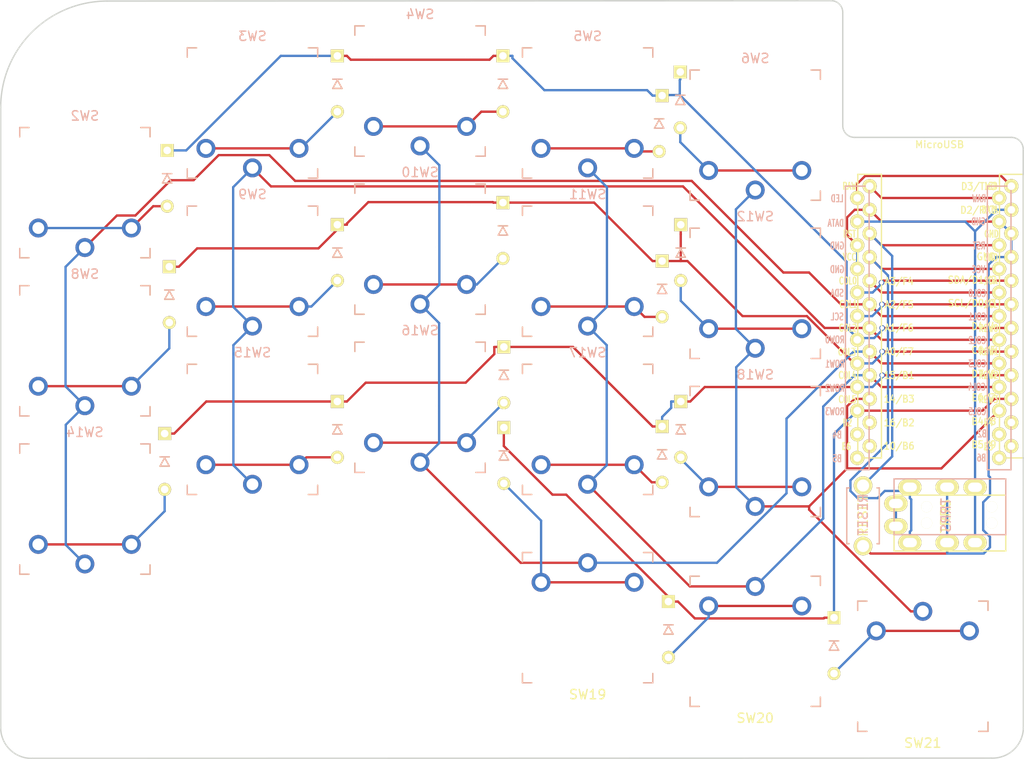
<source format=kicad_pcb>
(kicad_pcb (version 20171130) (host pcbnew "(5.1.6-0-10_14)")

  (general
    (thickness 1.6)
    (drawings 12)
    (tracks 300)
    (zones 0)
    (modules 39)
    (nets 38)
  )

  (page A4)
  (title_block
    (title "Besom Simple")
    (date 2020-07-26)
    (rev 1.0)
    (company broomlabs)
  )

  (layers
    (0 F.Cu signal)
    (31 B.Cu signal)
    (32 B.Adhes user)
    (33 F.Adhes user)
    (34 B.Paste user)
    (35 F.Paste user)
    (36 B.SilkS user hide)
    (37 F.SilkS user hide)
    (38 B.Mask user)
    (39 F.Mask user)
    (40 Dwgs.User user)
    (41 Cmts.User user)
    (42 Eco1.User user)
    (43 Eco2.User user hide)
    (44 Edge.Cuts user)
    (45 Margin user)
    (46 B.CrtYd user)
    (47 F.CrtYd user)
    (48 B.Fab user hide)
    (49 F.Fab user hide)
  )

  (setup
    (last_trace_width 0.25)
    (user_trace_width 0.5)
    (trace_clearance 0.2)
    (zone_clearance 0.508)
    (zone_45_only no)
    (trace_min 0.2)
    (via_size 0.6)
    (via_drill 0.4)
    (via_min_size 0.4)
    (via_min_drill 0.3)
    (uvia_size 0.3)
    (uvia_drill 0.1)
    (uvias_allowed no)
    (uvia_min_size 0.2)
    (uvia_min_drill 0.1)
    (edge_width 0.15)
    (segment_width 0.15)
    (pcb_text_width 0.3)
    (pcb_text_size 1.5 1.5)
    (mod_edge_width 0.15)
    (mod_text_size 1 1)
    (mod_text_width 0.15)
    (pad_size 2 2)
    (pad_drill 1.3)
    (pad_to_mask_clearance 0.2)
    (aux_axis_origin 145.73 12.66)
    (visible_elements FFFFEFFF)
    (pcbplotparams
      (layerselection 0x010c0_ffffffff)
      (usegerberextensions true)
      (usegerberattributes false)
      (usegerberadvancedattributes false)
      (creategerberjobfile false)
      (excludeedgelayer true)
      (linewidth 0.150000)
      (plotframeref false)
      (viasonmask false)
      (mode 1)
      (useauxorigin false)
      (hpglpennumber 1)
      (hpglpenspeed 20)
      (hpglpendiameter 15.000000)
      (psnegative false)
      (psa4output false)
      (plotreference true)
      (plotvalue true)
      (plotinvisibletext false)
      (padsonsilk false)
      (subtractmaskfromsilk false)
      (outputformat 1)
      (mirror false)
      (drillshape 0)
      (scaleselection 1)
      (outputdirectory "gerber/"))
  )

  (net 0 "")
  (net 1 row0)
  (net 2 row1)
  (net 3 "Net-(D2-Pad2)")
  (net 4 row2)
  (net 5 "Net-(D3-Pad2)")
  (net 6 row3)
  (net 7 "Net-(D4-Pad2)")
  (net 8 "Net-(D5-Pad2)")
  (net 9 "Net-(D6-Pad2)")
  (net 10 "Net-(D8-Pad2)")
  (net 11 "Net-(D9-Pad2)")
  (net 12 "Net-(D10-Pad2)")
  (net 13 "Net-(D11-Pad2)")
  (net 14 "Net-(D12-Pad2)")
  (net 15 "Net-(D14-Pad2)")
  (net 16 "Net-(D15-Pad2)")
  (net 17 "Net-(D16-Pad2)")
  (net 18 "Net-(D17-Pad2)")
  (net 19 "Net-(D18-Pad2)")
  (net 20 "Net-(D19-Pad2)")
  (net 21 "Net-(D20-Pad2)")
  (net 22 "Net-(D21-Pad2)")
  (net 23 GND)
  (net 24 VCC)
  (net 25 col0)
  (net 26 col1)
  (net 27 col2)
  (net 28 col3)
  (net 29 col4)
  (net 30 col5)
  (net 31 LED)
  (net 32 data)
  (net 33 reset)
  (net 34 SCL)
  (net 35 SDA)
  (net 36 "Net-(U1-Pad24)")
  (net 37 "Net-(J1-PadA)")

  (net_class Default "これは標準のネット クラスです。"
    (clearance 0.2)
    (trace_width 0.25)
    (via_dia 0.6)
    (via_drill 0.4)
    (uvia_dia 0.3)
    (uvia_drill 0.1)
    (add_net GND)
    (add_net LED)
    (add_net "Net-(D10-Pad2)")
    (add_net "Net-(D11-Pad2)")
    (add_net "Net-(D12-Pad2)")
    (add_net "Net-(D14-Pad2)")
    (add_net "Net-(D15-Pad2)")
    (add_net "Net-(D16-Pad2)")
    (add_net "Net-(D17-Pad2)")
    (add_net "Net-(D18-Pad2)")
    (add_net "Net-(D19-Pad2)")
    (add_net "Net-(D2-Pad2)")
    (add_net "Net-(D20-Pad2)")
    (add_net "Net-(D21-Pad2)")
    (add_net "Net-(D3-Pad2)")
    (add_net "Net-(D4-Pad2)")
    (add_net "Net-(D5-Pad2)")
    (add_net "Net-(D6-Pad2)")
    (add_net "Net-(D8-Pad2)")
    (add_net "Net-(D9-Pad2)")
    (add_net "Net-(J1-PadA)")
    (add_net "Net-(U1-Pad24)")
    (add_net SCL)
    (add_net SDA)
    (add_net VCC)
    (add_net col0)
    (add_net col1)
    (add_net col2)
    (add_net col3)
    (add_net col4)
    (add_net col5)
    (add_net data)
    (add_net reset)
    (add_net row0)
    (add_net row1)
    (add_net row2)
    (add_net row3)
  )

  (module kbd:ProMicro_v2 (layer F.Cu) (tedit 5B7FE439) (tstamp 5C238F3C)
    (at 135.85 50.88)
    (path /5A5E14C2)
    (fp_text reference U1 (at -0.1 -0.05 270) (layer F.SilkS) hide
      (effects (font (size 1 1) (thickness 0.15)))
    )
    (fp_text value ProMicro (at -0.45 -17) (layer F.Fab) hide
      (effects (font (size 1 1) (thickness 0.15)))
    )
    (fp_text user MicroUSB (at -0.05 -18.95) (layer F.SilkS)
      (effects (font (size 0.75 0.75) (thickness 0.12)))
    )
    (fp_text user B4/8 (at 4.705 10.8 unlocked) (layer F.SilkS)
      (effects (font (size 0.75 0.67) (thickness 0.125)))
    )
    (fp_text user D2/RX1 (at 4.155 -11.9 unlocked) (layer F.SilkS)
      (effects (font (size 0.75 0.67) (thickness 0.125)))
    )
    (fp_text user B5/9 (at 4.705 13.3 unlocked) (layer F.SilkS)
      (effects (font (size 0.75 0.67) (thickness 0.125)))
    )
    (fp_text user C6/5 (at 4.705 3.15 unlocked) (layer F.SilkS)
      (effects (font (size 0.75 0.67) (thickness 0.125)))
    )
    (fp_text user SCL/D0/3 (at 3.455 -1.9 unlocked) (layer F.SilkS)
      (effects (font (size 0.75 0.67) (thickness 0.125)))
    )
    (fp_text user SDA/D1/2 (at 3.455 -4.4 unlocked) (layer F.SilkS)
      (effects (font (size 0.75 0.67) (thickness 0.125)))
    )
    (fp_text user D4/4 (at 4.705 0.6 unlocked) (layer F.SilkS)
      (effects (font (size 0.75 0.67) (thickness 0.125)))
    )
    (fp_text user D3/TX0 (at 4.155 -14.45 unlocked) (layer F.SilkS)
      (effects (font (size 0.75 0.67) (thickness 0.125)))
    )
    (fp_text user D7/6 (at 4.705 5.7 unlocked) (layer F.SilkS)
      (effects (font (size 0.75 0.67) (thickness 0.125)))
    )
    (fp_text user E6/7 (at 4.705 8.25 unlocked) (layer F.SilkS)
      (effects (font (size 0.75 0.67) (thickness 0.125)))
    )
    (fp_text user 16/B2 (at -4.395 10.95 unlocked) (layer F.SilkS)
      (effects (font (size 0.75 0.67) (thickness 0.125)))
    )
    (fp_text user 10/B6 (at -4.395 13.45 unlocked) (layer F.SilkS)
      (effects (font (size 0.75 0.67) (thickness 0.125)))
    )
    (fp_text user 14/B3 (at -4.395 8.4 unlocked) (layer F.SilkS)
      (effects (font (size 0.75 0.67) (thickness 0.125)))
    )
    (fp_text user 15/B1 (at -4.395 5.85 unlocked) (layer F.SilkS)
      (effects (font (size 0.75 0.67) (thickness 0.125)))
    )
    (fp_text user A0/F7 (at -4.395 3.3 unlocked) (layer F.SilkS)
      (effects (font (size 0.75 0.67) (thickness 0.125)))
    )
    (fp_text user A1/F6 (at -4.395 0.75 unlocked) (layer F.SilkS)
      (effects (font (size 0.75 0.67) (thickness 0.125)))
    )
    (fp_text user A2/F5 (at -4.395 -1.75 unlocked) (layer F.SilkS)
      (effects (font (size 0.75 0.67) (thickness 0.125)))
    )
    (fp_text user A3/F4 (at -4.395 -4.25 unlocked) (layer F.SilkS)
      (effects (font (size 0.75 0.67) (thickness 0.125)))
    )
    (fp_text user RAW (at 4.191 -13.1445) (layer B.SilkS)
      (effects (font (size 0.75 0.5) (thickness 0.125)) (justify mirror))
    )
    (fp_text user LED (at -11.049 -13.1445) (layer B.SilkS)
      (effects (font (size 0.75 0.5) (thickness 0.125)) (justify mirror))
    )
    (fp_text user GND (at 4.1275 -10.668) (layer B.SilkS)
      (effects (font (size 0.75 0.5) (thickness 0.125)) (justify mirror))
    )
    (fp_text user DATA (at -11.2 -10.5) (layer B.SilkS)
      (effects (font (size 0.75 0.5) (thickness 0.125)) (justify mirror))
    )
    (fp_text user RST (at 4.191 -8.0645) (layer B.SilkS)
      (effects (font (size 0.75 0.5) (thickness 0.125)) (justify mirror))
    )
    (fp_text user GND (at -11.049 -8.0645) (layer B.SilkS)
      (effects (font (size 0.75 0.5) (thickness 0.125)) (justify mirror))
    )
    (fp_text user VCC (at 4.1275 -5.5245) (layer B.SilkS)
      (effects (font (size 0.75 0.5) (thickness 0.125)) (justify mirror))
    )
    (fp_text user GND (at -11.049 -5.5245) (layer B.SilkS)
      (effects (font (size 0.75 0.5) (thickness 0.125)) (justify mirror))
    )
    (fp_text user COL3 (at 4 4.6) (layer B.SilkS)
      (effects (font (size 0.75 0.5) (thickness 0.125)) (justify mirror))
    )
    (fp_text user ROW0 (at -11.3 2.032) (layer B.SilkS)
      (effects (font (size 0.75 0.5) (thickness 0.125)) (justify mirror))
    )
    (fp_text user COL2 (at 4 2.1) (layer B.SilkS)
      (effects (font (size 0.75 0.5) (thickness 0.125)) (justify mirror))
    )
    (fp_text user SCL (at -11.049 -0.4445) (layer B.SilkS)
      (effects (font (size 0.75 0.5) (thickness 0.125)) (justify mirror))
    )
    (fp_text user COL1 (at 4 -0.4445) (layer B.SilkS)
      (effects (font (size 0.75 0.5) (thickness 0.125)) (justify mirror))
    )
    (fp_text user SDA (at -11.049 -2.9845) (layer B.SilkS)
      (effects (font (size 0.75 0.5) (thickness 0.125)) (justify mirror))
    )
    (fp_text user COL0 (at 4 -2.95) (layer B.SilkS)
      (effects (font (size 0.75 0.5) (thickness 0.125)) (justify mirror))
    )
    (fp_text user B6 (at 4.445 14.732) (layer B.SilkS)
      (effects (font (size 0.75 0.5) (thickness 0.125)) (justify mirror))
    )
    (fp_text user B5 (at -11.049 14.7955) (layer B.SilkS)
      (effects (font (size 0.75 0.5) (thickness 0.125)) (justify mirror))
    )
    (fp_text user B4 (at -11.049 12.2555) (layer B.SilkS)
      (effects (font (size 0.75 0.5) (thickness 0.125)) (justify mirror))
    )
    (fp_text user B2 (at 4.5085 12.1285) (layer B.SilkS)
      (effects (font (size 0.75 0.5) (thickness 0.125)) (justify mirror))
    )
    (fp_text user ROW3 (at -11.3 9.75) (layer B.SilkS)
      (effects (font (size 0.75 0.5) (thickness 0.125)) (justify mirror))
    )
    (fp_text user COL5 (at 4 9.75) (layer B.SilkS)
      (effects (font (size 0.75 0.5) (thickness 0.125)) (justify mirror))
    )
    (fp_text user ROW2 (at -11.3 7.239) (layer B.SilkS)
      (effects (font (size 0.75 0.5) (thickness 0.125)) (justify mirror))
    )
    (fp_text user COL4 (at 3.95 7.112) (layer B.SilkS)
      (effects (font (size 0.75 0.5) (thickness 0.125)) (justify mirror))
    )
    (fp_text user ROW1 (at -11.3 4.6355) (layer B.SilkS)
      (effects (font (size 0.75 0.5) (thickness 0.125)) (justify mirror))
    )
    (fp_text user ROW1 (at 5.25 3.302) (layer F.SilkS)
      (effects (font (size 0.75 0.5) (thickness 0.125)))
    )
    (fp_text user COL4 (at -9.95 5.85) (layer F.SilkS)
      (effects (font (size 0.75 0.5) (thickness 0.125)))
    )
    (fp_text user ROW2 (at 5.2 5.85) (layer F.SilkS)
      (effects (font (size 0.75 0.5) (thickness 0.125)))
    )
    (fp_text user COL5 (at -9.95 8.4455) (layer F.SilkS)
      (effects (font (size 0.75 0.5) (thickness 0.125)))
    )
    (fp_text user ROW3 (at 5.2 8.4455) (layer F.SilkS)
      (effects (font (size 0.75 0.5) (thickness 0.125)))
    )
    (fp_text user B2 (at -9.95 10.95) (layer F.SilkS)
      (effects (font (size 0.75 0.5) (thickness 0.125)))
    )
    (fp_text user B4 (at 5.2 10.922) (layer F.SilkS)
      (effects (font (size 0.75 0.5) (thickness 0.125)))
    )
    (fp_text user B5 (at 5.2 13.5255) (layer F.SilkS)
      (effects (font (size 0.75 0.5) (thickness 0.125)))
    )
    (fp_text user B6 (at -10.05 13.5) (layer F.SilkS)
      (effects (font (size 0.75 0.5) (thickness 0.125)))
    )
    (fp_text user COL0 (at -9.9 -4.3) (layer F.SilkS)
      (effects (font (size 0.75 0.5) (thickness 0.125)))
    )
    (fp_text user SDA (at 5.461 -4.318) (layer F.SilkS)
      (effects (font (size 0.75 0.5) (thickness 0.125)))
    )
    (fp_text user COL1 (at -9.85 -1.778) (layer F.SilkS)
      (effects (font (size 0.75 0.5) (thickness 0.125)))
    )
    (fp_text user SCL (at 5.461 -1.778) (layer F.SilkS)
      (effects (font (size 0.75 0.5) (thickness 0.125)))
    )
    (fp_text user COL2 (at -9.9 0.762) (layer F.SilkS)
      (effects (font (size 0.75 0.5) (thickness 0.125)))
    )
    (fp_text user ROW0 (at 5.2 0.8) (layer F.SilkS)
      (effects (font (size 0.75 0.5) (thickness 0.125)))
    )
    (fp_text user COL3 (at -10 3.35) (layer F.SilkS)
      (effects (font (size 0.75 0.5) (thickness 0.125)))
    )
    (fp_text user GND (at 5.461 -6.7945) (layer F.SilkS)
      (effects (font (size 0.75 0.5) (thickness 0.125)))
    )
    (fp_text user VCC (at -9.7155 -6.858) (layer F.SilkS)
      (effects (font (size 0.75 0.5) (thickness 0.125)))
    )
    (fp_text user GND (at 5.5245 -9.3345) (layer F.SilkS)
      (effects (font (size 0.75 0.5) (thickness 0.125)))
    )
    (fp_text user RST (at -9.7155 -9.3345) (layer F.SilkS)
      (effects (font (size 0.75 0.5) (thickness 0.125)))
    )
    (fp_text user DATA (at 5.35 -11.95) (layer F.SilkS)
      (effects (font (size 0.75 0.5) (thickness 0.125)))
    )
    (fp_text user GND (at 4.955 -6.9) (layer F.SilkS)
      (effects (font (size 0.75 0.67) (thickness 0.125)))
    )
    (fp_text user LED (at 5.5 -14.478) (layer F.SilkS)
      (effects (font (size 0.75 0.5) (thickness 0.125)))
    )
    (fp_text user RAW (at -9.7155 -14.478) (layer F.SilkS)
      (effects (font (size 0.75 0.5) (thickness 0.125)))
    )
    (fp_text user "" (at -1.2065 -16.256) (layer B.SilkS)
      (effects (font (size 1 1) (thickness 0.15)) (justify mirror))
    )
    (fp_text user "" (at -0.545 -17.4) (layer F.SilkS)
      (effects (font (size 1 1) (thickness 0.15)))
    )
    (fp_line (start -10.16 16.002) (end -10.16 -14.478) (layer B.SilkS) (width 0.15))
    (fp_line (start -7.62 16.002) (end -10.16 16.002) (layer B.SilkS) (width 0.15))
    (fp_line (start -7.62 -14.478) (end -7.62 16.002) (layer B.SilkS) (width 0.15))
    (fp_line (start -10.16 -14.478) (end -7.62 -14.478) (layer B.SilkS) (width 0.15))
    (fp_line (start 5.08 16.002) (end 5.08 -14.478) (layer B.SilkS) (width 0.15))
    (fp_line (start 7.62 16.002) (end 5.08 16.002) (layer B.SilkS) (width 0.15))
    (fp_line (start 7.62 -14.478) (end 7.62 16.002) (layer B.SilkS) (width 0.15))
    (fp_line (start 5.08 -14.478) (end 7.62 -14.478) (layer B.SilkS) (width 0.15))
    (fp_line (start -10.16 16.002) (end -10.16 -17.018) (layer F.Fab) (width 0.15))
    (fp_line (start 7.62 16.002) (end -10.16 16.002) (layer F.Fab) (width 0.15))
    (fp_line (start 7.62 -17.018) (end 7.62 16.002) (layer F.Fab) (width 0.15))
    (fp_line (start -10.16 -17.018) (end 7.62 -17.018) (layer F.Fab) (width 0.15))
    (fp_line (start -8.845 -18.288) (end 8.935 -18.288) (layer F.Fab) (width 0.15))
    (fp_line (start 8.935 -18.288) (end 8.935 14.732) (layer F.Fab) (width 0.15))
    (fp_line (start 8.935 14.732) (end -8.845 14.732) (layer F.Fab) (width 0.15))
    (fp_line (start -8.845 14.732) (end -8.845 -18.288) (layer F.Fab) (width 0.15))
    (fp_line (start -8.8336 -15.748) (end -6.2936 -15.748) (layer F.SilkS) (width 0.15))
    (fp_line (start -6.2936 -15.748) (end -6.2936 14.732) (layer F.SilkS) (width 0.15))
    (fp_line (start -6.2936 14.732) (end -8.8336 14.732) (layer F.SilkS) (width 0.15))
    (fp_line (start -8.8336 14.732) (end -8.8336 -15.748) (layer F.SilkS) (width 0.15))
    (fp_line (start 6.3864 -15.748) (end 8.9264 -15.748) (layer F.SilkS) (width 0.15))
    (fp_line (start 8.9264 -15.748) (end 8.9264 14.732) (layer F.SilkS) (width 0.15))
    (fp_line (start 8.9264 14.732) (end 6.3864 14.732) (layer F.SilkS) (width 0.15))
    (fp_line (start 6.3864 14.732) (end 6.3864 -15.748) (layer F.SilkS) (width 0.15))
    (pad 24 thru_hole circle (at -7.5636 -14.478) (size 1.524 1.524) (drill 0.8128) (layers *.Cu *.Mask F.SilkS)
      (net 36 "Net-(U1-Pad24)"))
    (pad 23 thru_hole circle (at -7.5636 -11.938) (size 1.524 1.524) (drill 0.8128) (layers *.Cu *.Mask F.SilkS)
      (net 23 GND))
    (pad 22 thru_hole circle (at -7.5636 -9.398) (size 1.524 1.524) (drill 0.8128) (layers *.Cu *.Mask F.SilkS)
      (net 33 reset))
    (pad 21 thru_hole circle (at -7.5636 -6.858) (size 1.524 1.524) (drill 0.8128) (layers *.Cu *.Mask F.SilkS)
      (net 24 VCC))
    (pad 20 thru_hole circle (at -7.5636 -4.318) (size 1.524 1.524) (drill 0.8128) (layers *.Cu *.Mask F.SilkS)
      (net 25 col0))
    (pad 19 thru_hole circle (at -7.5636 -1.778) (size 1.524 1.524) (drill 0.8128) (layers *.Cu *.Mask F.SilkS)
      (net 26 col1))
    (pad 18 thru_hole circle (at -7.5636 0.762) (size 1.524 1.524) (drill 0.8128) (layers *.Cu *.Mask F.SilkS)
      (net 27 col2))
    (pad 17 thru_hole circle (at -7.5636 3.302) (size 1.524 1.524) (drill 0.8128) (layers *.Cu *.Mask F.SilkS)
      (net 28 col3))
    (pad 16 thru_hole circle (at -7.5636 5.842) (size 1.524 1.524) (drill 0.8128) (layers *.Cu *.Mask F.SilkS)
      (net 29 col4))
    (pad 15 thru_hole circle (at -7.5636 8.382) (size 1.524 1.524) (drill 0.8128) (layers *.Cu *.Mask F.SilkS)
      (net 30 col5))
    (pad 14 thru_hole circle (at -7.5636 10.922) (size 1.524 1.524) (drill 0.8128) (layers *.Cu *.Mask F.SilkS))
    (pad 13 thru_hole circle (at -7.5636 13.462) (size 1.524 1.524) (drill 0.8128) (layers *.Cu *.Mask F.SilkS))
    (pad 12 thru_hole circle (at 7.6564 13.462) (size 1.524 1.524) (drill 0.8128) (layers *.Cu *.Mask F.SilkS))
    (pad 11 thru_hole circle (at 7.6564 10.922) (size 1.524 1.524) (drill 0.8128) (layers *.Cu *.Mask F.SilkS))
    (pad 10 thru_hole circle (at 7.6564 8.382) (size 1.524 1.524) (drill 0.8128) (layers *.Cu *.Mask F.SilkS)
      (net 6 row3))
    (pad 9 thru_hole circle (at 7.6564 5.842) (size 1.524 1.524) (drill 0.8128) (layers *.Cu *.Mask F.SilkS)
      (net 4 row2))
    (pad 8 thru_hole circle (at 7.6564 3.302) (size 1.524 1.524) (drill 0.8128) (layers *.Cu *.Mask F.SilkS)
      (net 2 row1))
    (pad 7 thru_hole circle (at 7.6564 0.762) (size 1.524 1.524) (drill 0.8128) (layers *.Cu *.Mask F.SilkS)
      (net 1 row0))
    (pad 6 thru_hole circle (at 7.6564 -1.778) (size 1.524 1.524) (drill 0.8128) (layers *.Cu *.Mask F.SilkS)
      (net 34 SCL))
    (pad 5 thru_hole circle (at 7.6564 -4.318) (size 1.524 1.524) (drill 0.8128) (layers *.Cu *.Mask F.SilkS)
      (net 35 SDA))
    (pad 4 thru_hole circle (at 7.6564 -6.858) (size 1.524 1.524) (drill 0.8128) (layers *.Cu *.Mask F.SilkS)
      (net 23 GND))
    (pad 3 thru_hole circle (at 7.6564 -9.398) (size 1.524 1.524) (drill 0.8128) (layers *.Cu *.Mask F.SilkS)
      (net 23 GND))
    (pad 2 thru_hole circle (at 7.6564 -11.938) (size 1.524 1.524) (drill 0.8128) (layers *.Cu *.Mask F.SilkS)
      (net 32 data))
    (pad 1 thru_hole circle (at 7.6564 -14.478) (size 1.524 1.524) (drill 0.8128) (layers *.Cu *.Mask F.SilkS)
      (net 31 LED))
    (pad 1 thru_hole circle (at -8.89 -13.208) (size 1.524 1.524) (drill 0.8128) (layers *.Cu *.Mask F.SilkS)
      (net 31 LED))
    (pad 2 thru_hole circle (at -8.89 -10.668) (size 1.524 1.524) (drill 0.8128) (layers *.Cu *.Mask F.SilkS)
      (net 32 data))
    (pad 3 thru_hole circle (at -8.89 -8.128) (size 1.524 1.524) (drill 0.8128) (layers *.Cu *.Mask F.SilkS)
      (net 23 GND))
    (pad 4 thru_hole circle (at -8.89 -5.588) (size 1.524 1.524) (drill 0.8128) (layers *.Cu *.Mask F.SilkS)
      (net 23 GND))
    (pad 5 thru_hole circle (at -8.89 -3.048) (size 1.524 1.524) (drill 0.8128) (layers *.Cu *.Mask F.SilkS)
      (net 35 SDA))
    (pad 6 thru_hole circle (at -8.89 -0.508) (size 1.524 1.524) (drill 0.8128) (layers *.Cu *.Mask F.SilkS)
      (net 34 SCL))
    (pad 7 thru_hole circle (at -8.89 2.032) (size 1.524 1.524) (drill 0.8128) (layers *.Cu *.Mask F.SilkS)
      (net 1 row0))
    (pad 8 thru_hole circle (at -8.89 4.572) (size 1.524 1.524) (drill 0.8128) (layers *.Cu *.Mask F.SilkS)
      (net 2 row1))
    (pad 9 thru_hole circle (at -8.89 7.112) (size 1.524 1.524) (drill 0.8128) (layers *.Cu *.Mask F.SilkS)
      (net 4 row2))
    (pad 10 thru_hole circle (at -8.89 9.652) (size 1.524 1.524) (drill 0.8128) (layers *.Cu *.Mask F.SilkS)
      (net 6 row3))
    (pad 11 thru_hole circle (at -8.89 12.192) (size 1.524 1.524) (drill 0.8128) (layers *.Cu *.Mask F.SilkS))
    (pad 12 thru_hole circle (at -8.89 14.732) (size 1.524 1.524) (drill 0.8128) (layers *.Cu *.Mask F.SilkS))
    (pad 13 thru_hole circle (at 6.35 14.732) (size 1.524 1.524) (drill 0.8128) (layers *.Cu *.Mask F.SilkS))
    (pad 14 thru_hole circle (at 6.35 12.192) (size 1.524 1.524) (drill 0.8128) (layers *.Cu *.Mask F.SilkS))
    (pad 15 thru_hole circle (at 6.35 9.652) (size 1.524 1.524) (drill 0.8128) (layers *.Cu *.Mask F.SilkS)
      (net 30 col5))
    (pad 16 thru_hole circle (at 6.35 7.112) (size 1.524 1.524) (drill 0.8128) (layers *.Cu *.Mask F.SilkS)
      (net 29 col4))
    (pad 17 thru_hole circle (at 6.35 4.572) (size 1.524 1.524) (drill 0.8128) (layers *.Cu *.Mask F.SilkS)
      (net 28 col3))
    (pad 18 thru_hole circle (at 6.35 2.032) (size 1.524 1.524) (drill 0.8128) (layers *.Cu *.Mask F.SilkS)
      (net 27 col2))
    (pad 19 thru_hole circle (at 6.35 -0.508) (size 1.524 1.524) (drill 0.8128) (layers *.Cu *.Mask F.SilkS)
      (net 26 col1))
    (pad 20 thru_hole circle (at 6.35 -3.048) (size 1.524 1.524) (drill 0.8128) (layers *.Cu *.Mask F.SilkS)
      (net 25 col0))
    (pad 21 thru_hole circle (at 6.35 -5.588) (size 1.524 1.524) (drill 0.8128) (layers *.Cu *.Mask F.SilkS)
      (net 24 VCC))
    (pad 22 thru_hole circle (at 6.35 -8.128) (size 1.524 1.524) (drill 0.8128) (layers *.Cu *.Mask F.SilkS)
      (net 33 reset))
    (pad 23 thru_hole circle (at 6.35 -10.668) (size 1.524 1.524) (drill 0.8128) (layers *.Cu *.Mask F.SilkS)
      (net 23 GND))
    (pad 24 thru_hole circle (at 6.35 -13.208) (size 1.524 1.524) (drill 0.8128) (layers *.Cu *.Mask F.SilkS)
      (net 36 "Net-(U1-Pad24)"))
  )

  (module chocs:SW_PG1350_reversible_b2 (layer F.Cu) (tedit 5EF324D0) (tstamp 5C2386AA)
    (at 44 37.1)
    (descr "Kailh \"Choc\" PG1350 keyswitch, able to be mounted on front or back of PCB")
    (tags kailh,choc)
    (path /5A5E2699)
    (fp_text reference SW2 (at 4.6 6 180) (layer Dwgs.User) hide
      (effects (font (size 1 1) (thickness 0.15)))
    )
    (fp_text value SW_PUSH (at -0.5 6 180) (layer Dwgs.User) hide
      (effects (font (size 1 1) (thickness 0.15)))
    )
    (fp_line (start -9 8.5) (end 9 8.5) (layer Eco1.User) (width 0.12))
    (fp_line (start 9 8.5) (end 9 -8.5) (layer Eco1.User) (width 0.12))
    (fp_line (start -9 -8.5) (end 9 -8.5) (layer Eco1.User) (width 0.12))
    (fp_line (start -9 8.5) (end -9 -8.5) (layer Eco1.User) (width 0.12))
    (fp_line (start -7.5 7.5) (end -7.5 -7.5) (layer F.Fab) (width 0.15))
    (fp_line (start 7.5 -7.5) (end 7.5 7.5) (layer F.Fab) (width 0.15))
    (fp_line (start 7.5 7.5) (end -7.5 7.5) (layer F.Fab) (width 0.15))
    (fp_line (start -7.5 -7.5) (end 7.5 -7.5) (layer F.Fab) (width 0.15))
    (fp_line (start -7.5 7.5) (end -7.5 -7.5) (layer B.Fab) (width 0.15))
    (fp_line (start 7.5 7.5) (end -7.5 7.5) (layer B.Fab) (width 0.15))
    (fp_line (start 7.5 -7.5) (end 7.5 7.5) (layer B.Fab) (width 0.15))
    (fp_line (start -7.5 -7.5) (end 7.5 -7.5) (layer B.Fab) (width 0.15))
    (fp_line (start -6.9 6.9) (end -6.9 -6.9) (layer Eco2.User) (width 0.15))
    (fp_line (start 6.9 -6.9) (end 6.9 6.9) (layer Eco2.User) (width 0.15))
    (fp_line (start 6.9 -6.9) (end -6.9 -6.9) (layer Eco2.User) (width 0.15))
    (fp_line (start -6.9 6.9) (end 6.9 6.9) (layer Eco2.User) (width 0.15))
    (fp_line (start 7 -7) (end 7 -6) (layer B.SilkS) (width 0.15))
    (fp_line (start 6 -7) (end 7 -7) (layer B.SilkS) (width 0.15))
    (fp_line (start 7 7) (end 6 7) (layer B.SilkS) (width 0.15))
    (fp_line (start 7 6) (end 7 7) (layer B.SilkS) (width 0.15))
    (fp_line (start -7 7) (end -7 6) (layer B.SilkS) (width 0.15))
    (fp_line (start -6 7) (end -7 7) (layer B.SilkS) (width 0.15))
    (fp_line (start -7 -7) (end -6 -7) (layer B.SilkS) (width 0.15))
    (fp_line (start -7 -6) (end -7 -7) (layer B.SilkS) (width 0.15))
    (fp_line (start -2.6 -3.1) (end -2.6 -6.3) (layer Eco2.User) (width 0.15))
    (fp_line (start 2.6 -6.3) (end -2.6 -6.3) (layer Eco2.User) (width 0.15))
    (fp_line (start 2.6 -3.1) (end 2.6 -6.3) (layer Eco2.User) (width 0.15))
    (fp_line (start -2.6 -3.1) (end 2.6 -3.1) (layer Eco2.User) (width 0.15))
    (fp_line (start -7 -7) (end -6 -7) (layer F.SilkS) (width 0.15))
    (fp_line (start -7 -6) (end -7 -7) (layer F.SilkS) (width 0.15))
    (fp_line (start -7 7) (end -7 6) (layer F.SilkS) (width 0.15))
    (fp_line (start -6 7) (end -7 7) (layer F.SilkS) (width 0.15))
    (fp_line (start 7 7) (end 6 7) (layer F.SilkS) (width 0.15))
    (fp_line (start 7 6) (end 7 7) (layer F.SilkS) (width 0.15))
    (fp_line (start 7 -7) (end 7 -6) (layer F.SilkS) (width 0.15))
    (fp_line (start 6 -7) (end 7 -7) (layer F.SilkS) (width 0.15))
    (fp_text user %R (at 0 -8.255) (layer B.SilkS)
      (effects (font (size 1 1) (thickness 0.15)) (justify mirror))
    )
    (fp_text user %V (at 0 7.755) (layer B.Fab)
      (effects (font (size 1 1) (thickness 0.15)) (justify mirror))
    )
    (fp_text user %R (at 0 0) (layer F.Fab)
      (effects (font (size 1 1) (thickness 0.15)))
    )
    (fp_text user %R (at 0 0) (layer F.Fab)
      (effects (font (size 1 1) (thickness 0.15)))
    )
    (pad "" np_thru_hole circle (at -5.22 -4.2) (size 0.9906 0.9906) (drill 0.9906) (layers *.Cu *.Mask))
    (pad 2 thru_hole circle (at 5 3.8) (size 2.032 2.032) (drill 1.27) (layers *.Cu *.Mask)
      (net 3 "Net-(D2-Pad2)"))
    (pad "" np_thru_hole circle (at 0 0) (size 3.429 3.429) (drill 3.429) (layers *.Cu *.Mask))
    (pad 2 thru_hole circle (at -5 3.8) (size 2.032 2.032) (drill 1.27) (layers *.Cu *.Mask)
      (net 3 "Net-(D2-Pad2)"))
    (pad 1 thru_hole circle (at 0 5.9) (size 2.032 2.032) (drill 1.27) (layers *.Cu *.Mask)
      (net 26 col1))
    (pad "" np_thru_hole circle (at 5.22 -4.2) (size 0.9906 0.9906) (drill 0.9906) (layers *.Cu *.Mask))
    (pad "" np_thru_hole circle (at 5.5 0) (size 1.7018 1.7018) (drill 1.7018) (layers *.Cu *.Mask))
    (pad "" np_thru_hole circle (at -5.5 0) (size 1.7018 1.7018) (drill 1.7018) (layers *.Cu *.Mask))
  )

  (module chocs:SW_PG1350_reversible_b2 (layer F.Cu) (tedit 5EF324D0) (tstamp 5C2386C0)
    (at 62 28.54)
    (descr "Kailh \"Choc\" PG1350 keyswitch, able to be mounted on front or back of PCB")
    (tags kailh,choc)
    (path /5A5E27F9)
    (fp_text reference SW3 (at 4.6 6 180) (layer Dwgs.User) hide
      (effects (font (size 1 1) (thickness 0.15)))
    )
    (fp_text value SW_PUSH (at -0.5 6 180) (layer Dwgs.User) hide
      (effects (font (size 1 1) (thickness 0.15)))
    )
    (fp_line (start -9 8.5) (end 9 8.5) (layer Eco1.User) (width 0.12))
    (fp_line (start 9 8.5) (end 9 -8.5) (layer Eco1.User) (width 0.12))
    (fp_line (start -9 -8.5) (end 9 -8.5) (layer Eco1.User) (width 0.12))
    (fp_line (start -9 8.5) (end -9 -8.5) (layer Eco1.User) (width 0.12))
    (fp_line (start -7.5 7.5) (end -7.5 -7.5) (layer F.Fab) (width 0.15))
    (fp_line (start 7.5 -7.5) (end 7.5 7.5) (layer F.Fab) (width 0.15))
    (fp_line (start 7.5 7.5) (end -7.5 7.5) (layer F.Fab) (width 0.15))
    (fp_line (start -7.5 -7.5) (end 7.5 -7.5) (layer F.Fab) (width 0.15))
    (fp_line (start -7.5 7.5) (end -7.5 -7.5) (layer B.Fab) (width 0.15))
    (fp_line (start 7.5 7.5) (end -7.5 7.5) (layer B.Fab) (width 0.15))
    (fp_line (start 7.5 -7.5) (end 7.5 7.5) (layer B.Fab) (width 0.15))
    (fp_line (start -7.5 -7.5) (end 7.5 -7.5) (layer B.Fab) (width 0.15))
    (fp_line (start -6.9 6.9) (end -6.9 -6.9) (layer Eco2.User) (width 0.15))
    (fp_line (start 6.9 -6.9) (end 6.9 6.9) (layer Eco2.User) (width 0.15))
    (fp_line (start 6.9 -6.9) (end -6.9 -6.9) (layer Eco2.User) (width 0.15))
    (fp_line (start -6.9 6.9) (end 6.9 6.9) (layer Eco2.User) (width 0.15))
    (fp_line (start 7 -7) (end 7 -6) (layer B.SilkS) (width 0.15))
    (fp_line (start 6 -7) (end 7 -7) (layer B.SilkS) (width 0.15))
    (fp_line (start 7 7) (end 6 7) (layer B.SilkS) (width 0.15))
    (fp_line (start 7 6) (end 7 7) (layer B.SilkS) (width 0.15))
    (fp_line (start -7 7) (end -7 6) (layer B.SilkS) (width 0.15))
    (fp_line (start -6 7) (end -7 7) (layer B.SilkS) (width 0.15))
    (fp_line (start -7 -7) (end -6 -7) (layer B.SilkS) (width 0.15))
    (fp_line (start -7 -6) (end -7 -7) (layer B.SilkS) (width 0.15))
    (fp_line (start -2.6 -3.1) (end -2.6 -6.3) (layer Eco2.User) (width 0.15))
    (fp_line (start 2.6 -6.3) (end -2.6 -6.3) (layer Eco2.User) (width 0.15))
    (fp_line (start 2.6 -3.1) (end 2.6 -6.3) (layer Eco2.User) (width 0.15))
    (fp_line (start -2.6 -3.1) (end 2.6 -3.1) (layer Eco2.User) (width 0.15))
    (fp_line (start -7 -7) (end -6 -7) (layer F.SilkS) (width 0.15))
    (fp_line (start -7 -6) (end -7 -7) (layer F.SilkS) (width 0.15))
    (fp_line (start -7 7) (end -7 6) (layer F.SilkS) (width 0.15))
    (fp_line (start -6 7) (end -7 7) (layer F.SilkS) (width 0.15))
    (fp_line (start 7 7) (end 6 7) (layer F.SilkS) (width 0.15))
    (fp_line (start 7 6) (end 7 7) (layer F.SilkS) (width 0.15))
    (fp_line (start 7 -7) (end 7 -6) (layer F.SilkS) (width 0.15))
    (fp_line (start 6 -7) (end 7 -7) (layer F.SilkS) (width 0.15))
    (fp_text user %R (at 0 -8.255) (layer B.SilkS)
      (effects (font (size 1 1) (thickness 0.15)) (justify mirror))
    )
    (fp_text user %V (at 0 8.255) (layer B.Fab)
      (effects (font (size 1 1) (thickness 0.15)) (justify mirror))
    )
    (fp_text user %R (at 0 0) (layer F.Fab)
      (effects (font (size 1 1) (thickness 0.15)))
    )
    (fp_text user %R (at 0 0) (layer F.Fab)
      (effects (font (size 1 1) (thickness 0.15)))
    )
    (pad "" np_thru_hole circle (at -5.22 -4.2) (size 0.9906 0.9906) (drill 0.9906) (layers *.Cu *.Mask))
    (pad 2 thru_hole circle (at 5 3.8) (size 2.032 2.032) (drill 1.27) (layers *.Cu *.Mask)
      (net 5 "Net-(D3-Pad2)"))
    (pad "" np_thru_hole circle (at 0 0) (size 3.429 3.429) (drill 3.429) (layers *.Cu *.Mask))
    (pad 2 thru_hole circle (at -5 3.8) (size 2.032 2.032) (drill 1.27) (layers *.Cu *.Mask)
      (net 5 "Net-(D3-Pad2)"))
    (pad 1 thru_hole circle (at 0 5.9) (size 2.032 2.032) (drill 1.27) (layers *.Cu *.Mask)
      (net 27 col2))
    (pad "" np_thru_hole circle (at 5.22 -4.2) (size 0.9906 0.9906) (drill 0.9906) (layers *.Cu *.Mask))
    (pad "" np_thru_hole circle (at 5.5 0) (size 1.7018 1.7018) (drill 1.7018) (layers *.Cu *.Mask))
    (pad "" np_thru_hole circle (at -5.5 0) (size 1.7018 1.7018) (drill 1.7018) (layers *.Cu *.Mask))
  )

  (module chocs:SW_PG1350_reversible_b2 (layer F.Cu) (tedit 5EF324D0) (tstamp 5C2386D6)
    (at 80 26.18)
    (descr "Kailh \"Choc\" PG1350 keyswitch, able to be mounted on front or back of PCB")
    (tags kailh,choc)
    (path /5A5E2908)
    (fp_text reference SW4 (at 4.6 6 180) (layer Dwgs.User) hide
      (effects (font (size 1 1) (thickness 0.15)))
    )
    (fp_text value SW_PUSH (at -0.5 6 180) (layer Dwgs.User) hide
      (effects (font (size 1 1) (thickness 0.15)))
    )
    (fp_line (start -9 8.5) (end 9 8.5) (layer Eco1.User) (width 0.12))
    (fp_line (start 9 8.5) (end 9 -8.5) (layer Eco1.User) (width 0.12))
    (fp_line (start -9 -8.5) (end 9 -8.5) (layer Eco1.User) (width 0.12))
    (fp_line (start -9 8.5) (end -9 -8.5) (layer Eco1.User) (width 0.12))
    (fp_line (start -7.5 7.5) (end -7.5 -7.5) (layer F.Fab) (width 0.15))
    (fp_line (start 7.5 -7.5) (end 7.5 7.5) (layer F.Fab) (width 0.15))
    (fp_line (start 7.5 7.5) (end -7.5 7.5) (layer F.Fab) (width 0.15))
    (fp_line (start -7.5 -7.5) (end 7.5 -7.5) (layer F.Fab) (width 0.15))
    (fp_line (start -7.5 7.5) (end -7.5 -7.5) (layer B.Fab) (width 0.15))
    (fp_line (start 7.5 7.5) (end -7.5 7.5) (layer B.Fab) (width 0.15))
    (fp_line (start 7.5 -7.5) (end 7.5 7.5) (layer B.Fab) (width 0.15))
    (fp_line (start -7.5 -7.5) (end 7.5 -7.5) (layer B.Fab) (width 0.15))
    (fp_line (start -6.9 6.9) (end -6.9 -6.9) (layer Eco2.User) (width 0.15))
    (fp_line (start 6.9 -6.9) (end 6.9 6.9) (layer Eco2.User) (width 0.15))
    (fp_line (start 6.9 -6.9) (end -6.9 -6.9) (layer Eco2.User) (width 0.15))
    (fp_line (start -6.9 6.9) (end 6.9 6.9) (layer Eco2.User) (width 0.15))
    (fp_line (start 7 -7) (end 7 -6) (layer B.SilkS) (width 0.15))
    (fp_line (start 6 -7) (end 7 -7) (layer B.SilkS) (width 0.15))
    (fp_line (start 7 7) (end 6 7) (layer B.SilkS) (width 0.15))
    (fp_line (start 7 6) (end 7 7) (layer B.SilkS) (width 0.15))
    (fp_line (start -7 7) (end -7 6) (layer B.SilkS) (width 0.15))
    (fp_line (start -6 7) (end -7 7) (layer B.SilkS) (width 0.15))
    (fp_line (start -7 -7) (end -6 -7) (layer B.SilkS) (width 0.15))
    (fp_line (start -7 -6) (end -7 -7) (layer B.SilkS) (width 0.15))
    (fp_line (start -2.6 -3.1) (end -2.6 -6.3) (layer Eco2.User) (width 0.15))
    (fp_line (start 2.6 -6.3) (end -2.6 -6.3) (layer Eco2.User) (width 0.15))
    (fp_line (start 2.6 -3.1) (end 2.6 -6.3) (layer Eco2.User) (width 0.15))
    (fp_line (start -2.6 -3.1) (end 2.6 -3.1) (layer Eco2.User) (width 0.15))
    (fp_line (start -7 -7) (end -6 -7) (layer F.SilkS) (width 0.15))
    (fp_line (start -7 -6) (end -7 -7) (layer F.SilkS) (width 0.15))
    (fp_line (start -7 7) (end -7 6) (layer F.SilkS) (width 0.15))
    (fp_line (start -6 7) (end -7 7) (layer F.SilkS) (width 0.15))
    (fp_line (start 7 7) (end 6 7) (layer F.SilkS) (width 0.15))
    (fp_line (start 7 6) (end 7 7) (layer F.SilkS) (width 0.15))
    (fp_line (start 7 -7) (end 7 -6) (layer F.SilkS) (width 0.15))
    (fp_line (start 6 -7) (end 7 -7) (layer F.SilkS) (width 0.15))
    (fp_text user %R (at 0 -8.255) (layer B.SilkS)
      (effects (font (size 1 1) (thickness 0.15)) (justify mirror))
    )
    (fp_text user %V (at 0 8.255) (layer B.Fab)
      (effects (font (size 1 1) (thickness 0.15)) (justify mirror))
    )
    (fp_text user %R (at 0 0) (layer F.Fab)
      (effects (font (size 1 1) (thickness 0.15)))
    )
    (fp_text user %R (at 0 0) (layer F.Fab)
      (effects (font (size 1 1) (thickness 0.15)))
    )
    (pad "" np_thru_hole circle (at -5.22 -4.2) (size 0.9906 0.9906) (drill 0.9906) (layers *.Cu *.Mask))
    (pad 2 thru_hole circle (at 5 3.8) (size 2.032 2.032) (drill 1.27) (layers *.Cu *.Mask)
      (net 7 "Net-(D4-Pad2)"))
    (pad "" np_thru_hole circle (at 0 0) (size 3.429 3.429) (drill 3.429) (layers *.Cu *.Mask))
    (pad 2 thru_hole circle (at -5 3.8) (size 2.032 2.032) (drill 1.27) (layers *.Cu *.Mask)
      (net 7 "Net-(D4-Pad2)"))
    (pad 1 thru_hole circle (at 0 5.9) (size 2.032 2.032) (drill 1.27) (layers *.Cu *.Mask)
      (net 28 col3))
    (pad "" np_thru_hole circle (at 5.22 -4.2) (size 0.9906 0.9906) (drill 0.9906) (layers *.Cu *.Mask))
    (pad "" np_thru_hole circle (at 5.5 0) (size 1.7018 1.7018) (drill 1.7018) (layers *.Cu *.Mask))
    (pad "" np_thru_hole circle (at -5.5 0) (size 1.7018 1.7018) (drill 1.7018) (layers *.Cu *.Mask))
  )

  (module chocs:SW_PG1350_reversible_b2 (layer F.Cu) (tedit 5EF324D0) (tstamp 5C2386EC)
    (at 98 28.54)
    (descr "Kailh \"Choc\" PG1350 keyswitch, able to be mounted on front or back of PCB")
    (tags kailh,choc)
    (path /5A5E2933)
    (fp_text reference SW5 (at 4.6 6 180) (layer Dwgs.User) hide
      (effects (font (size 1 1) (thickness 0.15)))
    )
    (fp_text value SW_PUSH (at -0.5 6 180) (layer Dwgs.User) hide
      (effects (font (size 1 1) (thickness 0.15)))
    )
    (fp_line (start -9 8.5) (end 9 8.5) (layer Eco1.User) (width 0.12))
    (fp_line (start 9 8.5) (end 9 -8.5) (layer Eco1.User) (width 0.12))
    (fp_line (start -9 -8.5) (end 9 -8.5) (layer Eco1.User) (width 0.12))
    (fp_line (start -9 8.5) (end -9 -8.5) (layer Eco1.User) (width 0.12))
    (fp_line (start -7.5 7.5) (end -7.5 -7.5) (layer F.Fab) (width 0.15))
    (fp_line (start 7.5 -7.5) (end 7.5 7.5) (layer F.Fab) (width 0.15))
    (fp_line (start 7.5 7.5) (end -7.5 7.5) (layer F.Fab) (width 0.15))
    (fp_line (start -7.5 -7.5) (end 7.5 -7.5) (layer F.Fab) (width 0.15))
    (fp_line (start -7.5 7.5) (end -7.5 -7.5) (layer B.Fab) (width 0.15))
    (fp_line (start 7.5 7.5) (end -7.5 7.5) (layer B.Fab) (width 0.15))
    (fp_line (start 7.5 -7.5) (end 7.5 7.5) (layer B.Fab) (width 0.15))
    (fp_line (start -7.5 -7.5) (end 7.5 -7.5) (layer B.Fab) (width 0.15))
    (fp_line (start -6.9 6.9) (end -6.9 -6.9) (layer Eco2.User) (width 0.15))
    (fp_line (start 6.9 -6.9) (end 6.9 6.9) (layer Eco2.User) (width 0.15))
    (fp_line (start 6.9 -6.9) (end -6.9 -6.9) (layer Eco2.User) (width 0.15))
    (fp_line (start -6.9 6.9) (end 6.9 6.9) (layer Eco2.User) (width 0.15))
    (fp_line (start 7 -7) (end 7 -6) (layer B.SilkS) (width 0.15))
    (fp_line (start 6 -7) (end 7 -7) (layer B.SilkS) (width 0.15))
    (fp_line (start 7 7) (end 6 7) (layer B.SilkS) (width 0.15))
    (fp_line (start 7 6) (end 7 7) (layer B.SilkS) (width 0.15))
    (fp_line (start -7 7) (end -7 6) (layer B.SilkS) (width 0.15))
    (fp_line (start -6 7) (end -7 7) (layer B.SilkS) (width 0.15))
    (fp_line (start -7 -7) (end -6 -7) (layer B.SilkS) (width 0.15))
    (fp_line (start -7 -6) (end -7 -7) (layer B.SilkS) (width 0.15))
    (fp_line (start -2.6 -3.1) (end -2.6 -6.3) (layer Eco2.User) (width 0.15))
    (fp_line (start 2.6 -6.3) (end -2.6 -6.3) (layer Eco2.User) (width 0.15))
    (fp_line (start 2.6 -3.1) (end 2.6 -6.3) (layer Eco2.User) (width 0.15))
    (fp_line (start -2.6 -3.1) (end 2.6 -3.1) (layer Eco2.User) (width 0.15))
    (fp_line (start -7 -7) (end -6 -7) (layer F.SilkS) (width 0.15))
    (fp_line (start -7 -6) (end -7 -7) (layer F.SilkS) (width 0.15))
    (fp_line (start -7 7) (end -7 6) (layer F.SilkS) (width 0.15))
    (fp_line (start -6 7) (end -7 7) (layer F.SilkS) (width 0.15))
    (fp_line (start 7 7) (end 6 7) (layer F.SilkS) (width 0.15))
    (fp_line (start 7 6) (end 7 7) (layer F.SilkS) (width 0.15))
    (fp_line (start 7 -7) (end 7 -6) (layer F.SilkS) (width 0.15))
    (fp_line (start 6 -7) (end 7 -7) (layer F.SilkS) (width 0.15))
    (fp_text user %R (at 0 -8.255) (layer B.SilkS)
      (effects (font (size 1 1) (thickness 0.15)) (justify mirror))
    )
    (fp_text user %V (at 0 8.255) (layer B.Fab)
      (effects (font (size 1 1) (thickness 0.15)) (justify mirror))
    )
    (fp_text user %R (at 0 0) (layer F.Fab)
      (effects (font (size 1 1) (thickness 0.15)))
    )
    (fp_text user %R (at 0 0) (layer F.Fab)
      (effects (font (size 1 1) (thickness 0.15)))
    )
    (pad "" np_thru_hole circle (at -5.22 -4.2) (size 0.9906 0.9906) (drill 0.9906) (layers *.Cu *.Mask))
    (pad 2 thru_hole circle (at 5 3.8) (size 2.032 2.032) (drill 1.27) (layers *.Cu *.Mask)
      (net 8 "Net-(D5-Pad2)"))
    (pad "" np_thru_hole circle (at 0 0) (size 3.429 3.429) (drill 3.429) (layers *.Cu *.Mask))
    (pad 2 thru_hole circle (at -5 3.8) (size 2.032 2.032) (drill 1.27) (layers *.Cu *.Mask)
      (net 8 "Net-(D5-Pad2)"))
    (pad 1 thru_hole circle (at 0 5.9) (size 2.032 2.032) (drill 1.27) (layers *.Cu *.Mask)
      (net 29 col4))
    (pad "" np_thru_hole circle (at 5.22 -4.2) (size 0.9906 0.9906) (drill 0.9906) (layers *.Cu *.Mask))
    (pad "" np_thru_hole circle (at 5.5 0) (size 1.7018 1.7018) (drill 1.7018) (layers *.Cu *.Mask))
    (pad "" np_thru_hole circle (at -5.5 0) (size 1.7018 1.7018) (drill 1.7018) (layers *.Cu *.Mask))
  )

  (module chocs:SW_PG1350_reversible_b2 (layer F.Cu) (tedit 5EF324D0) (tstamp 5C238702)
    (at 116 30.92)
    (descr "Kailh \"Choc\" PG1350 keyswitch, able to be mounted on front or back of PCB")
    (tags kailh,choc)
    (path /5A5E295E)
    (fp_text reference SW6 (at 4.6 6 180) (layer Dwgs.User) hide
      (effects (font (size 1 1) (thickness 0.15)))
    )
    (fp_text value SW_PUSH (at -0.5 6 180) (layer Dwgs.User) hide
      (effects (font (size 1 1) (thickness 0.15)))
    )
    (fp_line (start -9 8.5) (end 9 8.5) (layer Eco1.User) (width 0.12))
    (fp_line (start 9 8.5) (end 9 -8.5) (layer Eco1.User) (width 0.12))
    (fp_line (start -9 -8.5) (end 9 -8.5) (layer Eco1.User) (width 0.12))
    (fp_line (start -9 8.5) (end -9 -8.5) (layer Eco1.User) (width 0.12))
    (fp_line (start -7.5 7.5) (end -7.5 -7.5) (layer F.Fab) (width 0.15))
    (fp_line (start 7.5 -7.5) (end 7.5 7.5) (layer F.Fab) (width 0.15))
    (fp_line (start 7.5 7.5) (end -7.5 7.5) (layer F.Fab) (width 0.15))
    (fp_line (start -7.5 -7.5) (end 7.5 -7.5) (layer F.Fab) (width 0.15))
    (fp_line (start -7.5 7.5) (end -7.5 -7.5) (layer B.Fab) (width 0.15))
    (fp_line (start 7.5 7.5) (end -7.5 7.5) (layer B.Fab) (width 0.15))
    (fp_line (start 7.5 -7.5) (end 7.5 7.5) (layer B.Fab) (width 0.15))
    (fp_line (start -7.5 -7.5) (end 7.5 -7.5) (layer B.Fab) (width 0.15))
    (fp_line (start -6.9 6.9) (end -6.9 -6.9) (layer Eco2.User) (width 0.15))
    (fp_line (start 6.9 -6.9) (end 6.9 6.9) (layer Eco2.User) (width 0.15))
    (fp_line (start 6.9 -6.9) (end -6.9 -6.9) (layer Eco2.User) (width 0.15))
    (fp_line (start -6.9 6.9) (end 6.9 6.9) (layer Eco2.User) (width 0.15))
    (fp_line (start 7 -7) (end 7 -6) (layer B.SilkS) (width 0.15))
    (fp_line (start 6 -7) (end 7 -7) (layer B.SilkS) (width 0.15))
    (fp_line (start 7 7) (end 6 7) (layer B.SilkS) (width 0.15))
    (fp_line (start 7 6) (end 7 7) (layer B.SilkS) (width 0.15))
    (fp_line (start -7 7) (end -7 6) (layer B.SilkS) (width 0.15))
    (fp_line (start -6 7) (end -7 7) (layer B.SilkS) (width 0.15))
    (fp_line (start -7 -7) (end -6 -7) (layer B.SilkS) (width 0.15))
    (fp_line (start -7 -6) (end -7 -7) (layer B.SilkS) (width 0.15))
    (fp_line (start -2.6 -3.1) (end -2.6 -6.3) (layer Eco2.User) (width 0.15))
    (fp_line (start 2.6 -6.3) (end -2.6 -6.3) (layer Eco2.User) (width 0.15))
    (fp_line (start 2.6 -3.1) (end 2.6 -6.3) (layer Eco2.User) (width 0.15))
    (fp_line (start -2.6 -3.1) (end 2.6 -3.1) (layer Eco2.User) (width 0.15))
    (fp_line (start -7 -7) (end -6 -7) (layer F.SilkS) (width 0.15))
    (fp_line (start -7 -6) (end -7 -7) (layer F.SilkS) (width 0.15))
    (fp_line (start -7 7) (end -7 6) (layer F.SilkS) (width 0.15))
    (fp_line (start -6 7) (end -7 7) (layer F.SilkS) (width 0.15))
    (fp_line (start 7 7) (end 6 7) (layer F.SilkS) (width 0.15))
    (fp_line (start 7 6) (end 7 7) (layer F.SilkS) (width 0.15))
    (fp_line (start 7 -7) (end 7 -6) (layer F.SilkS) (width 0.15))
    (fp_line (start 6 -7) (end 7 -7) (layer F.SilkS) (width 0.15))
    (fp_text user %R (at 0 -8.255) (layer B.SilkS)
      (effects (font (size 1 1) (thickness 0.15)) (justify mirror))
    )
    (fp_text user %V (at 0 8.255) (layer B.Fab)
      (effects (font (size 1 1) (thickness 0.15)) (justify mirror))
    )
    (fp_text user %R (at 0 0) (layer F.Fab)
      (effects (font (size 1 1) (thickness 0.15)))
    )
    (fp_text user %R (at 0 0) (layer F.Fab)
      (effects (font (size 1 1) (thickness 0.15)))
    )
    (pad "" np_thru_hole circle (at -5.22 -4.2) (size 0.9906 0.9906) (drill 0.9906) (layers *.Cu *.Mask))
    (pad 2 thru_hole circle (at 5 3.8) (size 2.032 2.032) (drill 1.27) (layers *.Cu *.Mask)
      (net 9 "Net-(D6-Pad2)"))
    (pad "" np_thru_hole circle (at 0 0) (size 3.429 3.429) (drill 3.429) (layers *.Cu *.Mask))
    (pad 2 thru_hole circle (at -5 3.8) (size 2.032 2.032) (drill 1.27) (layers *.Cu *.Mask)
      (net 9 "Net-(D6-Pad2)"))
    (pad 1 thru_hole circle (at 0 5.9) (size 2.032 2.032) (drill 1.27) (layers *.Cu *.Mask)
      (net 30 col5))
    (pad "" np_thru_hole circle (at 5.22 -4.2) (size 0.9906 0.9906) (drill 0.9906) (layers *.Cu *.Mask))
    (pad "" np_thru_hole circle (at 5.5 0) (size 1.7018 1.7018) (drill 1.7018) (layers *.Cu *.Mask))
    (pad "" np_thru_hole circle (at -5.5 0) (size 1.7018 1.7018) (drill 1.7018) (layers *.Cu *.Mask))
  )

  (module chocs:SW_PG1350_reversible_b2 (layer F.Cu) (tedit 5EF324D0) (tstamp 5C23872E)
    (at 44 54.1)
    (descr "Kailh \"Choc\" PG1350 keyswitch, able to be mounted on front or back of PCB")
    (tags kailh,choc)
    (path /5A5E2D26)
    (fp_text reference SW8 (at 4.6 6 180) (layer Dwgs.User) hide
      (effects (font (size 1 1) (thickness 0.15)))
    )
    (fp_text value SW_PUSH (at -0.5 6 180) (layer Dwgs.User) hide
      (effects (font (size 1 1) (thickness 0.15)))
    )
    (fp_line (start -9 8.5) (end 9 8.5) (layer Eco1.User) (width 0.12))
    (fp_line (start 9 8.5) (end 9 -8.5) (layer Eco1.User) (width 0.12))
    (fp_line (start -9 -8.5) (end 9 -8.5) (layer Eco1.User) (width 0.12))
    (fp_line (start -9 8.5) (end -9 -8.5) (layer Eco1.User) (width 0.12))
    (fp_line (start -7.5 7.5) (end -7.5 -7.5) (layer F.Fab) (width 0.15))
    (fp_line (start 7.5 -7.5) (end 7.5 7.5) (layer F.Fab) (width 0.15))
    (fp_line (start 7.5 7.5) (end -7.5 7.5) (layer F.Fab) (width 0.15))
    (fp_line (start -7.5 -7.5) (end 7.5 -7.5) (layer F.Fab) (width 0.15))
    (fp_line (start -7.5 7.5) (end -7.5 -7.5) (layer B.Fab) (width 0.15))
    (fp_line (start 7.5 7.5) (end -7.5 7.5) (layer B.Fab) (width 0.15))
    (fp_line (start 7.5 -7.5) (end 7.5 7.5) (layer B.Fab) (width 0.15))
    (fp_line (start -7.5 -7.5) (end 7.5 -7.5) (layer B.Fab) (width 0.15))
    (fp_line (start -6.9 6.9) (end -6.9 -6.9) (layer Eco2.User) (width 0.15))
    (fp_line (start 6.9 -6.9) (end 6.9 6.9) (layer Eco2.User) (width 0.15))
    (fp_line (start 6.9 -6.9) (end -6.9 -6.9) (layer Eco2.User) (width 0.15))
    (fp_line (start -6.9 6.9) (end 6.9 6.9) (layer Eco2.User) (width 0.15))
    (fp_line (start 7 -7) (end 7 -6) (layer B.SilkS) (width 0.15))
    (fp_line (start 6 -7) (end 7 -7) (layer B.SilkS) (width 0.15))
    (fp_line (start 7 7) (end 6 7) (layer B.SilkS) (width 0.15))
    (fp_line (start 7 6) (end 7 7) (layer B.SilkS) (width 0.15))
    (fp_line (start -7 7) (end -7 6) (layer B.SilkS) (width 0.15))
    (fp_line (start -6 7) (end -7 7) (layer B.SilkS) (width 0.15))
    (fp_line (start -7 -7) (end -6 -7) (layer B.SilkS) (width 0.15))
    (fp_line (start -7 -6) (end -7 -7) (layer B.SilkS) (width 0.15))
    (fp_line (start -2.6 -3.1) (end -2.6 -6.3) (layer Eco2.User) (width 0.15))
    (fp_line (start 2.6 -6.3) (end -2.6 -6.3) (layer Eco2.User) (width 0.15))
    (fp_line (start 2.6 -3.1) (end 2.6 -6.3) (layer Eco2.User) (width 0.15))
    (fp_line (start -2.6 -3.1) (end 2.6 -3.1) (layer Eco2.User) (width 0.15))
    (fp_line (start -7 -7) (end -6 -7) (layer F.SilkS) (width 0.15))
    (fp_line (start -7 -6) (end -7 -7) (layer F.SilkS) (width 0.15))
    (fp_line (start -7 7) (end -7 6) (layer F.SilkS) (width 0.15))
    (fp_line (start -6 7) (end -7 7) (layer F.SilkS) (width 0.15))
    (fp_line (start 7 7) (end 6 7) (layer F.SilkS) (width 0.15))
    (fp_line (start 7 6) (end 7 7) (layer F.SilkS) (width 0.15))
    (fp_line (start 7 -7) (end 7 -6) (layer F.SilkS) (width 0.15))
    (fp_line (start 6 -7) (end 7 -7) (layer F.SilkS) (width 0.15))
    (fp_text user %R (at 0 -8.255) (layer B.SilkS)
      (effects (font (size 1 1) (thickness 0.15)) (justify mirror))
    )
    (fp_text user %V (at 0 8.255) (layer B.Fab)
      (effects (font (size 1 1) (thickness 0.15)) (justify mirror))
    )
    (fp_text user %R (at 0 0) (layer F.Fab)
      (effects (font (size 1 1) (thickness 0.15)))
    )
    (fp_text user %R (at 0 0) (layer F.Fab)
      (effects (font (size 1 1) (thickness 0.15)))
    )
    (pad "" np_thru_hole circle (at -5.22 -4.2) (size 0.9906 0.9906) (drill 0.9906) (layers *.Cu *.Mask))
    (pad 2 thru_hole circle (at 5 3.8) (size 2.032 2.032) (drill 1.27) (layers *.Cu *.Mask)
      (net 10 "Net-(D8-Pad2)"))
    (pad "" np_thru_hole circle (at 0 0) (size 3.429 3.429) (drill 3.429) (layers *.Cu *.Mask))
    (pad 2 thru_hole circle (at -5 3.8) (size 2.032 2.032) (drill 1.27) (layers *.Cu *.Mask)
      (net 10 "Net-(D8-Pad2)"))
    (pad 1 thru_hole circle (at 0 5.9) (size 2.032 2.032) (drill 1.27) (layers *.Cu *.Mask)
      (net 26 col1))
    (pad "" np_thru_hole circle (at 5.22 -4.2) (size 0.9906 0.9906) (drill 0.9906) (layers *.Cu *.Mask))
    (pad "" np_thru_hole circle (at 5.5 0) (size 1.7018 1.7018) (drill 1.7018) (layers *.Cu *.Mask))
    (pad "" np_thru_hole circle (at -5.5 0) (size 1.7018 1.7018) (drill 1.7018) (layers *.Cu *.Mask))
  )

  (module chocs:SW_PG1350_reversible_b2 (layer F.Cu) (tedit 5EF324D0) (tstamp 5C238744)
    (at 62 45.54)
    (descr "Kailh \"Choc\" PG1350 keyswitch, able to be mounted on front or back of PCB")
    (tags kailh,choc)
    (path /5A5E2D32)
    (fp_text reference SW9 (at 4.6 6 180) (layer Dwgs.User) hide
      (effects (font (size 1 1) (thickness 0.15)))
    )
    (fp_text value SW_PUSH (at -0.5 6 180) (layer Dwgs.User) hide
      (effects (font (size 1 1) (thickness 0.15)))
    )
    (fp_line (start -9 8.5) (end 9 8.5) (layer Eco1.User) (width 0.12))
    (fp_line (start 9 8.5) (end 9 -8.5) (layer Eco1.User) (width 0.12))
    (fp_line (start -9 -8.5) (end 9 -8.5) (layer Eco1.User) (width 0.12))
    (fp_line (start -9 8.5) (end -9 -8.5) (layer Eco1.User) (width 0.12))
    (fp_line (start -7.5 7.5) (end -7.5 -7.5) (layer F.Fab) (width 0.15))
    (fp_line (start 7.5 -7.5) (end 7.5 7.5) (layer F.Fab) (width 0.15))
    (fp_line (start 7.5 7.5) (end -7.5 7.5) (layer F.Fab) (width 0.15))
    (fp_line (start -7.5 -7.5) (end 7.5 -7.5) (layer F.Fab) (width 0.15))
    (fp_line (start -7.5 7.5) (end -7.5 -7.5) (layer B.Fab) (width 0.15))
    (fp_line (start 7.5 7.5) (end -7.5 7.5) (layer B.Fab) (width 0.15))
    (fp_line (start 7.5 -7.5) (end 7.5 7.5) (layer B.Fab) (width 0.15))
    (fp_line (start -7.5 -7.5) (end 7.5 -7.5) (layer B.Fab) (width 0.15))
    (fp_line (start -6.9 6.9) (end -6.9 -6.9) (layer Eco2.User) (width 0.15))
    (fp_line (start 6.9 -6.9) (end 6.9 6.9) (layer Eco2.User) (width 0.15))
    (fp_line (start 6.9 -6.9) (end -6.9 -6.9) (layer Eco2.User) (width 0.15))
    (fp_line (start -6.9 6.9) (end 6.9 6.9) (layer Eco2.User) (width 0.15))
    (fp_line (start 7 -7) (end 7 -6) (layer B.SilkS) (width 0.15))
    (fp_line (start 6 -7) (end 7 -7) (layer B.SilkS) (width 0.15))
    (fp_line (start 7 7) (end 6 7) (layer B.SilkS) (width 0.15))
    (fp_line (start 7 6) (end 7 7) (layer B.SilkS) (width 0.15))
    (fp_line (start -7 7) (end -7 6) (layer B.SilkS) (width 0.15))
    (fp_line (start -6 7) (end -7 7) (layer B.SilkS) (width 0.15))
    (fp_line (start -7 -7) (end -6 -7) (layer B.SilkS) (width 0.15))
    (fp_line (start -7 -6) (end -7 -7) (layer B.SilkS) (width 0.15))
    (fp_line (start -2.6 -3.1) (end -2.6 -6.3) (layer Eco2.User) (width 0.15))
    (fp_line (start 2.6 -6.3) (end -2.6 -6.3) (layer Eco2.User) (width 0.15))
    (fp_line (start 2.6 -3.1) (end 2.6 -6.3) (layer Eco2.User) (width 0.15))
    (fp_line (start -2.6 -3.1) (end 2.6 -3.1) (layer Eco2.User) (width 0.15))
    (fp_line (start -7 -7) (end -6 -7) (layer F.SilkS) (width 0.15))
    (fp_line (start -7 -6) (end -7 -7) (layer F.SilkS) (width 0.15))
    (fp_line (start -7 7) (end -7 6) (layer F.SilkS) (width 0.15))
    (fp_line (start -6 7) (end -7 7) (layer F.SilkS) (width 0.15))
    (fp_line (start 7 7) (end 6 7) (layer F.SilkS) (width 0.15))
    (fp_line (start 7 6) (end 7 7) (layer F.SilkS) (width 0.15))
    (fp_line (start 7 -7) (end 7 -6) (layer F.SilkS) (width 0.15))
    (fp_line (start 6 -7) (end 7 -7) (layer F.SilkS) (width 0.15))
    (fp_text user %R (at 0 -8.255) (layer B.SilkS)
      (effects (font (size 1 1) (thickness 0.15)) (justify mirror))
    )
    (fp_text user %V (at 0 8.255) (layer B.Fab)
      (effects (font (size 1 1) (thickness 0.15)) (justify mirror))
    )
    (fp_text user %R (at 0 0) (layer F.Fab)
      (effects (font (size 1 1) (thickness 0.15)))
    )
    (fp_text user %R (at 0 0) (layer F.Fab)
      (effects (font (size 1 1) (thickness 0.15)))
    )
    (pad "" np_thru_hole circle (at -5.22 -4.2) (size 0.9906 0.9906) (drill 0.9906) (layers *.Cu *.Mask))
    (pad 2 thru_hole circle (at 5 3.8) (size 2.032 2.032) (drill 1.27) (layers *.Cu *.Mask)
      (net 11 "Net-(D9-Pad2)"))
    (pad "" np_thru_hole circle (at 0 0) (size 3.429 3.429) (drill 3.429) (layers *.Cu *.Mask))
    (pad 2 thru_hole circle (at -5 3.8) (size 2.032 2.032) (drill 1.27) (layers *.Cu *.Mask)
      (net 11 "Net-(D9-Pad2)"))
    (pad 1 thru_hole circle (at 0 5.9) (size 2.032 2.032) (drill 1.27) (layers *.Cu *.Mask)
      (net 27 col2))
    (pad "" np_thru_hole circle (at 5.22 -4.2) (size 0.9906 0.9906) (drill 0.9906) (layers *.Cu *.Mask))
    (pad "" np_thru_hole circle (at 5.5 0) (size 1.7018 1.7018) (drill 1.7018) (layers *.Cu *.Mask))
    (pad "" np_thru_hole circle (at -5.5 0) (size 1.7018 1.7018) (drill 1.7018) (layers *.Cu *.Mask))
  )

  (module chocs:SW_PG1350_reversible_b2 (layer F.Cu) (tedit 5EF324D0) (tstamp 5C23875A)
    (at 80 43.17)
    (descr "Kailh \"Choc\" PG1350 keyswitch, able to be mounted on front or back of PCB")
    (tags kailh,choc)
    (path /5A5E2D3E)
    (fp_text reference SW10 (at 4.6 6 180) (layer Dwgs.User) hide
      (effects (font (size 1 1) (thickness 0.15)))
    )
    (fp_text value SW_PUSH (at -0.5 6 180) (layer Dwgs.User) hide
      (effects (font (size 1 1) (thickness 0.15)))
    )
    (fp_line (start -9 8.5) (end 9 8.5) (layer Eco1.User) (width 0.12))
    (fp_line (start 9 8.5) (end 9 -8.5) (layer Eco1.User) (width 0.12))
    (fp_line (start -9 -8.5) (end 9 -8.5) (layer Eco1.User) (width 0.12))
    (fp_line (start -9 8.5) (end -9 -8.5) (layer Eco1.User) (width 0.12))
    (fp_line (start -7.5 7.5) (end -7.5 -7.5) (layer F.Fab) (width 0.15))
    (fp_line (start 7.5 -7.5) (end 7.5 7.5) (layer F.Fab) (width 0.15))
    (fp_line (start 7.5 7.5) (end -7.5 7.5) (layer F.Fab) (width 0.15))
    (fp_line (start -7.5 -7.5) (end 7.5 -7.5) (layer F.Fab) (width 0.15))
    (fp_line (start -7.5 7.5) (end -7.5 -7.5) (layer B.Fab) (width 0.15))
    (fp_line (start 7.5 7.5) (end -7.5 7.5) (layer B.Fab) (width 0.15))
    (fp_line (start 7.5 -7.5) (end 7.5 7.5) (layer B.Fab) (width 0.15))
    (fp_line (start -7.5 -7.5) (end 7.5 -7.5) (layer B.Fab) (width 0.15))
    (fp_line (start -6.9 6.9) (end -6.9 -6.9) (layer Eco2.User) (width 0.15))
    (fp_line (start 6.9 -6.9) (end 6.9 6.9) (layer Eco2.User) (width 0.15))
    (fp_line (start 6.9 -6.9) (end -6.9 -6.9) (layer Eco2.User) (width 0.15))
    (fp_line (start -6.9 6.9) (end 6.9 6.9) (layer Eco2.User) (width 0.15))
    (fp_line (start 7 -7) (end 7 -6) (layer B.SilkS) (width 0.15))
    (fp_line (start 6 -7) (end 7 -7) (layer B.SilkS) (width 0.15))
    (fp_line (start 7 7) (end 6 7) (layer B.SilkS) (width 0.15))
    (fp_line (start 7 6) (end 7 7) (layer B.SilkS) (width 0.15))
    (fp_line (start -7 7) (end -7 6) (layer B.SilkS) (width 0.15))
    (fp_line (start -6 7) (end -7 7) (layer B.SilkS) (width 0.15))
    (fp_line (start -7 -7) (end -6 -7) (layer B.SilkS) (width 0.15))
    (fp_line (start -7 -6) (end -7 -7) (layer B.SilkS) (width 0.15))
    (fp_line (start -2.6 -3.1) (end -2.6 -6.3) (layer Eco2.User) (width 0.15))
    (fp_line (start 2.6 -6.3) (end -2.6 -6.3) (layer Eco2.User) (width 0.15))
    (fp_line (start 2.6 -3.1) (end 2.6 -6.3) (layer Eco2.User) (width 0.15))
    (fp_line (start -2.6 -3.1) (end 2.6 -3.1) (layer Eco2.User) (width 0.15))
    (fp_line (start -7 -7) (end -6 -7) (layer F.SilkS) (width 0.15))
    (fp_line (start -7 -6) (end -7 -7) (layer F.SilkS) (width 0.15))
    (fp_line (start -7 7) (end -7 6) (layer F.SilkS) (width 0.15))
    (fp_line (start -6 7) (end -7 7) (layer F.SilkS) (width 0.15))
    (fp_line (start 7 7) (end 6 7) (layer F.SilkS) (width 0.15))
    (fp_line (start 7 6) (end 7 7) (layer F.SilkS) (width 0.15))
    (fp_line (start 7 -7) (end 7 -6) (layer F.SilkS) (width 0.15))
    (fp_line (start 6 -7) (end 7 -7) (layer F.SilkS) (width 0.15))
    (fp_text user %R (at 0 -8.255) (layer B.SilkS)
      (effects (font (size 1 1) (thickness 0.15)) (justify mirror))
    )
    (fp_text user %V (at 0 8.255) (layer B.Fab)
      (effects (font (size 1 1) (thickness 0.15)) (justify mirror))
    )
    (fp_text user %R (at 0 0) (layer F.Fab)
      (effects (font (size 1 1) (thickness 0.15)))
    )
    (fp_text user %R (at 0 0) (layer F.Fab)
      (effects (font (size 1 1) (thickness 0.15)))
    )
    (pad "" np_thru_hole circle (at -5.22 -4.2) (size 0.9906 0.9906) (drill 0.9906) (layers *.Cu *.Mask))
    (pad 2 thru_hole circle (at 5 3.8) (size 2.032 2.032) (drill 1.27) (layers *.Cu *.Mask)
      (net 12 "Net-(D10-Pad2)"))
    (pad "" np_thru_hole circle (at 0 0) (size 3.429 3.429) (drill 3.429) (layers *.Cu *.Mask))
    (pad 2 thru_hole circle (at -5 3.8) (size 2.032 2.032) (drill 1.27) (layers *.Cu *.Mask)
      (net 12 "Net-(D10-Pad2)"))
    (pad 1 thru_hole circle (at 0 5.9) (size 2.032 2.032) (drill 1.27) (layers *.Cu *.Mask)
      (net 28 col3))
    (pad "" np_thru_hole circle (at 5.22 -4.2) (size 0.9906 0.9906) (drill 0.9906) (layers *.Cu *.Mask))
    (pad "" np_thru_hole circle (at 5.5 0) (size 1.7018 1.7018) (drill 1.7018) (layers *.Cu *.Mask))
    (pad "" np_thru_hole circle (at -5.5 0) (size 1.7018 1.7018) (drill 1.7018) (layers *.Cu *.Mask))
  )

  (module chocs:SW_PG1350_reversible_b2 (layer F.Cu) (tedit 5EF324D0) (tstamp 5C238770)
    (at 98 45.54)
    (descr "Kailh \"Choc\" PG1350 keyswitch, able to be mounted on front or back of PCB")
    (tags kailh,choc)
    (path /5A5E2D44)
    (fp_text reference SW11 (at 4.6 6 180) (layer Dwgs.User) hide
      (effects (font (size 1 1) (thickness 0.15)))
    )
    (fp_text value SW_PUSH (at -0.5 6 180) (layer Dwgs.User) hide
      (effects (font (size 1 1) (thickness 0.15)))
    )
    (fp_line (start -9 8.5) (end 9 8.5) (layer Eco1.User) (width 0.12))
    (fp_line (start 9 8.5) (end 9 -8.5) (layer Eco1.User) (width 0.12))
    (fp_line (start -9 -8.5) (end 9 -8.5) (layer Eco1.User) (width 0.12))
    (fp_line (start -9 8.5) (end -9 -8.5) (layer Eco1.User) (width 0.12))
    (fp_line (start -7.5 7.5) (end -7.5 -7.5) (layer F.Fab) (width 0.15))
    (fp_line (start 7.5 -7.5) (end 7.5 7.5) (layer F.Fab) (width 0.15))
    (fp_line (start 7.5 7.5) (end -7.5 7.5) (layer F.Fab) (width 0.15))
    (fp_line (start -7.5 -7.5) (end 7.5 -7.5) (layer F.Fab) (width 0.15))
    (fp_line (start -7.5 7.5) (end -7.5 -7.5) (layer B.Fab) (width 0.15))
    (fp_line (start 7.5 7.5) (end -7.5 7.5) (layer B.Fab) (width 0.15))
    (fp_line (start 7.5 -7.5) (end 7.5 7.5) (layer B.Fab) (width 0.15))
    (fp_line (start -7.5 -7.5) (end 7.5 -7.5) (layer B.Fab) (width 0.15))
    (fp_line (start -6.9 6.9) (end -6.9 -6.9) (layer Eco2.User) (width 0.15))
    (fp_line (start 6.9 -6.9) (end 6.9 6.9) (layer Eco2.User) (width 0.15))
    (fp_line (start 6.9 -6.9) (end -6.9 -6.9) (layer Eco2.User) (width 0.15))
    (fp_line (start -6.9 6.9) (end 6.9 6.9) (layer Eco2.User) (width 0.15))
    (fp_line (start 7 -7) (end 7 -6) (layer B.SilkS) (width 0.15))
    (fp_line (start 6 -7) (end 7 -7) (layer B.SilkS) (width 0.15))
    (fp_line (start 7 7) (end 6 7) (layer B.SilkS) (width 0.15))
    (fp_line (start 7 6) (end 7 7) (layer B.SilkS) (width 0.15))
    (fp_line (start -7 7) (end -7 6) (layer B.SilkS) (width 0.15))
    (fp_line (start -6 7) (end -7 7) (layer B.SilkS) (width 0.15))
    (fp_line (start -7 -7) (end -6 -7) (layer B.SilkS) (width 0.15))
    (fp_line (start -7 -6) (end -7 -7) (layer B.SilkS) (width 0.15))
    (fp_line (start -2.6 -3.1) (end -2.6 -6.3) (layer Eco2.User) (width 0.15))
    (fp_line (start 2.6 -6.3) (end -2.6 -6.3) (layer Eco2.User) (width 0.15))
    (fp_line (start 2.6 -3.1) (end 2.6 -6.3) (layer Eco2.User) (width 0.15))
    (fp_line (start -2.6 -3.1) (end 2.6 -3.1) (layer Eco2.User) (width 0.15))
    (fp_line (start -7 -7) (end -6 -7) (layer F.SilkS) (width 0.15))
    (fp_line (start -7 -6) (end -7 -7) (layer F.SilkS) (width 0.15))
    (fp_line (start -7 7) (end -7 6) (layer F.SilkS) (width 0.15))
    (fp_line (start -6 7) (end -7 7) (layer F.SilkS) (width 0.15))
    (fp_line (start 7 7) (end 6 7) (layer F.SilkS) (width 0.15))
    (fp_line (start 7 6) (end 7 7) (layer F.SilkS) (width 0.15))
    (fp_line (start 7 -7) (end 7 -6) (layer F.SilkS) (width 0.15))
    (fp_line (start 6 -7) (end 7 -7) (layer F.SilkS) (width 0.15))
    (fp_text user %R (at 0 -8.255) (layer B.SilkS)
      (effects (font (size 1 1) (thickness 0.15)) (justify mirror))
    )
    (fp_text user %V (at 0 8.255) (layer B.Fab)
      (effects (font (size 1 1) (thickness 0.15)) (justify mirror))
    )
    (fp_text user %R (at 0 0) (layer F.Fab)
      (effects (font (size 1 1) (thickness 0.15)))
    )
    (fp_text user %R (at 0 0) (layer F.Fab)
      (effects (font (size 1 1) (thickness 0.15)))
    )
    (pad "" np_thru_hole circle (at -5.22 -4.2) (size 0.9906 0.9906) (drill 0.9906) (layers *.Cu *.Mask))
    (pad 2 thru_hole circle (at 5 3.8) (size 2.032 2.032) (drill 1.27) (layers *.Cu *.Mask)
      (net 13 "Net-(D11-Pad2)"))
    (pad "" np_thru_hole circle (at 0 0) (size 3.429 3.429) (drill 3.429) (layers *.Cu *.Mask))
    (pad 2 thru_hole circle (at -5 3.8) (size 2.032 2.032) (drill 1.27) (layers *.Cu *.Mask)
      (net 13 "Net-(D11-Pad2)"))
    (pad 1 thru_hole circle (at 0 5.9) (size 2.032 2.032) (drill 1.27) (layers *.Cu *.Mask)
      (net 29 col4))
    (pad "" np_thru_hole circle (at 5.22 -4.2) (size 0.9906 0.9906) (drill 0.9906) (layers *.Cu *.Mask))
    (pad "" np_thru_hole circle (at 5.5 0) (size 1.7018 1.7018) (drill 1.7018) (layers *.Cu *.Mask))
    (pad "" np_thru_hole circle (at -5.5 0) (size 1.7018 1.7018) (drill 1.7018) (layers *.Cu *.Mask))
  )

  (module chocs:SW_PG1350_reversible_b2 (layer F.Cu) (tedit 5EF324D0) (tstamp 5C238786)
    (at 116 47.92)
    (descr "Kailh \"Choc\" PG1350 keyswitch, able to be mounted on front or back of PCB")
    (tags kailh,choc)
    (path /5A5E2D4A)
    (fp_text reference SW12 (at 4.6 6 180) (layer Dwgs.User) hide
      (effects (font (size 1 1) (thickness 0.15)))
    )
    (fp_text value SW_PUSH (at -0.5 6 180) (layer Dwgs.User) hide
      (effects (font (size 1 1) (thickness 0.15)))
    )
    (fp_line (start -9 8.5) (end 9 8.5) (layer Eco1.User) (width 0.12))
    (fp_line (start 9 8.5) (end 9 -8.5) (layer Eco1.User) (width 0.12))
    (fp_line (start -9 -8.5) (end 9 -8.5) (layer Eco1.User) (width 0.12))
    (fp_line (start -9 8.5) (end -9 -8.5) (layer Eco1.User) (width 0.12))
    (fp_line (start -7.5 7.5) (end -7.5 -7.5) (layer F.Fab) (width 0.15))
    (fp_line (start 7.5 -7.5) (end 7.5 7.5) (layer F.Fab) (width 0.15))
    (fp_line (start 7.5 7.5) (end -7.5 7.5) (layer F.Fab) (width 0.15))
    (fp_line (start -7.5 -7.5) (end 7.5 -7.5) (layer F.Fab) (width 0.15))
    (fp_line (start -7.5 7.5) (end -7.5 -7.5) (layer B.Fab) (width 0.15))
    (fp_line (start 7.5 7.5) (end -7.5 7.5) (layer B.Fab) (width 0.15))
    (fp_line (start 7.5 -7.5) (end 7.5 7.5) (layer B.Fab) (width 0.15))
    (fp_line (start -7.5 -7.5) (end 7.5 -7.5) (layer B.Fab) (width 0.15))
    (fp_line (start -6.9 6.9) (end -6.9 -6.9) (layer Eco2.User) (width 0.15))
    (fp_line (start 6.9 -6.9) (end 6.9 6.9) (layer Eco2.User) (width 0.15))
    (fp_line (start 6.9 -6.9) (end -6.9 -6.9) (layer Eco2.User) (width 0.15))
    (fp_line (start -6.9 6.9) (end 6.9 6.9) (layer Eco2.User) (width 0.15))
    (fp_line (start 7 -7) (end 7 -6) (layer B.SilkS) (width 0.15))
    (fp_line (start 6 -7) (end 7 -7) (layer B.SilkS) (width 0.15))
    (fp_line (start 7 7) (end 6 7) (layer B.SilkS) (width 0.15))
    (fp_line (start 7 6) (end 7 7) (layer B.SilkS) (width 0.15))
    (fp_line (start -7 7) (end -7 6) (layer B.SilkS) (width 0.15))
    (fp_line (start -6 7) (end -7 7) (layer B.SilkS) (width 0.15))
    (fp_line (start -7 -7) (end -6 -7) (layer B.SilkS) (width 0.15))
    (fp_line (start -7 -6) (end -7 -7) (layer B.SilkS) (width 0.15))
    (fp_line (start -2.6 -3.1) (end -2.6 -6.3) (layer Eco2.User) (width 0.15))
    (fp_line (start 2.6 -6.3) (end -2.6 -6.3) (layer Eco2.User) (width 0.15))
    (fp_line (start 2.6 -3.1) (end 2.6 -6.3) (layer Eco2.User) (width 0.15))
    (fp_line (start -2.6 -3.1) (end 2.6 -3.1) (layer Eco2.User) (width 0.15))
    (fp_line (start -7 -7) (end -6 -7) (layer F.SilkS) (width 0.15))
    (fp_line (start -7 -6) (end -7 -7) (layer F.SilkS) (width 0.15))
    (fp_line (start -7 7) (end -7 6) (layer F.SilkS) (width 0.15))
    (fp_line (start -6 7) (end -7 7) (layer F.SilkS) (width 0.15))
    (fp_line (start 7 7) (end 6 7) (layer F.SilkS) (width 0.15))
    (fp_line (start 7 6) (end 7 7) (layer F.SilkS) (width 0.15))
    (fp_line (start 7 -7) (end 7 -6) (layer F.SilkS) (width 0.15))
    (fp_line (start 6 -7) (end 7 -7) (layer F.SilkS) (width 0.15))
    (fp_text user %R (at 0 -8.255) (layer B.SilkS)
      (effects (font (size 1 1) (thickness 0.15)) (justify mirror))
    )
    (fp_text user %V (at 0 8.255) (layer B.Fab)
      (effects (font (size 1 1) (thickness 0.15)) (justify mirror))
    )
    (fp_text user %R (at 0 0) (layer F.Fab)
      (effects (font (size 1 1) (thickness 0.15)))
    )
    (fp_text user %R (at 0 0) (layer F.Fab)
      (effects (font (size 1 1) (thickness 0.15)))
    )
    (pad "" np_thru_hole circle (at -5.22 -4.2) (size 0.9906 0.9906) (drill 0.9906) (layers *.Cu *.Mask))
    (pad 2 thru_hole circle (at 5 3.8) (size 2.032 2.032) (drill 1.27) (layers *.Cu *.Mask)
      (net 14 "Net-(D12-Pad2)"))
    (pad "" np_thru_hole circle (at 0 0) (size 3.429 3.429) (drill 3.429) (layers *.Cu *.Mask))
    (pad 2 thru_hole circle (at -5 3.8) (size 2.032 2.032) (drill 1.27) (layers *.Cu *.Mask)
      (net 14 "Net-(D12-Pad2)"))
    (pad 1 thru_hole circle (at 0 5.9) (size 2.032 2.032) (drill 1.27) (layers *.Cu *.Mask)
      (net 30 col5))
    (pad "" np_thru_hole circle (at 5.22 -4.2) (size 0.9906 0.9906) (drill 0.9906) (layers *.Cu *.Mask))
    (pad "" np_thru_hole circle (at 5.5 0) (size 1.7018 1.7018) (drill 1.7018) (layers *.Cu *.Mask))
    (pad "" np_thru_hole circle (at -5.5 0) (size 1.7018 1.7018) (drill 1.7018) (layers *.Cu *.Mask))
  )

  (module chocs:SW_PG1350_reversible_b2 (layer F.Cu) (tedit 5EF324D0) (tstamp 5C2387B2)
    (at 44 71.105)
    (descr "Kailh \"Choc\" PG1350 keyswitch, able to be mounted on front or back of PCB")
    (tags kailh,choc)
    (path /5A5E35B1)
    (fp_text reference SW14 (at 4.6 6 180) (layer Dwgs.User) hide
      (effects (font (size 1 1) (thickness 0.15)))
    )
    (fp_text value SW_PUSH (at -0.5 6 180) (layer Dwgs.User) hide
      (effects (font (size 1 1) (thickness 0.15)))
    )
    (fp_line (start -9 8.5) (end 9 8.5) (layer Eco1.User) (width 0.12))
    (fp_line (start 9 8.5) (end 9 -8.5) (layer Eco1.User) (width 0.12))
    (fp_line (start -9 -8.5) (end 9 -8.5) (layer Eco1.User) (width 0.12))
    (fp_line (start -9 8.5) (end -9 -8.5) (layer Eco1.User) (width 0.12))
    (fp_line (start -7.5 7.5) (end -7.5 -7.5) (layer F.Fab) (width 0.15))
    (fp_line (start 7.5 -7.5) (end 7.5 7.5) (layer F.Fab) (width 0.15))
    (fp_line (start 7.5 7.5) (end -7.5 7.5) (layer F.Fab) (width 0.15))
    (fp_line (start -7.5 -7.5) (end 7.5 -7.5) (layer F.Fab) (width 0.15))
    (fp_line (start -7.5 7.5) (end -7.5 -7.5) (layer B.Fab) (width 0.15))
    (fp_line (start 7.5 7.5) (end -7.5 7.5) (layer B.Fab) (width 0.15))
    (fp_line (start 7.5 -7.5) (end 7.5 7.5) (layer B.Fab) (width 0.15))
    (fp_line (start -7.5 -7.5) (end 7.5 -7.5) (layer B.Fab) (width 0.15))
    (fp_line (start -6.9 6.9) (end -6.9 -6.9) (layer Eco2.User) (width 0.15))
    (fp_line (start 6.9 -6.9) (end 6.9 6.9) (layer Eco2.User) (width 0.15))
    (fp_line (start 6.9 -6.9) (end -6.9 -6.9) (layer Eco2.User) (width 0.15))
    (fp_line (start -6.9 6.9) (end 6.9 6.9) (layer Eco2.User) (width 0.15))
    (fp_line (start 7 -7) (end 7 -6) (layer B.SilkS) (width 0.15))
    (fp_line (start 6 -7) (end 7 -7) (layer B.SilkS) (width 0.15))
    (fp_line (start 7 7) (end 6 7) (layer B.SilkS) (width 0.15))
    (fp_line (start 7 6) (end 7 7) (layer B.SilkS) (width 0.15))
    (fp_line (start -7 7) (end -7 6) (layer B.SilkS) (width 0.15))
    (fp_line (start -6 7) (end -7 7) (layer B.SilkS) (width 0.15))
    (fp_line (start -7 -7) (end -6 -7) (layer B.SilkS) (width 0.15))
    (fp_line (start -7 -6) (end -7 -7) (layer B.SilkS) (width 0.15))
    (fp_line (start -2.6 -3.1) (end -2.6 -6.3) (layer Eco2.User) (width 0.15))
    (fp_line (start 2.6 -6.3) (end -2.6 -6.3) (layer Eco2.User) (width 0.15))
    (fp_line (start 2.6 -3.1) (end 2.6 -6.3) (layer Eco2.User) (width 0.15))
    (fp_line (start -2.6 -3.1) (end 2.6 -3.1) (layer Eco2.User) (width 0.15))
    (fp_line (start -7 -7) (end -6 -7) (layer F.SilkS) (width 0.15))
    (fp_line (start -7 -6) (end -7 -7) (layer F.SilkS) (width 0.15))
    (fp_line (start -7 7) (end -7 6) (layer F.SilkS) (width 0.15))
    (fp_line (start -6 7) (end -7 7) (layer F.SilkS) (width 0.15))
    (fp_line (start 7 7) (end 6 7) (layer F.SilkS) (width 0.15))
    (fp_line (start 7 6) (end 7 7) (layer F.SilkS) (width 0.15))
    (fp_line (start 7 -7) (end 7 -6) (layer F.SilkS) (width 0.15))
    (fp_line (start 6 -7) (end 7 -7) (layer F.SilkS) (width 0.15))
    (fp_text user %R (at 0 -8.255) (layer B.SilkS)
      (effects (font (size 1 1) (thickness 0.15)) (justify mirror))
    )
    (fp_text user %V (at 0 8.255) (layer B.Fab)
      (effects (font (size 1 1) (thickness 0.15)) (justify mirror))
    )
    (fp_text user %R (at 0 0) (layer F.Fab)
      (effects (font (size 1 1) (thickness 0.15)))
    )
    (fp_text user %R (at 0 0) (layer F.Fab)
      (effects (font (size 1 1) (thickness 0.15)))
    )
    (pad "" np_thru_hole circle (at -5.22 -4.2) (size 0.9906 0.9906) (drill 0.9906) (layers *.Cu *.Mask))
    (pad 2 thru_hole circle (at 5 3.8) (size 2.032 2.032) (drill 1.27) (layers *.Cu *.Mask)
      (net 15 "Net-(D14-Pad2)"))
    (pad "" np_thru_hole circle (at 0 0) (size 3.429 3.429) (drill 3.429) (layers *.Cu *.Mask))
    (pad 2 thru_hole circle (at -5 3.8) (size 2.032 2.032) (drill 1.27) (layers *.Cu *.Mask)
      (net 15 "Net-(D14-Pad2)"))
    (pad 1 thru_hole circle (at 0 5.9) (size 2.032 2.032) (drill 1.27) (layers *.Cu *.Mask)
      (net 26 col1))
    (pad "" np_thru_hole circle (at 5.22 -4.2) (size 0.9906 0.9906) (drill 0.9906) (layers *.Cu *.Mask))
    (pad "" np_thru_hole circle (at 5.5 0) (size 1.7018 1.7018) (drill 1.7018) (layers *.Cu *.Mask))
    (pad "" np_thru_hole circle (at -5.5 0) (size 1.7018 1.7018) (drill 1.7018) (layers *.Cu *.Mask))
  )

  (module chocs:SW_PG1350_reversible_b2 (layer F.Cu) (tedit 5EF324D0) (tstamp 5C2387C8)
    (at 62 62.545)
    (descr "Kailh \"Choc\" PG1350 keyswitch, able to be mounted on front or back of PCB")
    (tags kailh,choc)
    (path /5A5E35BD)
    (fp_text reference SW15 (at 4.6 6 180) (layer Dwgs.User) hide
      (effects (font (size 1 1) (thickness 0.15)))
    )
    (fp_text value SW_PUSH (at -0.5 6 180) (layer Dwgs.User) hide
      (effects (font (size 1 1) (thickness 0.15)))
    )
    (fp_line (start -9 8.5) (end 9 8.5) (layer Eco1.User) (width 0.12))
    (fp_line (start 9 8.5) (end 9 -8.5) (layer Eco1.User) (width 0.12))
    (fp_line (start -9 -8.5) (end 9 -8.5) (layer Eco1.User) (width 0.12))
    (fp_line (start -9 8.5) (end -9 -8.5) (layer Eco1.User) (width 0.12))
    (fp_line (start -7.5 7.5) (end -7.5 -7.5) (layer F.Fab) (width 0.15))
    (fp_line (start 7.5 -7.5) (end 7.5 7.5) (layer F.Fab) (width 0.15))
    (fp_line (start 7.5 7.5) (end -7.5 7.5) (layer F.Fab) (width 0.15))
    (fp_line (start -7.5 -7.5) (end 7.5 -7.5) (layer F.Fab) (width 0.15))
    (fp_line (start -7.5 7.5) (end -7.5 -7.5) (layer B.Fab) (width 0.15))
    (fp_line (start 7.5 7.5) (end -7.5 7.5) (layer B.Fab) (width 0.15))
    (fp_line (start 7.5 -7.5) (end 7.5 7.5) (layer B.Fab) (width 0.15))
    (fp_line (start -7.5 -7.5) (end 7.5 -7.5) (layer B.Fab) (width 0.15))
    (fp_line (start -6.9 6.9) (end -6.9 -6.9) (layer Eco2.User) (width 0.15))
    (fp_line (start 6.9 -6.9) (end 6.9 6.9) (layer Eco2.User) (width 0.15))
    (fp_line (start 6.9 -6.9) (end -6.9 -6.9) (layer Eco2.User) (width 0.15))
    (fp_line (start -6.9 6.9) (end 6.9 6.9) (layer Eco2.User) (width 0.15))
    (fp_line (start 7 -7) (end 7 -6) (layer B.SilkS) (width 0.15))
    (fp_line (start 6 -7) (end 7 -7) (layer B.SilkS) (width 0.15))
    (fp_line (start 7 7) (end 6 7) (layer B.SilkS) (width 0.15))
    (fp_line (start 7 6) (end 7 7) (layer B.SilkS) (width 0.15))
    (fp_line (start -7 7) (end -7 6) (layer B.SilkS) (width 0.15))
    (fp_line (start -6 7) (end -7 7) (layer B.SilkS) (width 0.15))
    (fp_line (start -7 -7) (end -6 -7) (layer B.SilkS) (width 0.15))
    (fp_line (start -7 -6) (end -7 -7) (layer B.SilkS) (width 0.15))
    (fp_line (start -2.6 -3.1) (end -2.6 -6.3) (layer Eco2.User) (width 0.15))
    (fp_line (start 2.6 -6.3) (end -2.6 -6.3) (layer Eco2.User) (width 0.15))
    (fp_line (start 2.6 -3.1) (end 2.6 -6.3) (layer Eco2.User) (width 0.15))
    (fp_line (start -2.6 -3.1) (end 2.6 -3.1) (layer Eco2.User) (width 0.15))
    (fp_line (start -7 -7) (end -6 -7) (layer F.SilkS) (width 0.15))
    (fp_line (start -7 -6) (end -7 -7) (layer F.SilkS) (width 0.15))
    (fp_line (start -7 7) (end -7 6) (layer F.SilkS) (width 0.15))
    (fp_line (start -6 7) (end -7 7) (layer F.SilkS) (width 0.15))
    (fp_line (start 7 7) (end 6 7) (layer F.SilkS) (width 0.15))
    (fp_line (start 7 6) (end 7 7) (layer F.SilkS) (width 0.15))
    (fp_line (start 7 -7) (end 7 -6) (layer F.SilkS) (width 0.15))
    (fp_line (start 6 -7) (end 7 -7) (layer F.SilkS) (width 0.15))
    (fp_text user %R (at 0 -8.255) (layer B.SilkS)
      (effects (font (size 1 1) (thickness 0.15)) (justify mirror))
    )
    (fp_text user %V (at 0 8.255) (layer B.Fab)
      (effects (font (size 1 1) (thickness 0.15)) (justify mirror))
    )
    (fp_text user %R (at 0 0) (layer F.Fab)
      (effects (font (size 1 1) (thickness 0.15)))
    )
    (fp_text user %R (at 0 0) (layer F.Fab)
      (effects (font (size 1 1) (thickness 0.15)))
    )
    (pad "" np_thru_hole circle (at -5.22 -4.2) (size 0.9906 0.9906) (drill 0.9906) (layers *.Cu *.Mask))
    (pad 2 thru_hole circle (at 5 3.8) (size 2.032 2.032) (drill 1.27) (layers *.Cu *.Mask)
      (net 16 "Net-(D15-Pad2)"))
    (pad "" np_thru_hole circle (at 0 0) (size 3.429 3.429) (drill 3.429) (layers *.Cu *.Mask))
    (pad 2 thru_hole circle (at -5 3.8) (size 2.032 2.032) (drill 1.27) (layers *.Cu *.Mask)
      (net 16 "Net-(D15-Pad2)"))
    (pad 1 thru_hole circle (at 0 5.9) (size 2.032 2.032) (drill 1.27) (layers *.Cu *.Mask)
      (net 27 col2))
    (pad "" np_thru_hole circle (at 5.22 -4.2) (size 0.9906 0.9906) (drill 0.9906) (layers *.Cu *.Mask))
    (pad "" np_thru_hole circle (at 5.5 0) (size 1.7018 1.7018) (drill 1.7018) (layers *.Cu *.Mask))
    (pad "" np_thru_hole circle (at -5.5 0) (size 1.7018 1.7018) (drill 1.7018) (layers *.Cu *.Mask))
  )

  (module chocs:SW_PG1350_reversible_b2 (layer F.Cu) (tedit 5EF324D0) (tstamp 5C2387DE)
    (at 80 60.17)
    (descr "Kailh \"Choc\" PG1350 keyswitch, able to be mounted on front or back of PCB")
    (tags kailh,choc)
    (path /5A5E35C9)
    (fp_text reference SW16 (at 4.6 6 180) (layer Dwgs.User) hide
      (effects (font (size 1 1) (thickness 0.15)))
    )
    (fp_text value SW_PUSH (at -0.5 6 180) (layer Dwgs.User) hide
      (effects (font (size 1 1) (thickness 0.15)))
    )
    (fp_line (start -9 8.5) (end 9 8.5) (layer Eco1.User) (width 0.12))
    (fp_line (start 9 8.5) (end 9 -8.5) (layer Eco1.User) (width 0.12))
    (fp_line (start -9 -8.5) (end 9 -8.5) (layer Eco1.User) (width 0.12))
    (fp_line (start -9 8.5) (end -9 -8.5) (layer Eco1.User) (width 0.12))
    (fp_line (start -7.5 7.5) (end -7.5 -7.5) (layer F.Fab) (width 0.15))
    (fp_line (start 7.5 -7.5) (end 7.5 7.5) (layer F.Fab) (width 0.15))
    (fp_line (start 7.5 7.5) (end -7.5 7.5) (layer F.Fab) (width 0.15))
    (fp_line (start -7.5 -7.5) (end 7.5 -7.5) (layer F.Fab) (width 0.15))
    (fp_line (start -7.5 7.5) (end -7.5 -7.5) (layer B.Fab) (width 0.15))
    (fp_line (start 7.5 7.5) (end -7.5 7.5) (layer B.Fab) (width 0.15))
    (fp_line (start 7.5 -7.5) (end 7.5 7.5) (layer B.Fab) (width 0.15))
    (fp_line (start -7.5 -7.5) (end 7.5 -7.5) (layer B.Fab) (width 0.15))
    (fp_line (start -6.9 6.9) (end -6.9 -6.9) (layer Eco2.User) (width 0.15))
    (fp_line (start 6.9 -6.9) (end 6.9 6.9) (layer Eco2.User) (width 0.15))
    (fp_line (start 6.9 -6.9) (end -6.9 -6.9) (layer Eco2.User) (width 0.15))
    (fp_line (start -6.9 6.9) (end 6.9 6.9) (layer Eco2.User) (width 0.15))
    (fp_line (start 7 -7) (end 7 -6) (layer B.SilkS) (width 0.15))
    (fp_line (start 6 -7) (end 7 -7) (layer B.SilkS) (width 0.15))
    (fp_line (start 7 7) (end 6 7) (layer B.SilkS) (width 0.15))
    (fp_line (start 7 6) (end 7 7) (layer B.SilkS) (width 0.15))
    (fp_line (start -7 7) (end -7 6) (layer B.SilkS) (width 0.15))
    (fp_line (start -6 7) (end -7 7) (layer B.SilkS) (width 0.15))
    (fp_line (start -7 -7) (end -6 -7) (layer B.SilkS) (width 0.15))
    (fp_line (start -7 -6) (end -7 -7) (layer B.SilkS) (width 0.15))
    (fp_line (start -2.6 -3.1) (end -2.6 -6.3) (layer Eco2.User) (width 0.15))
    (fp_line (start 2.6 -6.3) (end -2.6 -6.3) (layer Eco2.User) (width 0.15))
    (fp_line (start 2.6 -3.1) (end 2.6 -6.3) (layer Eco2.User) (width 0.15))
    (fp_line (start -2.6 -3.1) (end 2.6 -3.1) (layer Eco2.User) (width 0.15))
    (fp_line (start -7 -7) (end -6 -7) (layer F.SilkS) (width 0.15))
    (fp_line (start -7 -6) (end -7 -7) (layer F.SilkS) (width 0.15))
    (fp_line (start -7 7) (end -7 6) (layer F.SilkS) (width 0.15))
    (fp_line (start -6 7) (end -7 7) (layer F.SilkS) (width 0.15))
    (fp_line (start 7 7) (end 6 7) (layer F.SilkS) (width 0.15))
    (fp_line (start 7 6) (end 7 7) (layer F.SilkS) (width 0.15))
    (fp_line (start 7 -7) (end 7 -6) (layer F.SilkS) (width 0.15))
    (fp_line (start 6 -7) (end 7 -7) (layer F.SilkS) (width 0.15))
    (fp_text user %R (at 0 -8.255) (layer B.SilkS)
      (effects (font (size 1 1) (thickness 0.15)) (justify mirror))
    )
    (fp_text user %V (at 0 8.255) (layer B.Fab)
      (effects (font (size 1 1) (thickness 0.15)) (justify mirror))
    )
    (fp_text user %R (at 0 0) (layer F.Fab)
      (effects (font (size 1 1) (thickness 0.15)))
    )
    (fp_text user %R (at 0 0) (layer F.Fab)
      (effects (font (size 1 1) (thickness 0.15)))
    )
    (pad "" np_thru_hole circle (at -5.22 -4.2) (size 0.9906 0.9906) (drill 0.9906) (layers *.Cu *.Mask))
    (pad 2 thru_hole circle (at 5 3.8) (size 2.032 2.032) (drill 1.27) (layers *.Cu *.Mask)
      (net 17 "Net-(D16-Pad2)"))
    (pad "" np_thru_hole circle (at 0 0) (size 3.429 3.429) (drill 3.429) (layers *.Cu *.Mask))
    (pad 2 thru_hole circle (at -5 3.8) (size 2.032 2.032) (drill 1.27) (layers *.Cu *.Mask)
      (net 17 "Net-(D16-Pad2)"))
    (pad 1 thru_hole circle (at 0 5.9) (size 2.032 2.032) (drill 1.27) (layers *.Cu *.Mask)
      (net 28 col3))
    (pad "" np_thru_hole circle (at 5.22 -4.2) (size 0.9906 0.9906) (drill 0.9906) (layers *.Cu *.Mask))
    (pad "" np_thru_hole circle (at 5.5 0) (size 1.7018 1.7018) (drill 1.7018) (layers *.Cu *.Mask))
    (pad "" np_thru_hole circle (at -5.5 0) (size 1.7018 1.7018) (drill 1.7018) (layers *.Cu *.Mask))
  )

  (module chocs:SW_PG1350_reversible_b2 (layer F.Cu) (tedit 5EF324D0) (tstamp 5C2387F4)
    (at 98 62.545)
    (descr "Kailh \"Choc\" PG1350 keyswitch, able to be mounted on front or back of PCB")
    (tags kailh,choc)
    (path /5A5E35CF)
    (fp_text reference SW17 (at 4.6 6 180) (layer Dwgs.User) hide
      (effects (font (size 1 1) (thickness 0.15)))
    )
    (fp_text value SW_PUSH (at -0.5 6 180) (layer Dwgs.User) hide
      (effects (font (size 1 1) (thickness 0.15)))
    )
    (fp_line (start -9 8.5) (end 9 8.5) (layer Eco1.User) (width 0.12))
    (fp_line (start 9 8.5) (end 9 -8.5) (layer Eco1.User) (width 0.12))
    (fp_line (start -9 -8.5) (end 9 -8.5) (layer Eco1.User) (width 0.12))
    (fp_line (start -9 8.5) (end -9 -8.5) (layer Eco1.User) (width 0.12))
    (fp_line (start -7.5 7.5) (end -7.5 -7.5) (layer F.Fab) (width 0.15))
    (fp_line (start 7.5 -7.5) (end 7.5 7.5) (layer F.Fab) (width 0.15))
    (fp_line (start 7.5 7.5) (end -7.5 7.5) (layer F.Fab) (width 0.15))
    (fp_line (start -7.5 -7.5) (end 7.5 -7.5) (layer F.Fab) (width 0.15))
    (fp_line (start -7.5 7.5) (end -7.5 -7.5) (layer B.Fab) (width 0.15))
    (fp_line (start 7.5 7.5) (end -7.5 7.5) (layer B.Fab) (width 0.15))
    (fp_line (start 7.5 -7.5) (end 7.5 7.5) (layer B.Fab) (width 0.15))
    (fp_line (start -7.5 -7.5) (end 7.5 -7.5) (layer B.Fab) (width 0.15))
    (fp_line (start -6.9 6.9) (end -6.9 -6.9) (layer Eco2.User) (width 0.15))
    (fp_line (start 6.9 -6.9) (end 6.9 6.9) (layer Eco2.User) (width 0.15))
    (fp_line (start 6.9 -6.9) (end -6.9 -6.9) (layer Eco2.User) (width 0.15))
    (fp_line (start -6.9 6.9) (end 6.9 6.9) (layer Eco2.User) (width 0.15))
    (fp_line (start 7 -7) (end 7 -6) (layer B.SilkS) (width 0.15))
    (fp_line (start 6 -7) (end 7 -7) (layer B.SilkS) (width 0.15))
    (fp_line (start 7 7) (end 6 7) (layer B.SilkS) (width 0.15))
    (fp_line (start 7 6) (end 7 7) (layer B.SilkS) (width 0.15))
    (fp_line (start -7 7) (end -7 6) (layer B.SilkS) (width 0.15))
    (fp_line (start -6 7) (end -7 7) (layer B.SilkS) (width 0.15))
    (fp_line (start -7 -7) (end -6 -7) (layer B.SilkS) (width 0.15))
    (fp_line (start -7 -6) (end -7 -7) (layer B.SilkS) (width 0.15))
    (fp_line (start -2.6 -3.1) (end -2.6 -6.3) (layer Eco2.User) (width 0.15))
    (fp_line (start 2.6 -6.3) (end -2.6 -6.3) (layer Eco2.User) (width 0.15))
    (fp_line (start 2.6 -3.1) (end 2.6 -6.3) (layer Eco2.User) (width 0.15))
    (fp_line (start -2.6 -3.1) (end 2.6 -3.1) (layer Eco2.User) (width 0.15))
    (fp_line (start -7 -7) (end -6 -7) (layer F.SilkS) (width 0.15))
    (fp_line (start -7 -6) (end -7 -7) (layer F.SilkS) (width 0.15))
    (fp_line (start -7 7) (end -7 6) (layer F.SilkS) (width 0.15))
    (fp_line (start -6 7) (end -7 7) (layer F.SilkS) (width 0.15))
    (fp_line (start 7 7) (end 6 7) (layer F.SilkS) (width 0.15))
    (fp_line (start 7 6) (end 7 7) (layer F.SilkS) (width 0.15))
    (fp_line (start 7 -7) (end 7 -6) (layer F.SilkS) (width 0.15))
    (fp_line (start 6 -7) (end 7 -7) (layer F.SilkS) (width 0.15))
    (fp_text user %R (at 0 -8.255) (layer B.SilkS)
      (effects (font (size 1 1) (thickness 0.15)) (justify mirror))
    )
    (fp_text user %V (at 0 8.255) (layer B.Fab)
      (effects (font (size 1 1) (thickness 0.15)) (justify mirror))
    )
    (fp_text user %R (at 0 0) (layer F.Fab)
      (effects (font (size 1 1) (thickness 0.15)))
    )
    (fp_text user %R (at 0 0) (layer F.Fab)
      (effects (font (size 1 1) (thickness 0.15)))
    )
    (pad "" np_thru_hole circle (at -5.22 -4.2) (size 0.9906 0.9906) (drill 0.9906) (layers *.Cu *.Mask))
    (pad 2 thru_hole circle (at 5 3.8) (size 2.032 2.032) (drill 1.27) (layers *.Cu *.Mask)
      (net 18 "Net-(D17-Pad2)"))
    (pad "" np_thru_hole circle (at 0 0) (size 3.429 3.429) (drill 3.429) (layers *.Cu *.Mask))
    (pad 2 thru_hole circle (at -5 3.8) (size 2.032 2.032) (drill 1.27) (layers *.Cu *.Mask)
      (net 18 "Net-(D17-Pad2)"))
    (pad 1 thru_hole circle (at 0 5.9) (size 2.032 2.032) (drill 1.27) (layers *.Cu *.Mask)
      (net 29 col4))
    (pad "" np_thru_hole circle (at 5.22 -4.2) (size 0.9906 0.9906) (drill 0.9906) (layers *.Cu *.Mask))
    (pad "" np_thru_hole circle (at 5.5 0) (size 1.7018 1.7018) (drill 1.7018) (layers *.Cu *.Mask))
    (pad "" np_thru_hole circle (at -5.5 0) (size 1.7018 1.7018) (drill 1.7018) (layers *.Cu *.Mask))
  )

  (module chocs:SW_PG1350_reversible_b2 (layer B.Cu) (tedit 5EF324D0) (tstamp 5C23884C)
    (at 134 88)
    (descr "Kailh \"Choc\" PG1350 keyswitch, able to be mounted on front or back of PCB")
    (tags kailh,choc)
    (path /5A5E37B0)
    (fp_text reference SW21 (at 4.6 -6 -180) (layer Dwgs.User) hide
      (effects (font (size 1 1) (thickness 0.15)))
    )
    (fp_text value SW_PUSH (at -0.5 -6 -180) (layer Dwgs.User) hide
      (effects (font (size 1 1) (thickness 0.15)))
    )
    (fp_line (start -9 -8.5) (end 9 -8.5) (layer Eco1.User) (width 0.12))
    (fp_line (start 9 -8.5) (end 9 8.5) (layer Eco1.User) (width 0.12))
    (fp_line (start -9 8.5) (end 9 8.5) (layer Eco1.User) (width 0.12))
    (fp_line (start -9 -8.5) (end -9 8.5) (layer Eco1.User) (width 0.12))
    (fp_line (start -7.5 -7.5) (end -7.5 7.5) (layer B.Fab) (width 0.15))
    (fp_line (start 7.5 7.5) (end 7.5 -7.5) (layer B.Fab) (width 0.15))
    (fp_line (start 7.5 -7.5) (end -7.5 -7.5) (layer B.Fab) (width 0.15))
    (fp_line (start -7.5 7.5) (end 7.5 7.5) (layer B.Fab) (width 0.15))
    (fp_line (start -7.5 -7.5) (end -7.5 7.5) (layer F.Fab) (width 0.15))
    (fp_line (start 7.5 -7.5) (end -7.5 -7.5) (layer F.Fab) (width 0.15))
    (fp_line (start 7.5 7.5) (end 7.5 -7.5) (layer F.Fab) (width 0.15))
    (fp_line (start -7.5 7.5) (end 7.5 7.5) (layer F.Fab) (width 0.15))
    (fp_line (start -6.9 -6.9) (end -6.9 6.9) (layer Eco2.User) (width 0.15))
    (fp_line (start 6.9 6.9) (end 6.9 -6.9) (layer Eco2.User) (width 0.15))
    (fp_line (start 6.9 6.9) (end -6.9 6.9) (layer Eco2.User) (width 0.15))
    (fp_line (start -6.9 -6.9) (end 6.9 -6.9) (layer Eco2.User) (width 0.15))
    (fp_line (start 7 7) (end 7 6) (layer F.SilkS) (width 0.15))
    (fp_line (start 6 7) (end 7 7) (layer F.SilkS) (width 0.15))
    (fp_line (start 7 -7) (end 6 -7) (layer F.SilkS) (width 0.15))
    (fp_line (start 7 -6) (end 7 -7) (layer F.SilkS) (width 0.15))
    (fp_line (start -7 -7) (end -7 -6) (layer F.SilkS) (width 0.15))
    (fp_line (start -6 -7) (end -7 -7) (layer F.SilkS) (width 0.15))
    (fp_line (start -7 7) (end -6 7) (layer F.SilkS) (width 0.15))
    (fp_line (start -7 6) (end -7 7) (layer F.SilkS) (width 0.15))
    (fp_line (start -2.6 3.1) (end -2.6 6.3) (layer Eco2.User) (width 0.15))
    (fp_line (start 2.6 6.3) (end -2.6 6.3) (layer Eco2.User) (width 0.15))
    (fp_line (start 2.6 3.1) (end 2.6 6.3) (layer Eco2.User) (width 0.15))
    (fp_line (start -2.6 3.1) (end 2.6 3.1) (layer Eco2.User) (width 0.15))
    (fp_line (start -7 7) (end -6 7) (layer B.SilkS) (width 0.15))
    (fp_line (start -7 6) (end -7 7) (layer B.SilkS) (width 0.15))
    (fp_line (start -7 -7) (end -7 -6) (layer B.SilkS) (width 0.15))
    (fp_line (start -6 -7) (end -7 -7) (layer B.SilkS) (width 0.15))
    (fp_line (start 7 -7) (end 6 -7) (layer B.SilkS) (width 0.15))
    (fp_line (start 7 -6) (end 7 -7) (layer B.SilkS) (width 0.15))
    (fp_line (start 7 7) (end 7 6) (layer B.SilkS) (width 0.15))
    (fp_line (start 6 7) (end 7 7) (layer B.SilkS) (width 0.15))
    (fp_text user %R (at 0 8.255) (layer F.SilkS)
      (effects (font (size 1 1) (thickness 0.15)))
    )
    (fp_text user %V (at 0 -8.255) (layer F.Fab)
      (effects (font (size 1 1) (thickness 0.15)))
    )
    (fp_text user %R (at 0 0) (layer B.Fab)
      (effects (font (size 1 1) (thickness 0.15)) (justify mirror))
    )
    (fp_text user %R (at 0 0) (layer B.Fab)
      (effects (font (size 1 1) (thickness 0.15)) (justify mirror))
    )
    (pad "" np_thru_hole circle (at -5.22 4.2) (size 0.9906 0.9906) (drill 0.9906) (layers *.Cu *.Mask))
    (pad 2 thru_hole circle (at 5 -3.8) (size 2.032 2.032) (drill 1.27) (layers *.Cu *.Mask)
      (net 22 "Net-(D21-Pad2)"))
    (pad "" np_thru_hole circle (at 0 0) (size 3.429 3.429) (drill 3.429) (layers *.Cu *.Mask))
    (pad 2 thru_hole circle (at -5 -3.8) (size 2.032 2.032) (drill 1.27) (layers *.Cu *.Mask)
      (net 22 "Net-(D21-Pad2)"))
    (pad 1 thru_hole circle (at 0 -5.9) (size 2.032 2.032) (drill 1.27) (layers *.Cu *.Mask)
      (net 30 col5))
    (pad "" np_thru_hole circle (at 5.22 4.2) (size 0.9906 0.9906) (drill 0.9906) (layers *.Cu *.Mask))
    (pad "" np_thru_hole circle (at 5.5 0) (size 1.7018 1.7018) (drill 1.7018) (layers *.Cu *.Mask))
    (pad "" np_thru_hole circle (at -5.5 0) (size 1.7018 1.7018) (drill 1.7018) (layers *.Cu *.Mask))
  )

  (module chocs:SW_PG1350_reversible_b2 (layer B.Cu) (tedit 5EF324D0) (tstamp 5C238820)
    (at 98 82.78)
    (descr "Kailh \"Choc\" PG1350 keyswitch, able to be mounted on front or back of PCB")
    (tags kailh,choc)
    (path /5A5E37EC)
    (fp_text reference SW19 (at 4.6 -6 -180) (layer Dwgs.User) hide
      (effects (font (size 1 1) (thickness 0.15)))
    )
    (fp_text value SW_PUSH (at -0.5 -6 -180) (layer Dwgs.User) hide
      (effects (font (size 1 1) (thickness 0.15)))
    )
    (fp_line (start -9 -8.5) (end 9 -8.5) (layer Eco1.User) (width 0.12))
    (fp_line (start 9 -8.5) (end 9 8.5) (layer Eco1.User) (width 0.12))
    (fp_line (start -9 8.5) (end 9 8.5) (layer Eco1.User) (width 0.12))
    (fp_line (start -9 -8.5) (end -9 8.5) (layer Eco1.User) (width 0.12))
    (fp_line (start -7.5 -7.5) (end -7.5 7.5) (layer B.Fab) (width 0.15))
    (fp_line (start 7.5 7.5) (end 7.5 -7.5) (layer B.Fab) (width 0.15))
    (fp_line (start 7.5 -7.5) (end -7.5 -7.5) (layer B.Fab) (width 0.15))
    (fp_line (start -7.5 7.5) (end 7.5 7.5) (layer B.Fab) (width 0.15))
    (fp_line (start -7.5 -7.5) (end -7.5 7.5) (layer F.Fab) (width 0.15))
    (fp_line (start 7.5 -7.5) (end -7.5 -7.5) (layer F.Fab) (width 0.15))
    (fp_line (start 7.5 7.5) (end 7.5 -7.5) (layer F.Fab) (width 0.15))
    (fp_line (start -7.5 7.5) (end 7.5 7.5) (layer F.Fab) (width 0.15))
    (fp_line (start -6.9 -6.9) (end -6.9 6.9) (layer Eco2.User) (width 0.15))
    (fp_line (start 6.9 6.9) (end 6.9 -6.9) (layer Eco2.User) (width 0.15))
    (fp_line (start 6.9 6.9) (end -6.9 6.9) (layer Eco2.User) (width 0.15))
    (fp_line (start -6.9 -6.9) (end 6.9 -6.9) (layer Eco2.User) (width 0.15))
    (fp_line (start 7 7) (end 7 6) (layer F.SilkS) (width 0.15))
    (fp_line (start 6 7) (end 7 7) (layer F.SilkS) (width 0.15))
    (fp_line (start 7 -7) (end 6 -7) (layer F.SilkS) (width 0.15))
    (fp_line (start 7 -6) (end 7 -7) (layer F.SilkS) (width 0.15))
    (fp_line (start -7 -7) (end -7 -6) (layer F.SilkS) (width 0.15))
    (fp_line (start -6 -7) (end -7 -7) (layer F.SilkS) (width 0.15))
    (fp_line (start -7 7) (end -6 7) (layer F.SilkS) (width 0.15))
    (fp_line (start -7 6) (end -7 7) (layer F.SilkS) (width 0.15))
    (fp_line (start -2.6 3.1) (end -2.6 6.3) (layer Eco2.User) (width 0.15))
    (fp_line (start 2.6 6.3) (end -2.6 6.3) (layer Eco2.User) (width 0.15))
    (fp_line (start 2.6 3.1) (end 2.6 6.3) (layer Eco2.User) (width 0.15))
    (fp_line (start -2.6 3.1) (end 2.6 3.1) (layer Eco2.User) (width 0.15))
    (fp_line (start -7 7) (end -6 7) (layer B.SilkS) (width 0.15))
    (fp_line (start -7 6) (end -7 7) (layer B.SilkS) (width 0.15))
    (fp_line (start -7 -7) (end -7 -6) (layer B.SilkS) (width 0.15))
    (fp_line (start -6 -7) (end -7 -7) (layer B.SilkS) (width 0.15))
    (fp_line (start 7 -7) (end 6 -7) (layer B.SilkS) (width 0.15))
    (fp_line (start 7 -6) (end 7 -7) (layer B.SilkS) (width 0.15))
    (fp_line (start 7 7) (end 7 6) (layer B.SilkS) (width 0.15))
    (fp_line (start 6 7) (end 7 7) (layer B.SilkS) (width 0.15))
    (fp_text user %R (at 0 8.255) (layer F.SilkS)
      (effects (font (size 1 1) (thickness 0.15)))
    )
    (fp_text user %V (at 0 -8.255) (layer F.Fab)
      (effects (font (size 1 1) (thickness 0.15)))
    )
    (fp_text user %R (at 0 0) (layer B.Fab)
      (effects (font (size 1 1) (thickness 0.15)) (justify mirror))
    )
    (fp_text user %R (at 0 0) (layer B.Fab)
      (effects (font (size 1 1) (thickness 0.15)) (justify mirror))
    )
    (pad "" np_thru_hole circle (at -5.22 4.2) (size 0.9906 0.9906) (drill 0.9906) (layers *.Cu *.Mask))
    (pad 2 thru_hole circle (at 5 -3.8) (size 2.032 2.032) (drill 1.27) (layers *.Cu *.Mask)
      (net 20 "Net-(D19-Pad2)"))
    (pad "" np_thru_hole circle (at 0 0) (size 3.429 3.429) (drill 3.429) (layers *.Cu *.Mask))
    (pad 2 thru_hole circle (at -5 -3.8) (size 2.032 2.032) (drill 1.27) (layers *.Cu *.Mask)
      (net 20 "Net-(D19-Pad2)"))
    (pad 1 thru_hole circle (at 0 -5.9) (size 2.032 2.032) (drill 1.27) (layers *.Cu *.Mask)
      (net 28 col3))
    (pad "" np_thru_hole circle (at 5.22 4.2) (size 0.9906 0.9906) (drill 0.9906) (layers *.Cu *.Mask))
    (pad "" np_thru_hole circle (at 5.5 0) (size 1.7018 1.7018) (drill 1.7018) (layers *.Cu *.Mask))
    (pad "" np_thru_hole circle (at -5.5 0) (size 1.7018 1.7018) (drill 1.7018) (layers *.Cu *.Mask))
  )

  (module chocs:SW_PG1350_reversible_b2 (layer F.Cu) (tedit 5EF324D0) (tstamp 5C23880A)
    (at 116 64.92)
    (descr "Kailh \"Choc\" PG1350 keyswitch, able to be mounted on front or back of PCB")
    (tags kailh,choc)
    (path /5A5E35D5)
    (fp_text reference SW18 (at 4.6 6 180) (layer Dwgs.User) hide
      (effects (font (size 1 1) (thickness 0.15)))
    )
    (fp_text value SW_PUSH (at -0.5 6 180) (layer Dwgs.User) hide
      (effects (font (size 1 1) (thickness 0.15)))
    )
    (fp_line (start -9 8.5) (end 9 8.5) (layer Eco1.User) (width 0.12))
    (fp_line (start 9 8.5) (end 9 -8.5) (layer Eco1.User) (width 0.12))
    (fp_line (start -9 -8.5) (end 9 -8.5) (layer Eco1.User) (width 0.12))
    (fp_line (start -9 8.5) (end -9 -8.5) (layer Eco1.User) (width 0.12))
    (fp_line (start -7.5 7.5) (end -7.5 -7.5) (layer F.Fab) (width 0.15))
    (fp_line (start 7.5 -7.5) (end 7.5 7.5) (layer F.Fab) (width 0.15))
    (fp_line (start 7.5 7.5) (end -7.5 7.5) (layer F.Fab) (width 0.15))
    (fp_line (start -7.5 -7.5) (end 7.5 -7.5) (layer F.Fab) (width 0.15))
    (fp_line (start -7.5 7.5) (end -7.5 -7.5) (layer B.Fab) (width 0.15))
    (fp_line (start 7.5 7.5) (end -7.5 7.5) (layer B.Fab) (width 0.15))
    (fp_line (start 7.5 -7.5) (end 7.5 7.5) (layer B.Fab) (width 0.15))
    (fp_line (start -7.5 -7.5) (end 7.5 -7.5) (layer B.Fab) (width 0.15))
    (fp_line (start -6.9 6.9) (end -6.9 -6.9) (layer Eco2.User) (width 0.15))
    (fp_line (start 6.9 -6.9) (end 6.9 6.9) (layer Eco2.User) (width 0.15))
    (fp_line (start 6.9 -6.9) (end -6.9 -6.9) (layer Eco2.User) (width 0.15))
    (fp_line (start -6.9 6.9) (end 6.9 6.9) (layer Eco2.User) (width 0.15))
    (fp_line (start 7 -7) (end 7 -6) (layer B.SilkS) (width 0.15))
    (fp_line (start 6 -7) (end 7 -7) (layer B.SilkS) (width 0.15))
    (fp_line (start 7 7) (end 6 7) (layer B.SilkS) (width 0.15))
    (fp_line (start 7 6) (end 7 7) (layer B.SilkS) (width 0.15))
    (fp_line (start -7 7) (end -7 6) (layer B.SilkS) (width 0.15))
    (fp_line (start -6 7) (end -7 7) (layer B.SilkS) (width 0.15))
    (fp_line (start -7 -7) (end -6 -7) (layer B.SilkS) (width 0.15))
    (fp_line (start -7 -6) (end -7 -7) (layer B.SilkS) (width 0.15))
    (fp_line (start -2.6 -3.1) (end -2.6 -6.3) (layer Eco2.User) (width 0.15))
    (fp_line (start 2.6 -6.3) (end -2.6 -6.3) (layer Eco2.User) (width 0.15))
    (fp_line (start 2.6 -3.1) (end 2.6 -6.3) (layer Eco2.User) (width 0.15))
    (fp_line (start -2.6 -3.1) (end 2.6 -3.1) (layer Eco2.User) (width 0.15))
    (fp_line (start -7 -7) (end -6 -7) (layer F.SilkS) (width 0.15))
    (fp_line (start -7 -6) (end -7 -7) (layer F.SilkS) (width 0.15))
    (fp_line (start -7 7) (end -7 6) (layer F.SilkS) (width 0.15))
    (fp_line (start -6 7) (end -7 7) (layer F.SilkS) (width 0.15))
    (fp_line (start 7 7) (end 6 7) (layer F.SilkS) (width 0.15))
    (fp_line (start 7 6) (end 7 7) (layer F.SilkS) (width 0.15))
    (fp_line (start 7 -7) (end 7 -6) (layer F.SilkS) (width 0.15))
    (fp_line (start 6 -7) (end 7 -7) (layer F.SilkS) (width 0.15))
    (fp_text user %R (at 0 -8.255) (layer B.SilkS)
      (effects (font (size 1 1) (thickness 0.15)) (justify mirror))
    )
    (fp_text user %V (at 0 8.255) (layer B.Fab)
      (effects (font (size 1 1) (thickness 0.15)) (justify mirror))
    )
    (fp_text user %R (at 0 0) (layer F.Fab)
      (effects (font (size 1 1) (thickness 0.15)))
    )
    (fp_text user %R (at 0 0) (layer F.Fab)
      (effects (font (size 1 1) (thickness 0.15)))
    )
    (pad "" np_thru_hole circle (at -5.22 -4.2) (size 0.9906 0.9906) (drill 0.9906) (layers *.Cu *.Mask))
    (pad 2 thru_hole circle (at 5 3.8) (size 2.032 2.032) (drill 1.27) (layers *.Cu *.Mask)
      (net 19 "Net-(D18-Pad2)"))
    (pad "" np_thru_hole circle (at 0 0) (size 3.429 3.429) (drill 3.429) (layers *.Cu *.Mask))
    (pad 2 thru_hole circle (at -5 3.8) (size 2.032 2.032) (drill 1.27) (layers *.Cu *.Mask)
      (net 19 "Net-(D18-Pad2)"))
    (pad 1 thru_hole circle (at 0 5.9) (size 2.032 2.032) (drill 1.27) (layers *.Cu *.Mask)
      (net 30 col5))
    (pad "" np_thru_hole circle (at 5.22 -4.2) (size 0.9906 0.9906) (drill 0.9906) (layers *.Cu *.Mask))
    (pad "" np_thru_hole circle (at 5.5 0) (size 1.7018 1.7018) (drill 1.7018) (layers *.Cu *.Mask))
    (pad "" np_thru_hole circle (at -5.5 0) (size 1.7018 1.7018) (drill 1.7018) (layers *.Cu *.Mask))
  )

  (module chocs:SW_PG1350_reversible_b2 (layer B.Cu) (tedit 5EF324D0) (tstamp 5C238836)
    (at 116 85.32)
    (descr "Kailh \"Choc\" PG1350 keyswitch, able to be mounted on front or back of PCB")
    (tags kailh,choc)
    (path /5A5E37A4)
    (fp_text reference SW20 (at 4.600001 -6) (layer Dwgs.User) hide
      (effects (font (size 1 1) (thickness 0.15)))
    )
    (fp_text value SW_PUSH (at -0.5 -6) (layer Dwgs.User) hide
      (effects (font (size 1 1) (thickness 0.15)))
    )
    (fp_line (start -9 -8.5) (end 9 -8.5) (layer Eco1.User) (width 0.12))
    (fp_line (start 9 -8.5) (end 9 8.5) (layer Eco1.User) (width 0.12))
    (fp_line (start -9 8.5) (end 9 8.5) (layer Eco1.User) (width 0.12))
    (fp_line (start -9 -8.5) (end -9 8.5) (layer Eco1.User) (width 0.12))
    (fp_line (start -7.5 -7.5) (end -7.5 7.5) (layer B.Fab) (width 0.15))
    (fp_line (start 7.5 7.5) (end 7.5 -7.5) (layer B.Fab) (width 0.15))
    (fp_line (start 7.5 -7.5) (end -7.5 -7.5) (layer B.Fab) (width 0.15))
    (fp_line (start -7.5 7.5) (end 7.5 7.5) (layer B.Fab) (width 0.15))
    (fp_line (start -7.5 -7.5) (end -7.5 7.5) (layer F.Fab) (width 0.15))
    (fp_line (start 7.5 -7.5) (end -7.5 -7.5) (layer F.Fab) (width 0.15))
    (fp_line (start 7.5 7.5) (end 7.5 -7.5) (layer F.Fab) (width 0.15))
    (fp_line (start -7.5 7.5) (end 7.5 7.5) (layer F.Fab) (width 0.15))
    (fp_line (start -6.9 -6.9) (end -6.9 6.9) (layer Eco2.User) (width 0.15))
    (fp_line (start 6.9 6.9) (end 6.9 -6.9) (layer Eco2.User) (width 0.15))
    (fp_line (start 6.9 6.9) (end -6.9 6.9) (layer Eco2.User) (width 0.15))
    (fp_line (start -6.9 -6.9) (end 6.9 -6.9) (layer Eco2.User) (width 0.15))
    (fp_line (start 7 7) (end 7 6) (layer F.SilkS) (width 0.15))
    (fp_line (start 6 7) (end 7 7) (layer F.SilkS) (width 0.15))
    (fp_line (start 7 -7) (end 6 -7) (layer F.SilkS) (width 0.15))
    (fp_line (start 7 -6) (end 7 -7) (layer F.SilkS) (width 0.15))
    (fp_line (start -7 -7) (end -7 -6) (layer F.SilkS) (width 0.15))
    (fp_line (start -6 -7) (end -7 -7) (layer F.SilkS) (width 0.15))
    (fp_line (start -7 7) (end -6 7) (layer F.SilkS) (width 0.15))
    (fp_line (start -7 6) (end -7 7) (layer F.SilkS) (width 0.15))
    (fp_line (start -2.6 3.1) (end -2.6 6.3) (layer Eco2.User) (width 0.15))
    (fp_line (start 2.6 6.3) (end -2.6 6.3) (layer Eco2.User) (width 0.15))
    (fp_line (start 2.6 3.1) (end 2.6 6.3) (layer Eco2.User) (width 0.15))
    (fp_line (start -2.6 3.1) (end 2.6 3.1) (layer Eco2.User) (width 0.15))
    (fp_line (start -7 7) (end -6 7) (layer B.SilkS) (width 0.15))
    (fp_line (start -7 6) (end -7 7) (layer B.SilkS) (width 0.15))
    (fp_line (start -7 -7) (end -7 -6) (layer B.SilkS) (width 0.15))
    (fp_line (start -6 -7) (end -7 -7) (layer B.SilkS) (width 0.15))
    (fp_line (start 7 -7) (end 6 -7) (layer B.SilkS) (width 0.15))
    (fp_line (start 7 -6) (end 7 -7) (layer B.SilkS) (width 0.15))
    (fp_line (start 7 7) (end 7 6) (layer B.SilkS) (width 0.15))
    (fp_line (start 6 7) (end 7 7) (layer B.SilkS) (width 0.15))
    (fp_text user %R (at 0 8.255) (layer F.SilkS)
      (effects (font (size 1 1) (thickness 0.15)))
    )
    (fp_text user %V (at 0 -8.255) (layer F.Fab)
      (effects (font (size 1 1) (thickness 0.15)))
    )
    (fp_text user %R (at 0 0) (layer B.Fab)
      (effects (font (size 1 1) (thickness 0.15)) (justify mirror))
    )
    (fp_text user %R (at 0 0) (layer B.Fab)
      (effects (font (size 1 1) (thickness 0.15)) (justify mirror))
    )
    (pad "" np_thru_hole circle (at -5.22 4.2) (size 0.9906 0.9906) (drill 0.9906) (layers *.Cu *.Mask))
    (pad 2 thru_hole circle (at 5 -3.8) (size 2.032 2.032) (drill 1.27) (layers *.Cu *.Mask)
      (net 21 "Net-(D20-Pad2)"))
    (pad "" np_thru_hole circle (at 0 0) (size 3.429 3.429) (drill 3.429) (layers *.Cu *.Mask))
    (pad 2 thru_hole circle (at -5 -3.8) (size 2.032 2.032) (drill 1.27) (layers *.Cu *.Mask)
      (net 21 "Net-(D20-Pad2)"))
    (pad 1 thru_hole circle (at 0 -5.9) (size 2.032 2.032) (drill 1.27) (layers *.Cu *.Mask)
      (net 29 col4))
    (pad "" np_thru_hole circle (at 5.22 4.2) (size 0.9906 0.9906) (drill 0.9906) (layers *.Cu *.Mask))
    (pad "" np_thru_hole circle (at 5.5 0) (size 1.7018 1.7018) (drill 1.7018) (layers *.Cu *.Mask))
    (pad "" np_thru_hole circle (at -5.5 0) (size 1.7018 1.7018) (drill 1.7018) (layers *.Cu *.Mask))
  )

  (module foostan:ResetSW (layer F.Cu) (tedit 5EF0D867) (tstamp 5EF12C0F)
    (at 127.58 71.83 90)
    (fp_text reference RSW1 (at 0 2.55 90) (layer F.SilkS) hide
      (effects (font (size 1 1) (thickness 0.15)))
    )
    (fp_text value Val** (at 0 -2.55 90) (layer F.Fab)
      (effects (font (size 1 1) (thickness 0.15)))
    )
    (fp_text user RESET (at 0.127 0 90) (layer B.SilkS)
      (effects (font (size 1 1) (thickness 0.15)) (justify mirror))
    )
    (fp_text user RESET (at 0 0 90) (layer F.SilkS)
      (effects (font (size 1 1) (thickness 0.15)))
    )
    (fp_line (start 3 -1.75) (end 3 -1.5) (layer F.SilkS) (width 0.15))
    (fp_line (start -3 -1.75) (end 3 -1.75) (layer F.SilkS) (width 0.15))
    (fp_line (start -3 -1.75) (end -3 -1.5) (layer F.SilkS) (width 0.15))
    (fp_line (start -3 1.75) (end -3 1.5) (layer F.SilkS) (width 0.15))
    (fp_line (start 3 1.75) (end 3 1.5) (layer F.SilkS) (width 0.15))
    (fp_line (start -3 1.75) (end 3 1.75) (layer F.SilkS) (width 0.15))
    (fp_line (start 3 -1.75) (end 3 -1.5) (layer B.SilkS) (width 0.15))
    (fp_line (start -3 -1.75) (end 3 -1.75) (layer B.SilkS) (width 0.15))
    (fp_line (start -3 -1.5) (end -3 -1.75) (layer B.SilkS) (width 0.15))
    (fp_line (start -3 1.75) (end -3 1.5) (layer B.SilkS) (width 0.15))
    (fp_line (start 3 1.75) (end -3 1.75) (layer B.SilkS) (width 0.15))
    (fp_line (start 3 1.5) (end 3 1.75) (layer B.SilkS) (width 0.15))
    (pad 1 thru_hole circle (at 3.25 0 90) (size 2 2) (drill 1.3) (layers *.Cu *.Mask F.SilkS)
      (net 33 reset))
    (pad 2 thru_hole circle (at -3.25 0 90) (size 2 2) (drill 1.3) (layers *.Cu *.Mask F.SilkS)
      (net 23 GND))
  )

  (module kbd:D3_TH (layer F.Cu) (tedit 5E860F4D) (tstamp 5C238634)
    (at 108 62.545 270)
    (descr "Resitance 3 pas")
    (tags R)
    (path /5A5E35ED)
    (autoplace_cost180 10)
    (fp_text reference D18 (at -0.315 0.05 270) (layer F.Fab) hide
      (effects (font (size 0.5 0.5) (thickness 0.125)))
    )
    (fp_text value D (at -0.55 0 270) (layer F.Fab) hide
      (effects (font (size 0.5 0.5) (thickness 0.125)))
    )
    (fp_line (start -0.4 0) (end 0.5 -0.5) (layer B.SilkS) (width 0.15))
    (fp_line (start 0.5 -0.5) (end 0.5 0.5) (layer B.SilkS) (width 0.15))
    (fp_line (start 0.5 0.5) (end -0.4 0) (layer B.SilkS) (width 0.15))
    (fp_line (start -0.5 -0.5) (end -0.5 0.5) (layer B.SilkS) (width 0.15))
    (fp_line (start -0.4 0) (end 0.5 -0.5) (layer F.SilkS) (width 0.15))
    (fp_line (start 0.5 -0.5) (end 0.5 0.5) (layer F.SilkS) (width 0.15))
    (fp_line (start 0.5 0.5) (end -0.4 0) (layer F.SilkS) (width 0.15))
    (fp_line (start -0.5 -0.5) (end -0.5 0.5) (layer F.SilkS) (width 0.15))
    (pad 2 thru_hole circle (at 3 0 270) (size 1.397 1.397) (drill 0.8128) (layers *.Cu *.Mask F.SilkS)
      (net 19 "Net-(D18-Pad2)"))
    (pad 1 thru_hole rect (at -3 0 270) (size 1.397 1.397) (drill 0.8128) (layers *.Cu *.Mask F.SilkS)
      (net 4 row2))
    (model Diodes_SMD.3dshapes/SMB_Handsoldering.wrl
      (at (xyz 0 0 0))
      (scale (xyz 0.22 0.15 0.15))
      (rotate (xyz 0 0 180))
    )
  )

  (module kbd:MJ-4PP-9 (layer F.Cu) (tedit 5ECA66DF) (tstamp 5EF1344D)
    (at 142.91 72.61 270)
    (path /5ACD605D)
    (fp_text reference J1 (at -0.85 4.95 270) (layer F.Fab)
      (effects (font (size 1 1) (thickness 0.15)))
    )
    (fp_text value MJ-4PP-9 (at 0 14 270) (layer F.Fab) hide
      (effects (font (size 1 1) (thickness 0.15)))
    )
    (fp_text user TRRS (at -0.8255 6.4135 90) (layer B.SilkS)
      (effects (font (size 1 1) (thickness 0.15)) (justify mirror))
    )
    (fp_text user TRRS (at -0.75 6.45 270) (layer F.SilkS)
      (effects (font (size 1 1) (thickness 0.15)))
    )
    (fp_line (start -3 12) (end -3 0) (layer F.SilkS) (width 0.15))
    (fp_line (start 3 12) (end -3 12) (layer F.SilkS) (width 0.15))
    (fp_line (start 3 0) (end 3 12) (layer F.SilkS) (width 0.15))
    (fp_line (start -3 0) (end 3 0) (layer F.SilkS) (width 0.15))
    (fp_line (start -4.75 0) (end 1.25 0) (layer B.SilkS) (width 0.15))
    (fp_line (start 1.25 0) (end 1.25 12) (layer B.SilkS) (width 0.15))
    (fp_line (start 1.25 12) (end -4.75 12) (layer B.SilkS) (width 0.15))
    (fp_line (start -4.75 12) (end -4.75 0) (layer B.SilkS) (width 0.15))
    (pad "" np_thru_hole circle (at -1.75 8.5 270) (size 1.2 1.2) (drill 1.2) (layers *.Cu *.Mask F.SilkS))
    (pad "" np_thru_hole circle (at -1.75 1.5 270) (size 1.2 1.2) (drill 1.2) (layers *.Cu *.Mask F.SilkS))
    (pad D thru_hole oval (at -3.85 10.3 270) (size 1.7 2.5) (drill oval 1 1.5) (layers *.Cu *.Mask F.SilkS)
      (net 24 VCC) (clearance 0.15))
    (pad A thru_hole oval (at 0.35 11.8 270) (size 1.7 2.5) (drill oval 1 1.5) (layers *.Cu *.Mask F.SilkS)
      (net 37 "Net-(J1-PadA)") (clearance 0.15))
    (pad B thru_hole oval (at -3.85 3.3 270) (size 1.7 2.5) (drill oval 1 1.5) (layers *.Cu *.Mask F.SilkS)
      (net 32 data))
    (pad C thru_hole oval (at -3.85 6.3 270) (size 1.7 2.5) (drill oval 1 1.5) (layers *.Cu *.Mask F.SilkS)
      (net 23 GND))
    (pad "" np_thru_hole circle (at 0 1.5 270) (size 1.2 1.2) (drill 1.2) (layers *.Cu *.Mask F.SilkS))
    (pad "" np_thru_hole circle (at 0 8.5 270) (size 1.2 1.2) (drill 1.2) (layers *.Cu *.Mask F.SilkS))
    (pad B thru_hole oval (at 2.1 3.3 270) (size 1.7 2.5) (drill oval 1 1.5) (layers *.Cu *.Mask F.SilkS)
      (net 32 data))
    (pad C thru_hole oval (at 2.1 6.3 270) (size 1.7 2.5) (drill oval 1 1.5) (layers *.Cu *.Mask F.SilkS)
      (net 23 GND))
    (pad D thru_hole oval (at 2.1 10.3 270) (size 1.7 2.5) (drill oval 1 1.5) (layers *.Cu *.Mask F.SilkS)
      (net 24 VCC) (clearance 0.15))
    (pad A thru_hole oval (at -2.1 11.8 270) (size 1.7 2.5) (drill oval 1 1.5) (layers *.Cu *.Mask F.SilkS)
      (net 37 "Net-(J1-PadA)") (clearance 0.15))
    (model "../../../../../../Users/pluis/Documents/Magic Briefcase/Documents/KiCad/3d/AB2_TRS_3p5MM_PTH.wrl"
      (at (xyz 0 0 0))
      (scale (xyz 0.42 0.42 0.42))
      (rotate (xyz 0 0 90))
    )
  )

  (module kbd:D3_TH (layer F.Cu) (tedit 5E860FC4) (tstamp 5C238564)
    (at 52.84 35.56 270)
    (descr "Resitance 3 pas")
    (tags R)
    (path /5A5E26C6)
    (autoplace_cost180 10)
    (fp_text reference D2 (at 0.55 0 270) (layer F.Fab) hide
      (effects (font (size 0.5 0.5) (thickness 0.125)))
    )
    (fp_text value D (at -0.55 0 270) (layer F.Fab) hide
      (effects (font (size 0.5 0.5) (thickness 0.125)))
    )
    (fp_line (start -0.4 0) (end 0.5 -0.5) (layer B.SilkS) (width 0.15))
    (fp_line (start 0.5 -0.5) (end 0.5 0.5) (layer B.SilkS) (width 0.15))
    (fp_line (start 0.5 0.5) (end -0.4 0) (layer B.SilkS) (width 0.15))
    (fp_line (start -0.5 -0.5) (end -0.5 0.5) (layer B.SilkS) (width 0.15))
    (fp_line (start -0.4 0) (end 0.5 -0.5) (layer F.SilkS) (width 0.15))
    (fp_line (start 0.5 -0.5) (end 0.5 0.5) (layer F.SilkS) (width 0.15))
    (fp_line (start 0.5 0.5) (end -0.4 0) (layer F.SilkS) (width 0.15))
    (fp_line (start -0.5 -0.5) (end -0.5 0.5) (layer F.SilkS) (width 0.15))
    (pad 2 thru_hole circle (at 3 0 270) (size 1.397 1.397) (drill 0.8128) (layers *.Cu *.Mask F.SilkS)
      (net 3 "Net-(D2-Pad2)"))
    (pad 1 thru_hole rect (at -3 0 270) (size 1.397 1.397) (drill 0.8128) (layers *.Cu *.Mask F.SilkS)
      (net 1 row0))
    (model Diodes_SMD.3dshapes/SMB_Handsoldering.wrl
      (at (xyz 0 0 0))
      (scale (xyz 0.22 0.15 0.15))
      (rotate (xyz 0 0 180))
    )
  )

  (module kbd:D3_TH (layer F.Cu) (tedit 5E860FA9) (tstamp 5C238571)
    (at 71.12 25.4 270)
    (descr "Resitance 3 pas")
    (tags R)
    (path /5A5E281F)
    (autoplace_cost180 10)
    (fp_text reference D3 (at 0.55 0 270) (layer F.Fab) hide
      (effects (font (size 0.5 0.5) (thickness 0.125)))
    )
    (fp_text value D (at -0.55 0 270) (layer F.Fab) hide
      (effects (font (size 0.5 0.5) (thickness 0.125)))
    )
    (fp_line (start -0.5 -0.5) (end -0.5 0.5) (layer F.SilkS) (width 0.15))
    (fp_line (start 0.5 0.5) (end -0.4 0) (layer F.SilkS) (width 0.15))
    (fp_line (start 0.5 -0.5) (end 0.5 0.5) (layer F.SilkS) (width 0.15))
    (fp_line (start -0.4 0) (end 0.5 -0.5) (layer F.SilkS) (width 0.15))
    (fp_line (start -0.5 -0.5) (end -0.5 0.5) (layer B.SilkS) (width 0.15))
    (fp_line (start 0.5 0.5) (end -0.4 0) (layer B.SilkS) (width 0.15))
    (fp_line (start 0.5 -0.5) (end 0.5 0.5) (layer B.SilkS) (width 0.15))
    (fp_line (start -0.4 0) (end 0.5 -0.5) (layer B.SilkS) (width 0.15))
    (pad 1 thru_hole rect (at -3 0 270) (size 1.397 1.397) (drill 0.8128) (layers *.Cu *.Mask F.SilkS)
      (net 1 row0))
    (pad 2 thru_hole circle (at 3 0 270) (size 1.397 1.397) (drill 0.8128) (layers *.Cu *.Mask F.SilkS)
      (net 5 "Net-(D3-Pad2)"))
    (model Diodes_SMD.3dshapes/SMB_Handsoldering.wrl
      (at (xyz 0 0 0))
      (scale (xyz 0.22 0.15 0.15))
      (rotate (xyz 0 0 180))
    )
  )

  (module kbd:D3_TH (layer F.Cu) (tedit 5E86118B) (tstamp 5C23857E)
    (at 88.9 25.4 270)
    (descr "Resitance 3 pas")
    (tags R)
    (path /5A5E29BF)
    (autoplace_cost180 10)
    (fp_text reference D4 (at 0.55 0 270) (layer F.Fab) hide
      (effects (font (size 0.5 0.5) (thickness 0.125)))
    )
    (fp_text value D (at -0.55 0 270) (layer F.Fab) hide
      (effects (font (size 0.5 0.5) (thickness 0.125)))
    )
    (fp_line (start -0.4 0) (end 0.5 -0.5) (layer B.SilkS) (width 0.15))
    (fp_line (start 0.5 -0.5) (end 0.5 0.5) (layer B.SilkS) (width 0.15))
    (fp_line (start 0.5 0.5) (end -0.4 0) (layer B.SilkS) (width 0.15))
    (fp_line (start -0.5 -0.5) (end -0.5 0.5) (layer B.SilkS) (width 0.15))
    (fp_line (start -0.4 0) (end 0.5 -0.5) (layer F.SilkS) (width 0.15))
    (fp_line (start 0.5 -0.5) (end 0.5 0.5) (layer F.SilkS) (width 0.15))
    (fp_line (start 0.5 0.5) (end -0.4 0) (layer F.SilkS) (width 0.15))
    (fp_line (start -0.5 -0.5) (end -0.5 0.5) (layer F.SilkS) (width 0.15))
    (pad 2 thru_hole circle (at 3 0 270) (size 1.397 1.397) (drill 0.8128) (layers *.Cu *.Mask F.SilkS)
      (net 7 "Net-(D4-Pad2)"))
    (pad 1 thru_hole rect (at -3 0 270) (size 1.397 1.397) (drill 0.8128) (layers *.Cu *.Mask F.SilkS)
      (net 1 row0))
    (model Diodes_SMD.3dshapes/SMB_Handsoldering.wrl
      (at (xyz 0 0 0))
      (scale (xyz 0.22 0.15 0.15))
      (rotate (xyz 0 0 180))
    )
  )

  (module kbd:D3_TH (layer F.Cu) (tedit 5E9D78CE) (tstamp 5C23858B)
    (at 105.68 29.67 270)
    (descr "Resitance 3 pas")
    (tags R)
    (path /5A5E29F2)
    (autoplace_cost180 10)
    (fp_text reference D5 (at 0.55 0 270) (layer F.Fab) hide
      (effects (font (size 0.5 0.5) (thickness 0.125)))
    )
    (fp_text value D (at -0.55 0 270) (layer F.Fab) hide
      (effects (font (size 0.5 0.5) (thickness 0.125)))
    )
    (fp_line (start -0.4 0) (end 0.5 -0.5) (layer B.SilkS) (width 0.15))
    (fp_line (start 0.5 -0.5) (end 0.5 0.5) (layer B.SilkS) (width 0.15))
    (fp_line (start 0.5 0.5) (end -0.4 0) (layer B.SilkS) (width 0.15))
    (fp_line (start -0.5 -0.5) (end -0.5 0.5) (layer B.SilkS) (width 0.15))
    (fp_line (start -0.4 0) (end 0.5 -0.5) (layer F.SilkS) (width 0.15))
    (fp_line (start 0.5 -0.5) (end 0.5 0.5) (layer F.SilkS) (width 0.15))
    (fp_line (start 0.5 0.5) (end -0.4 0) (layer F.SilkS) (width 0.15))
    (fp_line (start -0.5 -0.5) (end -0.5 0.5) (layer F.SilkS) (width 0.15))
    (pad 2 thru_hole circle (at 3 0 270) (size 1.397 1.397) (drill 0.8128) (layers *.Cu *.Mask F.SilkS)
      (net 8 "Net-(D5-Pad2)"))
    (pad 1 thru_hole rect (at -3 -0.32 270) (size 1.397 1.397) (drill 0.8128) (layers *.Cu *.Mask F.SilkS)
      (net 1 row0))
    (model Diodes_SMD.3dshapes/SMB_Handsoldering.wrl
      (at (xyz 0 0 0))
      (scale (xyz 0.22 0.15 0.15))
      (rotate (xyz 0 0 180))
    )
  )

  (module kbd:D3_TH (layer F.Cu) (tedit 5E860F22) (tstamp 5C238598)
    (at 107.95 27.13 270)
    (descr "Resitance 3 pas")
    (tags R)
    (path /5A5E2A33)
    (autoplace_cost180 10)
    (fp_text reference D6 (at 0.55 0 270) (layer F.Fab) hide
      (effects (font (size 0.5 0.5) (thickness 0.125)))
    )
    (fp_text value D (at -0.55 0 270) (layer F.Fab) hide
      (effects (font (size 0.5 0.5) (thickness 0.125)))
    )
    (fp_line (start -0.4 0) (end 0.5 -0.5) (layer B.SilkS) (width 0.15))
    (fp_line (start 0.5 -0.5) (end 0.5 0.5) (layer B.SilkS) (width 0.15))
    (fp_line (start 0.5 0.5) (end -0.4 0) (layer B.SilkS) (width 0.15))
    (fp_line (start -0.5 -0.5) (end -0.5 0.5) (layer B.SilkS) (width 0.15))
    (fp_line (start -0.4 0) (end 0.5 -0.5) (layer F.SilkS) (width 0.15))
    (fp_line (start 0.5 -0.5) (end 0.5 0.5) (layer F.SilkS) (width 0.15))
    (fp_line (start 0.5 0.5) (end -0.4 0) (layer F.SilkS) (width 0.15))
    (fp_line (start -0.5 -0.5) (end -0.5 0.5) (layer F.SilkS) (width 0.15))
    (pad 2 thru_hole circle (at 3 0 270) (size 1.397 1.397) (drill 0.8128) (layers *.Cu *.Mask F.SilkS)
      (net 9 "Net-(D6-Pad2)"))
    (pad 1 thru_hole rect (at -3 0 270) (size 1.397 1.397) (drill 0.8128) (layers *.Cu *.Mask F.SilkS)
      (net 1 row0))
    (model Diodes_SMD.3dshapes/SMB_Handsoldering.wrl
      (at (xyz 0 0 0))
      (scale (xyz 0.22 0.15 0.15))
      (rotate (xyz 0 0 180))
    )
  )

  (module kbd:D3_TH (layer F.Cu) (tedit 5E860FCB) (tstamp 5C2385B2)
    (at 53.07 48.06 270)
    (descr "Resitance 3 pas")
    (tags R)
    (path /5A5E2D2C)
    (autoplace_cost180 10)
    (fp_text reference D8 (at 0.55 0 270) (layer F.Fab) hide
      (effects (font (size 0.5 0.5) (thickness 0.125)))
    )
    (fp_text value D (at -0.55 0 270) (layer F.Fab) hide
      (effects (font (size 0.5 0.5) (thickness 0.125)))
    )
    (fp_line (start -0.4 0) (end 0.5 -0.5) (layer B.SilkS) (width 0.15))
    (fp_line (start 0.5 -0.5) (end 0.5 0.5) (layer B.SilkS) (width 0.15))
    (fp_line (start 0.5 0.5) (end -0.4 0) (layer B.SilkS) (width 0.15))
    (fp_line (start -0.5 -0.5) (end -0.5 0.5) (layer B.SilkS) (width 0.15))
    (fp_line (start -0.4 0) (end 0.5 -0.5) (layer F.SilkS) (width 0.15))
    (fp_line (start 0.5 -0.5) (end 0.5 0.5) (layer F.SilkS) (width 0.15))
    (fp_line (start 0.5 0.5) (end -0.4 0) (layer F.SilkS) (width 0.15))
    (fp_line (start -0.5 -0.5) (end -0.5 0.5) (layer F.SilkS) (width 0.15))
    (pad 2 thru_hole circle (at 3 0 270) (size 1.397 1.397) (drill 0.8128) (layers *.Cu *.Mask F.SilkS)
      (net 10 "Net-(D8-Pad2)"))
    (pad 1 thru_hole rect (at -3 0 270) (size 1.397 1.397) (drill 0.8128) (layers *.Cu *.Mask F.SilkS)
      (net 2 row1))
    (model Diodes_SMD.3dshapes/SMB_Handsoldering.wrl
      (at (xyz 0 0 0))
      (scale (xyz 0.22 0.15 0.15))
      (rotate (xyz 0 0 180))
    )
  )

  (module kbd:D3_TH (layer F.Cu) (tedit 5E860FB1) (tstamp 5C2385BF)
    (at 71.12 43.545 270)
    (descr "Resitance 3 pas")
    (tags R)
    (path /5A5E2D38)
    (autoplace_cost180 10)
    (fp_text reference D9 (at 0.55 0 270) (layer F.Fab) hide
      (effects (font (size 0.5 0.5) (thickness 0.125)))
    )
    (fp_text value D (at -0.55 0 270) (layer F.Fab) hide
      (effects (font (size 0.5 0.5) (thickness 0.125)))
    )
    (fp_line (start -0.5 -0.5) (end -0.5 0.5) (layer F.SilkS) (width 0.15))
    (fp_line (start 0.5 0.5) (end -0.4 0) (layer F.SilkS) (width 0.15))
    (fp_line (start 0.5 -0.5) (end 0.5 0.5) (layer F.SilkS) (width 0.15))
    (fp_line (start -0.4 0) (end 0.5 -0.5) (layer F.SilkS) (width 0.15))
    (fp_line (start -0.5 -0.5) (end -0.5 0.5) (layer B.SilkS) (width 0.15))
    (fp_line (start 0.5 0.5) (end -0.4 0) (layer B.SilkS) (width 0.15))
    (fp_line (start 0.5 -0.5) (end 0.5 0.5) (layer B.SilkS) (width 0.15))
    (fp_line (start -0.4 0) (end 0.5 -0.5) (layer B.SilkS) (width 0.15))
    (pad 1 thru_hole rect (at -3 0 270) (size 1.397 1.397) (drill 0.8128) (layers *.Cu *.Mask F.SilkS)
      (net 2 row1))
    (pad 2 thru_hole circle (at 3 0 270) (size 1.397 1.397) (drill 0.8128) (layers *.Cu *.Mask F.SilkS)
      (net 11 "Net-(D9-Pad2)"))
    (model Diodes_SMD.3dshapes/SMB_Handsoldering.wrl
      (at (xyz 0 0 0))
      (scale (xyz 0.22 0.15 0.15))
      (rotate (xyz 0 0 180))
    )
  )

  (module kbd:D3_TH (layer F.Cu) (tedit 5EAC46F5) (tstamp 5C2385CC)
    (at 88.9 41.17 270)
    (descr "Resitance 3 pas")
    (tags R)
    (path /5A5E2D56)
    (autoplace_cost180 10)
    (fp_text reference D10 (at 0.55 0 270) (layer F.Fab) hide
      (effects (font (size 0.5 0.5) (thickness 0.125)))
    )
    (fp_text value D (at -0.55 0 270) (layer F.Fab) hide
      (effects (font (size 0.5 0.5) (thickness 0.125)))
    )
    (fp_line (start -0.4 0) (end 0.5 -0.5) (layer B.SilkS) (width 0.15))
    (fp_line (start 0.5 -0.5) (end 0.5 0.5) (layer B.SilkS) (width 0.15))
    (fp_line (start 0.5 0.5) (end -0.4 0) (layer B.SilkS) (width 0.15))
    (fp_line (start -0.5 -0.5) (end -0.5 0.5) (layer B.SilkS) (width 0.15))
    (fp_line (start -0.4 0) (end 0.5 -0.5) (layer F.SilkS) (width 0.15))
    (fp_line (start 0.5 -0.5) (end 0.5 0.5) (layer F.SilkS) (width 0.15))
    (fp_line (start 0.5 0.5) (end -0.4 0) (layer F.SilkS) (width 0.15))
    (fp_line (start -0.5 -0.5) (end -0.5 0.5) (layer F.SilkS) (width 0.15))
    (pad 2 thru_hole circle (at 3 0 270) (size 1.397 1.397) (drill 0.8128) (layers *.Cu *.Mask F.SilkS)
      (net 12 "Net-(D10-Pad2)"))
    (pad 1 thru_hole rect (at -3 0 270) (size 1.397 1.397) (drill 0.8128) (layers *.Cu *.Mask F.SilkS)
      (net 2 row1))
    (model Diodes_SMD.3dshapes/SMB_Handsoldering.wrl
      (at (xyz 0 0 0))
      (scale (xyz 0.22 0.15 0.15))
      (rotate (xyz 0 0 180))
    )
  )

  (module kbd:D3_TH (layer F.Cu) (tedit 5E860F38) (tstamp 5C2385D9)
    (at 106 47.45 270)
    (descr "Resitance 3 pas")
    (tags R)
    (path /5A5E2D5C)
    (autoplace_cost180 10)
    (fp_text reference D11 (at 0.55 0 270) (layer F.Fab) hide
      (effects (font (size 0.5 0.5) (thickness 0.125)))
    )
    (fp_text value D (at -0.55 0 270) (layer F.Fab) hide
      (effects (font (size 0.5 0.5) (thickness 0.125)))
    )
    (fp_line (start -0.4 0) (end 0.5 -0.5) (layer B.SilkS) (width 0.15))
    (fp_line (start 0.5 -0.5) (end 0.5 0.5) (layer B.SilkS) (width 0.15))
    (fp_line (start 0.5 0.5) (end -0.4 0) (layer B.SilkS) (width 0.15))
    (fp_line (start -0.5 -0.5) (end -0.5 0.5) (layer B.SilkS) (width 0.15))
    (fp_line (start -0.4 0) (end 0.5 -0.5) (layer F.SilkS) (width 0.15))
    (fp_line (start 0.5 -0.5) (end 0.5 0.5) (layer F.SilkS) (width 0.15))
    (fp_line (start 0.5 0.5) (end -0.4 0) (layer F.SilkS) (width 0.15))
    (fp_line (start -0.5 -0.5) (end -0.5 0.5) (layer F.SilkS) (width 0.15))
    (pad 2 thru_hole circle (at 3 0 270) (size 1.397 1.397) (drill 0.8128) (layers *.Cu *.Mask F.SilkS)
      (net 13 "Net-(D11-Pad2)"))
    (pad 1 thru_hole rect (at -3 0 270) (size 1.397 1.397) (drill 0.8128) (layers *.Cu *.Mask F.SilkS)
      (net 2 row1))
    (model Diodes_SMD.3dshapes/SMB_Handsoldering.wrl
      (at (xyz 0 0 0))
      (scale (xyz 0.22 0.15 0.15))
      (rotate (xyz 0 0 180))
    )
  )

  (module kbd:D3_TH (layer F.Cu) (tedit 5E860F34) (tstamp 5C2385E6)
    (at 108 43.545 270)
    (descr "Resitance 3 pas")
    (tags R)
    (path /5A5E2D62)
    (autoplace_cost180 10)
    (fp_text reference D12 (at 0.55 0 270) (layer F.Fab) hide
      (effects (font (size 0.5 0.5) (thickness 0.125)))
    )
    (fp_text value D (at -0.55 0 270) (layer F.Fab) hide
      (effects (font (size 0.5 0.5) (thickness 0.125)))
    )
    (fp_line (start -0.4 0) (end 0.5 -0.5) (layer B.SilkS) (width 0.15))
    (fp_line (start 0.5 -0.5) (end 0.5 0.5) (layer B.SilkS) (width 0.15))
    (fp_line (start 0.5 0.5) (end -0.4 0) (layer B.SilkS) (width 0.15))
    (fp_line (start -0.5 -0.5) (end -0.5 0.5) (layer B.SilkS) (width 0.15))
    (fp_line (start -0.4 0) (end 0.5 -0.5) (layer F.SilkS) (width 0.15))
    (fp_line (start 0.5 -0.5) (end 0.5 0.5) (layer F.SilkS) (width 0.15))
    (fp_line (start 0.5 0.5) (end -0.4 0) (layer F.SilkS) (width 0.15))
    (fp_line (start -0.5 -0.5) (end -0.5 0.5) (layer F.SilkS) (width 0.15))
    (pad 2 thru_hole circle (at 3 0 270) (size 1.397 1.397) (drill 0.8128) (layers *.Cu *.Mask F.SilkS)
      (net 14 "Net-(D12-Pad2)"))
    (pad 1 thru_hole rect (at -3 0 270) (size 1.397 1.397) (drill 0.8128) (layers *.Cu *.Mask F.SilkS)
      (net 2 row1))
    (model Diodes_SMD.3dshapes/SMB_Handsoldering.wrl
      (at (xyz 0 0 0))
      (scale (xyz 0.22 0.15 0.15))
      (rotate (xyz 0 0 180))
    )
  )

  (module kbd:D3_TH (layer F.Cu) (tedit 5E860FD3) (tstamp 5C238600)
    (at 52.57 65.995 270)
    (descr "Resitance 3 pas")
    (tags R)
    (path /5A5E35B7)
    (autoplace_cost180 10)
    (fp_text reference D14 (at 0.55 0 270) (layer F.Fab) hide
      (effects (font (size 0.5 0.5) (thickness 0.125)))
    )
    (fp_text value D (at -0.55 0 270) (layer F.Fab) hide
      (effects (font (size 0.5 0.5) (thickness 0.125)))
    )
    (fp_line (start -0.4 0) (end 0.5 -0.5) (layer B.SilkS) (width 0.15))
    (fp_line (start 0.5 -0.5) (end 0.5 0.5) (layer B.SilkS) (width 0.15))
    (fp_line (start 0.5 0.5) (end -0.4 0) (layer B.SilkS) (width 0.15))
    (fp_line (start -0.5 -0.5) (end -0.5 0.5) (layer B.SilkS) (width 0.15))
    (fp_line (start -0.4 0) (end 0.5 -0.5) (layer F.SilkS) (width 0.15))
    (fp_line (start 0.5 -0.5) (end 0.5 0.5) (layer F.SilkS) (width 0.15))
    (fp_line (start 0.5 0.5) (end -0.4 0) (layer F.SilkS) (width 0.15))
    (fp_line (start -0.5 -0.5) (end -0.5 0.5) (layer F.SilkS) (width 0.15))
    (pad 2 thru_hole circle (at 3 0 270) (size 1.397 1.397) (drill 0.8128) (layers *.Cu *.Mask F.SilkS)
      (net 15 "Net-(D14-Pad2)"))
    (pad 1 thru_hole rect (at -3 0 270) (size 1.397 1.397) (drill 0.8128) (layers *.Cu *.Mask F.SilkS)
      (net 4 row2))
    (model Diodes_SMD.3dshapes/SMB_Handsoldering.wrl
      (at (xyz 0 0 0))
      (scale (xyz 0.22 0.15 0.15))
      (rotate (xyz 0 0 180))
    )
  )

  (module kbd:D3_TH (layer F.Cu) (tedit 5E860FB9) (tstamp 5C23860D)
    (at 71.12 62.545 270)
    (descr "Resitance 3 pas")
    (tags R)
    (path /5A5E35C3)
    (autoplace_cost180 10)
    (fp_text reference D15 (at 0.55 0 270) (layer F.Fab) hide
      (effects (font (size 0.5 0.5) (thickness 0.125)))
    )
    (fp_text value D (at -0.55 0 270) (layer F.Fab) hide
      (effects (font (size 0.5 0.5) (thickness 0.125)))
    )
    (fp_line (start -0.4 0) (end 0.5 -0.5) (layer B.SilkS) (width 0.15))
    (fp_line (start 0.5 -0.5) (end 0.5 0.5) (layer B.SilkS) (width 0.15))
    (fp_line (start 0.5 0.5) (end -0.4 0) (layer B.SilkS) (width 0.15))
    (fp_line (start -0.5 -0.5) (end -0.5 0.5) (layer B.SilkS) (width 0.15))
    (fp_line (start -0.4 0) (end 0.5 -0.5) (layer F.SilkS) (width 0.15))
    (fp_line (start 0.5 -0.5) (end 0.5 0.5) (layer F.SilkS) (width 0.15))
    (fp_line (start 0.5 0.5) (end -0.4 0) (layer F.SilkS) (width 0.15))
    (fp_line (start -0.5 -0.5) (end -0.5 0.5) (layer F.SilkS) (width 0.15))
    (pad 2 thru_hole circle (at 3 0 270) (size 1.397 1.397) (drill 0.8128) (layers *.Cu *.Mask F.SilkS)
      (net 16 "Net-(D15-Pad2)"))
    (pad 1 thru_hole rect (at -3 0 270) (size 1.397 1.397) (drill 0.8128) (layers *.Cu *.Mask F.SilkS)
      (net 4 row2))
    (model Diodes_SMD.3dshapes/SMB_Handsoldering.wrl
      (at (xyz 0 0 0))
      (scale (xyz 0.22 0.15 0.15))
      (rotate (xyz 0 0 180))
    )
  )

  (module kbd:D3_TH (layer F.Cu) (tedit 5E860F9B) (tstamp 5C23861A)
    (at 89 56.68 270)
    (descr "Resitance 3 pas")
    (tags R)
    (path /5A5E35E1)
    (autoplace_cost180 10)
    (fp_text reference D16 (at 0.55 0 270) (layer F.Fab) hide
      (effects (font (size 0.5 0.5) (thickness 0.125)))
    )
    (fp_text value D (at -0.55 0 270) (layer F.Fab) hide
      (effects (font (size 0.5 0.5) (thickness 0.125)))
    )
    (fp_line (start -0.5 -0.5) (end -0.5 0.5) (layer F.SilkS) (width 0.15))
    (fp_line (start 0.5 0.5) (end -0.4 0) (layer F.SilkS) (width 0.15))
    (fp_line (start 0.5 -0.5) (end 0.5 0.5) (layer F.SilkS) (width 0.15))
    (fp_line (start -0.4 0) (end 0.5 -0.5) (layer F.SilkS) (width 0.15))
    (fp_line (start -0.5 -0.5) (end -0.5 0.5) (layer B.SilkS) (width 0.15))
    (fp_line (start 0.5 0.5) (end -0.4 0) (layer B.SilkS) (width 0.15))
    (fp_line (start 0.5 -0.5) (end 0.5 0.5) (layer B.SilkS) (width 0.15))
    (fp_line (start -0.4 0) (end 0.5 -0.5) (layer B.SilkS) (width 0.15))
    (pad 1 thru_hole rect (at -3 0 270) (size 1.397 1.397) (drill 0.8128) (layers *.Cu *.Mask F.SilkS)
      (net 4 row2))
    (pad 2 thru_hole circle (at 3 0 270) (size 1.397 1.397) (drill 0.8128) (layers *.Cu *.Mask F.SilkS)
      (net 17 "Net-(D16-Pad2)"))
    (model Diodes_SMD.3dshapes/SMB_Handsoldering.wrl
      (at (xyz 0 0 0))
      (scale (xyz 0.22 0.15 0.15))
      (rotate (xyz 0 0 180))
    )
  )

  (module kbd:D3_TH (layer F.Cu) (tedit 5E860F51) (tstamp 5C238627)
    (at 106 65.23 270)
    (descr "Resitance 3 pas")
    (tags R)
    (path /5A5E35E7)
    (autoplace_cost180 10)
    (fp_text reference D17 (at 0.55 0 270) (layer F.Fab) hide
      (effects (font (size 0.5 0.5) (thickness 0.125)))
    )
    (fp_text value D (at -0.55 0 270) (layer F.Fab) hide
      (effects (font (size 0.5 0.5) (thickness 0.125)))
    )
    (fp_line (start -0.4 0) (end 0.5 -0.5) (layer B.SilkS) (width 0.15))
    (fp_line (start 0.5 -0.5) (end 0.5 0.5) (layer B.SilkS) (width 0.15))
    (fp_line (start 0.5 0.5) (end -0.4 0) (layer B.SilkS) (width 0.15))
    (fp_line (start -0.5 -0.5) (end -0.5 0.5) (layer B.SilkS) (width 0.15))
    (fp_line (start -0.4 0) (end 0.5 -0.5) (layer F.SilkS) (width 0.15))
    (fp_line (start 0.5 -0.5) (end 0.5 0.5) (layer F.SilkS) (width 0.15))
    (fp_line (start 0.5 0.5) (end -0.4 0) (layer F.SilkS) (width 0.15))
    (fp_line (start -0.5 -0.5) (end -0.5 0.5) (layer F.SilkS) (width 0.15))
    (pad 2 thru_hole circle (at 3 0 270) (size 1.397 1.397) (drill 0.8128) (layers *.Cu *.Mask F.SilkS)
      (net 18 "Net-(D17-Pad2)"))
    (pad 1 thru_hole rect (at -3 0 270) (size 1.397 1.397) (drill 0.8128) (layers *.Cu *.Mask F.SilkS)
      (net 4 row2))
    (model Diodes_SMD.3dshapes/SMB_Handsoldering.wrl
      (at (xyz 0 0 0))
      (scale (xyz 0.22 0.15 0.15))
      (rotate (xyz 0 0 180))
    )
  )

  (module kbd:D3_TH (layer F.Cu) (tedit 5E860FDC) (tstamp 5C238641)
    (at 89 65.35 270)
    (descr "Resitance 3 pas")
    (tags R)
    (path /5A5E37F2)
    (autoplace_cost180 10)
    (fp_text reference D19 (at 0.55 0 270) (layer F.Fab) hide
      (effects (font (size 0.5 0.5) (thickness 0.125)))
    )
    (fp_text value D (at -0.55 0 270) (layer F.Fab) hide
      (effects (font (size 0.5 0.5) (thickness 0.125)))
    )
    (fp_line (start -0.4 0) (end 0.5 -0.5) (layer B.SilkS) (width 0.15))
    (fp_line (start 0.5 -0.5) (end 0.5 0.5) (layer B.SilkS) (width 0.15))
    (fp_line (start 0.5 0.5) (end -0.4 0) (layer B.SilkS) (width 0.15))
    (fp_line (start -0.5 -0.5) (end -0.5 0.5) (layer B.SilkS) (width 0.15))
    (fp_line (start -0.4 0) (end 0.5 -0.5) (layer F.SilkS) (width 0.15))
    (fp_line (start 0.5 -0.5) (end 0.5 0.5) (layer F.SilkS) (width 0.15))
    (fp_line (start 0.5 0.5) (end -0.4 0) (layer F.SilkS) (width 0.15))
    (fp_line (start -0.5 -0.5) (end -0.5 0.5) (layer F.SilkS) (width 0.15))
    (pad 2 thru_hole circle (at 3 0 270) (size 1.397 1.397) (drill 0.8128) (layers *.Cu *.Mask F.SilkS)
      (net 20 "Net-(D19-Pad2)"))
    (pad 1 thru_hole rect (at -3 0 270) (size 1.397 1.397) (drill 0.8128) (layers *.Cu *.Mask F.SilkS)
      (net 6 row3))
    (model Diodes_SMD.3dshapes/SMB_Handsoldering.wrl
      (at (xyz 0 0 0))
      (scale (xyz 0.22 0.15 0.15))
      (rotate (xyz 0 0 180))
    )
  )

  (module kbd:D3_TH (layer F.Cu) (tedit 5E860FF0) (tstamp 5C23864E)
    (at 106.68 84.05 270)
    (descr "Resitance 3 pas")
    (tags R)
    (path /5A5E37AA)
    (autoplace_cost180 10)
    (fp_text reference D20 (at 0.55 0 270) (layer F.Fab) hide
      (effects (font (size 0.5 0.5) (thickness 0.125)))
    )
    (fp_text value D (at -0.55 0 270) (layer F.Fab) hide
      (effects (font (size 0.5 0.5) (thickness 0.125)))
    )
    (fp_line (start -0.4 0) (end 0.5 -0.5) (layer B.SilkS) (width 0.15))
    (fp_line (start 0.5 -0.5) (end 0.5 0.5) (layer B.SilkS) (width 0.15))
    (fp_line (start 0.5 0.5) (end -0.4 0) (layer B.SilkS) (width 0.15))
    (fp_line (start -0.5 -0.5) (end -0.5 0.5) (layer B.SilkS) (width 0.15))
    (fp_line (start -0.4 0) (end 0.5 -0.5) (layer F.SilkS) (width 0.15))
    (fp_line (start 0.5 -0.5) (end 0.5 0.5) (layer F.SilkS) (width 0.15))
    (fp_line (start 0.5 0.5) (end -0.4 0) (layer F.SilkS) (width 0.15))
    (fp_line (start -0.5 -0.5) (end -0.5 0.5) (layer F.SilkS) (width 0.15))
    (pad 2 thru_hole circle (at 3 0 270) (size 1.397 1.397) (drill 0.8128) (layers *.Cu *.Mask F.SilkS)
      (net 21 "Net-(D20-Pad2)"))
    (pad 1 thru_hole rect (at -3 0 270) (size 1.397 1.397) (drill 0.8128) (layers *.Cu *.Mask F.SilkS)
      (net 6 row3))
    (model Diodes_SMD.3dshapes/SMB_Handsoldering.wrl
      (at (xyz 0 0 0))
      (scale (xyz 0.22 0.15 0.15))
      (rotate (xyz 0 0 180))
    )
  )

  (module kbd:D3_TH (layer F.Cu) (tedit 5E860FE8) (tstamp 5C23865B)
    (at 124.46 85.78 270)
    (descr "Resitance 3 pas")
    (tags R)
    (path /5A5E37B6)
    (autoplace_cost180 10)
    (fp_text reference D21 (at 0.55 0 270) (layer F.Fab) hide
      (effects (font (size 0.5 0.5) (thickness 0.125)))
    )
    (fp_text value D (at -0.55 0 270) (layer F.Fab) hide
      (effects (font (size 0.5 0.5) (thickness 0.125)))
    )
    (fp_line (start -0.4 0) (end 0.5 -0.5) (layer B.SilkS) (width 0.15))
    (fp_line (start 0.5 -0.5) (end 0.5 0.5) (layer B.SilkS) (width 0.15))
    (fp_line (start 0.5 0.5) (end -0.4 0) (layer B.SilkS) (width 0.15))
    (fp_line (start -0.5 -0.5) (end -0.5 0.5) (layer B.SilkS) (width 0.15))
    (fp_line (start -0.4 0) (end 0.5 -0.5) (layer F.SilkS) (width 0.15))
    (fp_line (start 0.5 -0.5) (end 0.5 0.5) (layer F.SilkS) (width 0.15))
    (fp_line (start 0.5 0.5) (end -0.4 0) (layer F.SilkS) (width 0.15))
    (fp_line (start -0.5 -0.5) (end -0.5 0.5) (layer F.SilkS) (width 0.15))
    (pad 2 thru_hole circle (at 3 0 270) (size 1.397 1.397) (drill 0.8128) (layers *.Cu *.Mask F.SilkS)
      (net 22 "Net-(D21-Pad2)"))
    (pad 1 thru_hole rect (at -3 0 270) (size 1.397 1.397) (drill 0.8128) (layers *.Cu *.Mask F.SilkS)
      (net 6 row3))
    (model Diodes_SMD.3dshapes/SMB_Handsoldering.wrl
      (at (xyz 0 0 0))
      (scale (xyz 0.22 0.15 0.15))
      (rotate (xyz 0 0 180))
    )
  )

  (gr_arc (start 126.67 29.890039) (end 125.4 29.890039) (angle -90.4511524) (layer Edge.Cuts) (width 0.15) (tstamp 5EF3590A))
  (gr_line (start 125.4 17.73) (end 125.4 29.890039) (angle 90) (layer Edge.Cuts) (width 0.15) (tstamp 5EF358F2))
  (gr_arc (start 124.15 17.72004) (end 125.4 17.73004) (angle -90.45835646) (layer Edge.Cuts) (width 0.15) (tstamp 5EF358F1))
  (gr_arc (start 38.26 94.6) (end 34.96 94.6) (angle -91.73621409) (layer Edge.Cuts) (width 0.15) (tstamp 5EC8F840))
  (gr_arc (start 141.498485 94.57) (end 141.398485 97.87) (angle -91.56216122) (layer Edge.Cuts) (width 0.15))
  (gr_arc (start 143.51 32.43) (end 144.78 32.43) (angle -90) (layer Edge.Cuts) (width 0.15))
  (gr_arc (start 46.39 27.94) (end 46.39 16.51) (angle -90) (layer Edge.Cuts) (width 0.15))
  (gr_line (start 143.51 31.16) (end 126.68 31.16) (angle 90) (layer Edge.Cuts) (width 0.15) (tstamp 5E8758B8))
  (gr_line (start 34.96 27.94) (end 34.96 94.6) (angle 90) (layer Edge.Cuts) (width 0.15))
  (gr_line (start 38.359983 97.898485) (end 141.4 97.87) (angle 90) (layer Edge.Cuts) (width 0.15) (tstamp 5C2969A9))
  (gr_line (start 144.78 32.43) (end 144.799985 94.58) (angle 90) (layer Edge.Cuts) (width 0.15))
  (gr_line (start 124.15 16.47) (end 46.39 16.51) (angle 90) (layer Edge.Cuts) (width 0.15))

  (segment (start 107.8962 26.6101) (end 125.8092 44.5231) (width 0.25) (layer B.Cu) (net 1))
  (segment (start 125.8092 44.5231) (end 125.8092 51.5786) (width 0.25) (layer B.Cu) (net 1))
  (segment (start 125.8092 51.5786) (end 126.96 52.7294) (width 0.25) (layer B.Cu) (net 1))
  (segment (start 107.95 24.9429) (end 107.8962 24.9967) (width 0.25) (layer B.Cu) (net 1))
  (segment (start 107.8962 24.9967) (end 107.8962 26.6101) (width 0.25) (layer B.Cu) (net 1))
  (segment (start 105.4881 26.67) (end 105.548 26.6101) (width 0.25) (layer B.Cu) (net 1))
  (segment (start 105.548 26.6101) (end 107.8962 26.6101) (width 0.25) (layer B.Cu) (net 1))
  (segment (start 126.96 52.7294) (end 126.96 52.912) (width 0.25) (layer B.Cu) (net 1))
  (segment (start 129.6337 51.642) (end 129.6337 51.8671) (width 0.25) (layer B.Cu) (net 1))
  (segment (start 129.6337 51.8671) (end 128.7714 52.7294) (width 0.25) (layer B.Cu) (net 1))
  (segment (start 128.7714 52.7294) (end 126.96 52.7294) (width 0.25) (layer B.Cu) (net 1))
  (segment (start 107.95 24.13) (end 107.95 24.9429) (width 0.25) (layer B.Cu) (net 1))
  (segment (start 105.4881 26.67) (end 104.9762 26.67) (width 0.25) (layer B.Cu) (net 1))
  (segment (start 106 26.67) (end 105.4881 26.67) (width 0.25) (layer B.Cu) (net 1))
  (segment (start 143.5064 51.642) (end 129.6337 51.642) (width 0.25) (layer F.Cu) (net 1))
  (segment (start 88.9 22.4) (end 89.9238 22.4) (width 0.25) (layer B.Cu) (net 1))
  (segment (start 89.9238 22.4) (end 89.9238 22.6559) (width 0.25) (layer B.Cu) (net 1))
  (segment (start 89.9238 22.6559) (end 93.3558 26.0879) (width 0.25) (layer B.Cu) (net 1))
  (segment (start 93.3558 26.0879) (end 104.3941 26.0879) (width 0.25) (layer B.Cu) (net 1))
  (segment (start 104.3941 26.0879) (end 104.9762 26.67) (width 0.25) (layer B.Cu) (net 1))
  (segment (start 71.12 22.4) (end 72.1438 22.4) (width 0.25) (layer F.Cu) (net 1))
  (segment (start 88.9 22.4) (end 87.8762 22.4) (width 0.25) (layer F.Cu) (net 1))
  (segment (start 87.8762 22.4) (end 87.4613 22.8149) (width 0.25) (layer F.Cu) (net 1))
  (segment (start 87.4613 22.8149) (end 72.5587 22.8149) (width 0.25) (layer F.Cu) (net 1))
  (segment (start 72.5587 22.8149) (end 72.1438 22.4) (width 0.25) (layer F.Cu) (net 1))
  (segment (start 71.12 22.4) (end 65.043 22.4) (width 0.25) (layer B.Cu) (net 1))
  (segment (start 65.043 22.4) (end 54.883 32.56) (width 0.25) (layer B.Cu) (net 1))
  (segment (start 54.883 32.56) (end 52.84 32.56) (width 0.25) (layer B.Cu) (net 1))
  (via (at 129.6337 51.642) (size 0.6) (layers F.Cu B.Cu) (net 1))
  (segment (start 129.6337 54.182) (end 129.6337 54.4071) (width 0.25) (layer B.Cu) (net 2))
  (segment (start 129.6337 54.4071) (end 128.5888 55.452) (width 0.25) (layer B.Cu) (net 2))
  (segment (start 128.5888 55.452) (end 126.96 55.452) (width 0.25) (layer B.Cu) (net 2))
  (segment (start 143.5064 54.182) (end 129.6337 54.182) (width 0.25) (layer F.Cu) (net 2))
  (segment (start 108 44.45) (end 108.7197 44.45) (width 0.25) (layer F.Cu) (net 2))
  (segment (start 108.7197 44.45) (end 114.6422 50.3725) (width 0.25) (layer F.Cu) (net 2))
  (segment (start 114.6422 50.3725) (end 121.5495 50.3725) (width 0.25) (layer F.Cu) (net 2))
  (segment (start 121.5495 50.3725) (end 126.629 55.452) (width 0.25) (layer F.Cu) (net 2))
  (segment (start 126.629 55.452) (end 126.96 55.452) (width 0.25) (layer F.Cu) (net 2))
  (segment (start 106 44.45) (end 108 44.45) (width 0.25) (layer F.Cu) (net 2))
  (segment (start 53.07 45.06) (end 54.0938 45.06) (width 0.25) (layer F.Cu) (net 2))
  (segment (start 71.6319 40.545) (end 69.0891 43.0878) (width 0.25) (layer F.Cu) (net 2))
  (segment (start 69.0891 43.0878) (end 56.066 43.0878) (width 0.25) (layer F.Cu) (net 2))
  (segment (start 56.066 43.0878) (end 54.0938 45.06) (width 0.25) (layer F.Cu) (net 2))
  (segment (start 71.6319 40.545) (end 72.1438 40.545) (width 0.25) (layer F.Cu) (net 2))
  (segment (start 71.12 40.545) (end 71.6319 40.545) (width 0.25) (layer F.Cu) (net 2))
  (segment (start 88.9 38.17) (end 87.8762 38.17) (width 0.25) (layer F.Cu) (net 2))
  (segment (start 72.1438 40.545) (end 72.1438 40.417) (width 0.25) (layer F.Cu) (net 2))
  (segment (start 72.1438 40.417) (end 74.4418 38.119) (width 0.25) (layer F.Cu) (net 2))
  (segment (start 74.4418 38.119) (end 87.8252 38.119) (width 0.25) (layer F.Cu) (net 2))
  (segment (start 87.8252 38.119) (end 87.8762 38.17) (width 0.25) (layer F.Cu) (net 2))
  (segment (start 108 44.45) (end 108 41.5688) (width 0.25) (layer F.Cu) (net 2))
  (segment (start 108 40.545) (end 108 41.5688) (width 0.25) (layer F.Cu) (net 2))
  (segment (start 106 44.45) (end 104.9762 44.45) (width 0.25) (layer F.Cu) (net 2))
  (segment (start 88.9 38.17) (end 98.6962 38.17) (width 0.25) (layer F.Cu) (net 2))
  (segment (start 98.6962 38.17) (end 104.9762 44.45) (width 0.25) (layer F.Cu) (net 2))
  (via (at 129.6337 54.182) (size 0.6) (layers F.Cu B.Cu) (net 2))
  (segment (start 39 40.9) (end 49 40.9) (width 0.25) (layer B.Cu) (net 3))
  (segment (start 52.84 38.56) (end 51.34 38.56) (width 0.25) (layer F.Cu) (net 3))
  (segment (start 51.34 38.56) (end 49 40.9) (width 0.25) (layer F.Cu) (net 3))
  (segment (start 129.6337 56.722) (end 129.6337 56.9471) (width 0.25) (layer B.Cu) (net 4))
  (segment (start 129.6337 56.9471) (end 128.5888 57.992) (width 0.25) (layer B.Cu) (net 4))
  (segment (start 128.5888 57.992) (end 126.96 57.992) (width 0.25) (layer B.Cu) (net 4))
  (segment (start 143.5064 56.722) (end 129.6337 56.722) (width 0.25) (layer F.Cu) (net 4))
  (segment (start 108 59.545) (end 106.9762 59.545) (width 0.25) (layer B.Cu) (net 4))
  (segment (start 106 62.23) (end 106 61.2062) (width 0.25) (layer B.Cu) (net 4))
  (segment (start 106 61.2062) (end 106.9762 60.23) (width 0.25) (layer B.Cu) (net 4))
  (segment (start 106.9762 60.23) (end 106.9762 59.545) (width 0.25) (layer B.Cu) (net 4))
  (segment (start 108 59.545) (end 109.0238 59.545) (width 0.25) (layer F.Cu) (net 4))
  (segment (start 109.0238 59.545) (end 110.5768 57.992) (width 0.25) (layer F.Cu) (net 4))
  (segment (start 110.5768 57.992) (end 126.96 57.992) (width 0.25) (layer F.Cu) (net 4))
  (segment (start 106 62.23) (end 104.9762 62.23) (width 0.25) (layer F.Cu) (net 4))
  (segment (start 89 53.68) (end 96.4262 53.68) (width 0.25) (layer F.Cu) (net 4))
  (segment (start 96.4262 53.68) (end 104.9762 62.23) (width 0.25) (layer F.Cu) (net 4))
  (segment (start 88.9786 53.68) (end 89 53.68) (width 0.25) (layer F.Cu) (net 4))
  (segment (start 88.9786 53.68) (end 87.9762 53.68) (width 0.25) (layer F.Cu) (net 4))
  (segment (start 52.57 62.995) (end 53.5938 62.995) (width 0.25) (layer F.Cu) (net 4))
  (segment (start 53.5938 62.995) (end 57.0438 59.545) (width 0.25) (layer F.Cu) (net 4))
  (segment (start 57.0438 59.545) (end 71.12 59.545) (width 0.25) (layer F.Cu) (net 4))
  (segment (start 71.12 59.545) (end 72.1438 59.545) (width 0.25) (layer F.Cu) (net 4))
  (segment (start 72.1438 59.545) (end 74.1645 57.5243) (width 0.25) (layer F.Cu) (net 4))
  (segment (start 74.1645 57.5243) (end 84.8997 57.5243) (width 0.25) (layer F.Cu) (net 4))
  (segment (start 84.8997 57.5243) (end 87.9762 54.4478) (width 0.25) (layer F.Cu) (net 4))
  (segment (start 87.9762 54.4478) (end 87.9762 53.68) (width 0.25) (layer F.Cu) (net 4))
  (via (at 129.6337 56.722) (size 0.6) (layers F.Cu B.Cu) (net 4))
  (segment (start 71.12 28.4) (end 67.18 32.34) (width 0.25) (layer B.Cu) (net 5))
  (segment (start 67.18 32.34) (end 67 32.34) (width 0.25) (layer B.Cu) (net 5))
  (segment (start 57 32.34) (end 67 32.34) (width 0.25) (layer F.Cu) (net 5))
  (segment (start 107.1919 81.05) (end 95.7024 69.5605) (width 0.25) (layer F.Cu) (net 6))
  (segment (start 95.7024 69.5605) (end 94.2282 69.5605) (width 0.25) (layer F.Cu) (net 6))
  (segment (start 94.2282 69.5605) (end 89 64.3323) (width 0.25) (layer F.Cu) (net 6))
  (segment (start 89 64.3323) (end 89 62.35) (width 0.25) (layer F.Cu) (net 6))
  (segment (start 107.1919 81.05) (end 107.7038 81.05) (width 0.25) (layer F.Cu) (net 6))
  (segment (start 106.68 81.05) (end 107.1919 81.05) (width 0.25) (layer F.Cu) (net 6))
  (segment (start 126.96 60.532) (end 140.4165 60.532) (width 0.25) (layer F.Cu) (net 6))
  (segment (start 140.4165 60.532) (end 141.6865 59.262) (width 0.25) (layer F.Cu) (net 6))
  (segment (start 141.6865 59.262) (end 143.5064 59.262) (width 0.25) (layer F.Cu) (net 6))
  (segment (start 124.46 82.78) (end 124.46 63.032) (width 0.25) (layer B.Cu) (net 6))
  (segment (start 124.46 63.032) (end 126.96 60.532) (width 0.25) (layer B.Cu) (net 6))
  (segment (start 124.46 82.78) (end 123.4362 82.78) (width 0.25) (layer F.Cu) (net 6))
  (segment (start 123.4362 82.78) (end 123.3548 82.8614) (width 0.25) (layer F.Cu) (net 6))
  (segment (start 123.3548 82.8614) (end 109.5152 82.8614) (width 0.25) (layer F.Cu) (net 6))
  (segment (start 109.5152 82.8614) (end 107.7038 81.05) (width 0.25) (layer F.Cu) (net 6))
  (segment (start 88.9 28.4) (end 86.58 28.4) (width 0.25) (layer F.Cu) (net 7))
  (segment (start 86.58 28.4) (end 85 29.98) (width 0.25) (layer F.Cu) (net 7))
  (segment (start 75 29.98) (end 85 29.98) (width 0.25) (layer F.Cu) (net 7))
  (segment (start 93 32.34) (end 103 32.34) (width 0.25) (layer F.Cu) (net 8))
  (segment (start 105.68 32.67) (end 103.33 32.67) (width 0.25) (layer F.Cu) (net 8))
  (segment (start 103.33 32.67) (end 103 32.34) (width 0.25) (layer F.Cu) (net 8))
  (segment (start 111 34.72) (end 121 34.72) (width 0.25) (layer F.Cu) (net 9))
  (segment (start 107.95 30.13) (end 107.95 31.67) (width 0.25) (layer B.Cu) (net 9))
  (segment (start 107.95 31.67) (end 111 34.72) (width 0.25) (layer B.Cu) (net 9))
  (segment (start 39 57.9) (end 49 57.9) (width 0.25) (layer F.Cu) (net 10))
  (segment (start 53.07 51.06) (end 53.07 53.83) (width 0.25) (layer B.Cu) (net 10))
  (segment (start 53.07 53.83) (end 49 57.9) (width 0.25) (layer B.Cu) (net 10))
  (segment (start 57 49.34) (end 67 49.34) (width 0.25) (layer F.Cu) (net 11))
  (segment (start 71.12 46.545) (end 68.325 49.34) (width 0.25) (layer B.Cu) (net 11))
  (segment (start 68.325 49.34) (end 67 49.34) (width 0.25) (layer B.Cu) (net 11))
  (segment (start 75 46.97) (end 85 46.97) (width 0.25) (layer F.Cu) (net 12))
  (segment (start 88.9 44.17) (end 86.1 46.97) (width 0.25) (layer B.Cu) (net 12))
  (segment (start 86.1 46.97) (end 85 46.97) (width 0.25) (layer B.Cu) (net 12))
  (segment (start 93 49.34) (end 103 49.34) (width 0.25) (layer F.Cu) (net 13))
  (segment (start 106 50.45) (end 104.11 50.45) (width 0.25) (layer F.Cu) (net 13))
  (segment (start 104.11 50.45) (end 103 49.34) (width 0.25) (layer F.Cu) (net 13))
  (segment (start 111 51.72) (end 121 51.72) (width 0.25) (layer F.Cu) (net 14))
  (segment (start 108 46.545) (end 108 48.72) (width 0.25) (layer B.Cu) (net 14))
  (segment (start 108 48.72) (end 111 51.72) (width 0.25) (layer B.Cu) (net 14))
  (segment (start 39 74.905) (end 49 74.905) (width 0.25) (layer F.Cu) (net 15))
  (segment (start 52.57 68.995) (end 52.57 71.335) (width 0.25) (layer B.Cu) (net 15))
  (segment (start 52.57 71.335) (end 49 74.905) (width 0.25) (layer B.Cu) (net 15))
  (segment (start 57 66.345) (end 67 66.345) (width 0.25) (layer F.Cu) (net 16))
  (segment (start 71.12 65.545) (end 67.8 65.545) (width 0.25) (layer F.Cu) (net 16))
  (segment (start 67.8 65.545) (end 67 66.345) (width 0.25) (layer F.Cu) (net 16))
  (segment (start 75 63.97) (end 85 63.97) (width 0.25) (layer F.Cu) (net 17))
  (segment (start 89 59.68) (end 85 63.68) (width 0.25) (layer B.Cu) (net 17))
  (segment (start 85 63.68) (end 85 63.97) (width 0.25) (layer B.Cu) (net 17))
  (segment (start 93 66.345) (end 103 66.345) (width 0.25) (layer F.Cu) (net 18))
  (segment (start 106 68.23) (end 104.885 68.23) (width 0.25) (layer F.Cu) (net 18))
  (segment (start 104.885 68.23) (end 103 66.345) (width 0.25) (layer F.Cu) (net 18))
  (segment (start 111 68.72) (end 121 68.72) (width 0.25) (layer F.Cu) (net 19))
  (segment (start 108 65.545) (end 108 65.72) (width 0.25) (layer B.Cu) (net 19))
  (segment (start 108 65.72) (end 111 68.72) (width 0.25) (layer B.Cu) (net 19))
  (segment (start 93 78.98) (end 103 78.98) (width 0.25) (layer F.Cu) (net 20))
  (segment (start 89 68.35) (end 93 72.35) (width 0.25) (layer B.Cu) (net 20))
  (segment (start 93 72.35) (end 93 78.98) (width 0.25) (layer B.Cu) (net 20))
  (segment (start 111 81.52) (end 121 81.52) (width 0.25) (layer F.Cu) (net 21))
  (segment (start 106.68 87.05) (end 111 82.73) (width 0.25) (layer B.Cu) (net 21))
  (segment (start 111 82.73) (end 111 81.52) (width 0.25) (layer B.Cu) (net 21))
  (segment (start 129 84.2) (end 139 84.2) (width 0.25) (layer F.Cu) (net 22))
  (segment (start 124.46 88.78) (end 124.46 88.74) (width 0.25) (layer B.Cu) (net 22))
  (segment (start 124.46 88.74) (end 129 84.2) (width 0.25) (layer B.Cu) (net 22))
  (segment (start 136.61 74.71) (end 136.61 75.8853) (width 0.25) (layer B.Cu) (net 23))
  (segment (start 136.61 75.8853) (end 140.5412 75.8853) (width 0.25) (layer B.Cu) (net 23))
  (segment (start 140.5412 75.8853) (end 141.2135 75.213) (width 0.25) (layer B.Cu) (net 23))
  (segment (start 141.2135 75.213) (end 141.2135 74.0972) (width 0.25) (layer B.Cu) (net 23))
  (segment (start 141.2135 74.0972) (end 140.4839 73.3676) (width 0.25) (layer B.Cu) (net 23))
  (segment (start 140.4839 73.3676) (end 140.4839 70.3742) (width 0.25) (layer B.Cu) (net 23))
  (segment (start 140.4839 70.3742) (end 141.2172 69.6409) (width 0.25) (layer B.Cu) (net 23))
  (segment (start 141.2172 69.6409) (end 141.2172 67.6892) (width 0.25) (layer B.Cu) (net 23))
  (segment (start 141.2172 67.6892) (end 141.0653 67.5373) (width 0.25) (layer B.Cu) (net 23))
  (segment (start 141.0653 67.5373) (end 141.0653 44.8351) (width 0.25) (layer B.Cu) (net 23))
  (segment (start 141.0653 44.8351) (end 141.8784 44.022) (width 0.25) (layer B.Cu) (net 23))
  (segment (start 141.8784 44.022) (end 143.5064 44.022) (width 0.25) (layer B.Cu) (net 23))
  (segment (start 136.61 74.71) (end 136.61 68.76) (width 0.25) (layer B.Cu) (net 23))
  (segment (start 142.2 40.212) (end 129.5564 40.212) (width 0.25) (layer F.Cu) (net 23))
  (segment (start 129.5564 40.212) (end 128.2864 38.942) (width 0.25) (layer F.Cu) (net 23))
  (segment (start 128.2864 38.942) (end 126.6854 38.942) (width 0.25) (layer F.Cu) (net 23))
  (segment (start 126.6854 38.942) (end 125.8571 39.7703) (width 0.25) (layer F.Cu) (net 23))
  (segment (start 125.8571 39.7703) (end 125.8571 41.6491) (width 0.25) (layer F.Cu) (net 23))
  (segment (start 125.8571 41.6491) (end 126.96 42.752) (width 0.25) (layer F.Cu) (net 23))
  (segment (start 142.2 40.212) (end 142.2364 40.212) (width 0.25) (layer B.Cu) (net 23))
  (segment (start 142.2364 40.212) (end 143.5064 41.482) (width 0.25) (layer B.Cu) (net 23))
  (segment (start 143.5064 41.482) (end 143.5064 44.022) (width 0.25) (layer B.Cu) (net 23))
  (segment (start 126.96 45.292) (end 126.96 42.752) (width 0.25) (layer B.Cu) (net 23))
  (segment (start 136.61 74.71) (end 136.61 75.8853) (width 0.25) (layer F.Cu) (net 23))
  (segment (start 136.61 75.8853) (end 128.3853 75.8853) (width 0.25) (layer F.Cu) (net 23))
  (segment (start 128.3853 75.8853) (end 127.58 75.08) (width 0.25) (layer F.Cu) (net 23))
  (segment (start 128.2864 44.022) (end 130.2592 45.9948) (width 0.25) (layer B.Cu) (net 24))
  (segment (start 130.2592 45.9948) (end 130.2592 63.992) (width 0.25) (layer B.Cu) (net 24))
  (segment (start 130.2592 63.992) (end 126.2267 68.0245) (width 0.25) (layer B.Cu) (net 24))
  (segment (start 126.2267 68.0245) (end 126.2267 69.1637) (width 0.25) (layer B.Cu) (net 24))
  (segment (start 126.2267 69.1637) (end 126.9969 69.9339) (width 0.25) (layer B.Cu) (net 24))
  (segment (start 126.9969 69.9339) (end 129.1392 69.9339) (width 0.25) (layer B.Cu) (net 24))
  (segment (start 129.1392 69.9339) (end 129.9132 69.1599) (width 0.25) (layer B.Cu) (net 24))
  (segment (start 129.9132 69.1599) (end 132.61 69.1599) (width 0.25) (layer B.Cu) (net 24))
  (segment (start 132.61 69.1599) (end 132.61 69.9353) (width 0.25) (layer B.Cu) (net 24))
  (segment (start 132.61 68.76) (end 132.61 69.1599) (width 0.25) (layer B.Cu) (net 24))
  (segment (start 132.61 74.71) (end 132.61 73.5347) (width 0.25) (layer B.Cu) (net 24))
  (segment (start 132.61 73.5347) (end 132.7536 73.3911) (width 0.25) (layer B.Cu) (net 24))
  (segment (start 132.7536 73.3911) (end 132.7536 70.0789) (width 0.25) (layer B.Cu) (net 24))
  (segment (start 132.7536 70.0789) (end 132.61 69.9353) (width 0.25) (layer B.Cu) (net 24))
  (segment (start 142.2 45.292) (end 129.5564 45.292) (width 0.25) (layer F.Cu) (net 24))
  (segment (start 129.5564 45.292) (end 128.2864 44.022) (width 0.25) (layer F.Cu) (net 24))
  (segment (start 142.2 47.832) (end 129.5564 47.832) (width 0.25) (layer F.Cu) (net 25))
  (segment (start 129.5564 47.832) (end 128.2864 46.562) (width 0.25) (layer F.Cu) (net 25))
  (segment (start 128.2864 49.102) (end 129.5564 50.372) (width 0.25) (layer F.Cu) (net 26))
  (segment (start 129.5564 50.372) (end 142.2 50.372) (width 0.25) (layer F.Cu) (net 26))
  (segment (start 128.2864 49.102) (end 125.1997 49.102) (width 0.25) (layer F.Cu) (net 26))
  (segment (start 125.1997 49.102) (end 121.7811 45.6834) (width 0.25) (layer F.Cu) (net 26))
  (segment (start 121.7811 45.6834) (end 119.0249 45.6834) (width 0.25) (layer F.Cu) (net 26))
  (segment (start 119.0249 45.6834) (end 109.1778 35.8363) (width 0.25) (layer F.Cu) (net 26))
  (segment (start 109.1778 35.8363) (end 66.5801 35.8363) (width 0.25) (layer F.Cu) (net 26))
  (segment (start 66.5801 35.8363) (end 63.8098 33.066) (width 0.25) (layer F.Cu) (net 26))
  (segment (start 63.8098 33.066) (end 58.374 33.066) (width 0.25) (layer F.Cu) (net 26))
  (segment (start 58.374 33.066) (end 55.6745 35.7655) (width 0.25) (layer F.Cu) (net 26))
  (segment (start 55.6745 35.7655) (end 53.2172 35.7655) (width 0.25) (layer F.Cu) (net 26))
  (segment (start 53.2172 35.7655) (end 49.4241 39.5586) (width 0.25) (layer F.Cu) (net 26))
  (segment (start 49.4241 39.5586) (end 47.4414 39.5586) (width 0.25) (layer F.Cu) (net 26))
  (segment (start 47.4414 39.5586) (end 44 43) (width 0.25) (layer F.Cu) (net 26))
  (segment (start 44 60) (end 41.9266 57.9266) (width 0.25) (layer B.Cu) (net 26))
  (segment (start 41.9266 57.9266) (end 41.9266 45.0734) (width 0.25) (layer B.Cu) (net 26))
  (segment (start 41.9266 45.0734) (end 44 43) (width 0.25) (layer B.Cu) (net 26))
  (segment (start 44 77.005) (end 41.9521 74.9571) (width 0.25) (layer B.Cu) (net 26))
  (segment (start 41.9521 74.9571) (end 41.9521 62.0479) (width 0.25) (layer B.Cu) (net 26))
  (segment (start 41.9521 62.0479) (end 44 60) (width 0.25) (layer B.Cu) (net 26))
  (segment (start 128.2864 51.642) (end 123.456 51.642) (width 0.25) (layer F.Cu) (net 27))
  (segment (start 123.456 51.642) (end 108.2425 36.4285) (width 0.25) (layer F.Cu) (net 27))
  (segment (start 108.2425 36.4285) (end 63.9885 36.4285) (width 0.25) (layer F.Cu) (net 27))
  (segment (start 63.9885 36.4285) (end 62 34.44) (width 0.25) (layer F.Cu) (net 27))
  (segment (start 142.2 52.912) (end 129.5564 52.912) (width 0.25) (layer F.Cu) (net 27))
  (segment (start 129.5564 52.912) (end 128.2864 51.642) (width 0.25) (layer F.Cu) (net 27))
  (segment (start 62 51.44) (end 59.9266 49.3666) (width 0.25) (layer B.Cu) (net 27))
  (segment (start 59.9266 49.3666) (end 59.9266 36.5134) (width 0.25) (layer B.Cu) (net 27))
  (segment (start 59.9266 36.5134) (end 62 34.44) (width 0.25) (layer B.Cu) (net 27))
  (segment (start 62 68.445) (end 59.9521 66.3971) (width 0.25) (layer B.Cu) (net 27))
  (segment (start 59.9521 66.3971) (end 59.9521 53.4879) (width 0.25) (layer B.Cu) (net 27))
  (segment (start 59.9521 53.4879) (end 62 51.44) (width 0.25) (layer B.Cu) (net 27))
  (segment (start 98 76.88) (end 111.8891 76.88) (width 0.25) (layer B.Cu) (net 28))
  (segment (start 111.8891 76.88) (end 119.3607 69.4084) (width 0.25) (layer B.Cu) (net 28))
  (segment (start 119.3607 69.4084) (end 119.3607 61.3851) (width 0.25) (layer B.Cu) (net 28))
  (segment (start 119.3607 61.3851) (end 126.5638 54.182) (width 0.25) (layer B.Cu) (net 28))
  (segment (start 126.5638 54.182) (end 128.2864 54.182) (width 0.25) (layer B.Cu) (net 28))
  (segment (start 80 49.07) (end 82.0734 46.9966) (width 0.25) (layer B.Cu) (net 28))
  (segment (start 82.0734 46.9966) (end 82.0734 34.1534) (width 0.25) (layer B.Cu) (net 28))
  (segment (start 82.0734 34.1534) (end 80 32.08) (width 0.25) (layer B.Cu) (net 28))
  (segment (start 80 66.07) (end 82.0479 64.0221) (width 0.25) (layer B.Cu) (net 28))
  (segment (start 82.0479 64.0221) (end 82.0479 51.1179) (width 0.25) (layer B.Cu) (net 28))
  (segment (start 82.0479 51.1179) (end 80 49.07) (width 0.25) (layer B.Cu) (net 28))
  (segment (start 142.2 55.452) (end 129.5564 55.452) (width 0.25) (layer F.Cu) (net 28))
  (segment (start 129.5564 55.452) (end 128.2864 54.182) (width 0.25) (layer F.Cu) (net 28))
  (segment (start 98 76.88) (end 90.81 76.88) (width 0.25) (layer F.Cu) (net 28))
  (segment (start 90.81 76.88) (end 80 66.07) (width 0.25) (layer F.Cu) (net 28))
  (segment (start 116 79.42) (end 123.299 72.121) (width 0.25) (layer B.Cu) (net 29))
  (segment (start 123.299 72.121) (end 123.299 60.0902) (width 0.25) (layer B.Cu) (net 29))
  (segment (start 123.299 60.0902) (end 126.6672 56.722) (width 0.25) (layer B.Cu) (net 29))
  (segment (start 126.6672 56.722) (end 128.2864 56.722) (width 0.25) (layer B.Cu) (net 29))
  (segment (start 128.2864 56.722) (end 129.5564 57.992) (width 0.25) (layer F.Cu) (net 29))
  (segment (start 129.5564 57.992) (end 142.2 57.992) (width 0.25) (layer F.Cu) (net 29))
  (segment (start 98 51.44) (end 100.0734 49.3666) (width 0.25) (layer B.Cu) (net 29))
  (segment (start 100.0734 49.3666) (end 100.0734 36.5134) (width 0.25) (layer B.Cu) (net 29))
  (segment (start 100.0734 36.5134) (end 98 34.44) (width 0.25) (layer B.Cu) (net 29))
  (segment (start 98 68.445) (end 100.0479 66.3971) (width 0.25) (layer B.Cu) (net 29))
  (segment (start 100.0479 66.3971) (end 100.0479 53.4879) (width 0.25) (layer B.Cu) (net 29))
  (segment (start 100.0479 53.4879) (end 98 51.44) (width 0.25) (layer B.Cu) (net 29))
  (segment (start 116 79.42) (end 108.975 79.42) (width 0.25) (layer F.Cu) (net 29))
  (segment (start 108.975 79.42) (end 98 68.445) (width 0.25) (layer F.Cu) (net 29))
  (segment (start 121.7843 70.82) (end 125.8641 66.7402) (width 0.25) (layer F.Cu) (net 30))
  (segment (start 116 70.82) (end 121.7843 70.82) (width 0.25) (layer F.Cu) (net 30))
  (segment (start 134 82.1) (end 132.7132 82.1) (width 0.25) (layer F.Cu) (net 30))
  (segment (start 132.7132 82.1) (end 121.7843 71.1711) (width 0.25) (layer F.Cu) (net 30))
  (segment (start 121.7843 71.1711) (end 121.7843 70.82) (width 0.25) (layer F.Cu) (net 30))
  (segment (start 125.8641 66.7402) (end 125.8641 60.0617) (width 0.25) (layer F.Cu) (net 30))
  (segment (start 125.8641 60.0617) (end 126.6638 59.262) (width 0.25) (layer F.Cu) (net 30))
  (segment (start 126.6638 59.262) (end 128.2864 59.262) (width 0.25) (layer F.Cu) (net 30))
  (segment (start 142.2 60.532) (end 135.9918 66.7402) (width 0.25) (layer F.Cu) (net 30))
  (segment (start 135.9918 66.7402) (end 125.8641 66.7402) (width 0.25) (layer F.Cu) (net 30))
  (segment (start 116 53.82) (end 113.9266 51.7466) (width 0.25) (layer B.Cu) (net 30))
  (segment (start 113.9266 51.7466) (end 113.9266 38.8934) (width 0.25) (layer B.Cu) (net 30))
  (segment (start 113.9266 38.8934) (end 116 36.82) (width 0.25) (layer B.Cu) (net 30))
  (segment (start 116 70.82) (end 113.9601 68.7801) (width 0.25) (layer B.Cu) (net 30))
  (segment (start 113.9601 68.7801) (end 113.9601 55.8599) (width 0.25) (layer B.Cu) (net 30))
  (segment (start 113.9601 55.8599) (end 116 53.82) (width 0.25) (layer B.Cu) (net 30))
  (segment (start 126.96 37.672) (end 126.96 36.1453) (width 0.25) (layer F.Cu) (net 31))
  (segment (start 126.96 36.1453) (end 127.7994 35.3059) (width 0.25) (layer F.Cu) (net 31))
  (segment (start 127.7994 35.3059) (end 142.4103 35.3059) (width 0.25) (layer F.Cu) (net 31))
  (segment (start 142.4103 35.3059) (end 143.5064 36.402) (width 0.25) (layer F.Cu) (net 31))
  (segment (start 139.61 41.2571) (end 141.9251 38.942) (width 0.25) (layer B.Cu) (net 32))
  (segment (start 141.9251 38.942) (end 143.5064 38.942) (width 0.25) (layer B.Cu) (net 32))
  (segment (start 139.61 68.76) (end 139.61 41.2571) (width 0.25) (layer B.Cu) (net 32))
  (segment (start 126.96 40.212) (end 138.5649 40.212) (width 0.25) (layer B.Cu) (net 32))
  (segment (start 138.5649 40.212) (end 139.61 41.2571) (width 0.25) (layer B.Cu) (net 32))
  (segment (start 139.61 74.71) (end 139.61 68.76) (width 0.25) (layer B.Cu) (net 32))
  (segment (start 127.58 68.58) (end 130.7097 65.4503) (width 0.25) (layer B.Cu) (net 33))
  (segment (start 130.7097 65.4503) (end 130.7097 43.9053) (width 0.25) (layer B.Cu) (net 33))
  (segment (start 130.7097 43.9053) (end 128.2864 41.482) (width 0.25) (layer B.Cu) (net 33))
  (segment (start 142.2 42.752) (end 129.5564 42.752) (width 0.25) (layer F.Cu) (net 33))
  (segment (start 129.5564 42.752) (end 128.2864 41.482) (width 0.25) (layer F.Cu) (net 33))
  (segment (start 143.5064 49.102) (end 129.6098 49.102) (width 0.25) (layer F.Cu) (net 34))
  (segment (start 126.96 50.372) (end 128.5631 50.372) (width 0.25) (layer B.Cu) (net 34))
  (segment (start 128.5631 50.372) (end 129.6098 49.3253) (width 0.25) (layer B.Cu) (net 34))
  (segment (start 129.6098 49.3253) (end 129.6098 49.102) (width 0.25) (layer B.Cu) (net 34))
  (via (at 129.6098 49.102) (size 0.6) (layers F.Cu B.Cu) (net 34))
  (segment (start 129.5616 46.766) (end 129.5616 46.8805) (width 0.25) (layer B.Cu) (net 35))
  (segment (start 129.5616 46.8805) (end 128.6101 47.832) (width 0.25) (layer B.Cu) (net 35))
  (segment (start 128.6101 47.832) (end 126.96 47.832) (width 0.25) (layer B.Cu) (net 35))
  (segment (start 143.5064 46.562) (end 129.7656 46.562) (width 0.25) (layer F.Cu) (net 35))
  (segment (start 129.7656 46.562) (end 129.5616 46.766) (width 0.25) (layer F.Cu) (net 35))
  (via (at 129.5616 46.766) (size 0.6) (layers F.Cu B.Cu) (net 35))
  (segment (start 142.2 37.672) (end 129.5564 37.672) (width 0.25) (layer F.Cu) (net 36))
  (segment (start 129.5564 37.672) (end 128.2864 36.402) (width 0.25) (layer F.Cu) (net 36))
  (segment (start 131.11 70.51) (end 131.11 72.96) (width 0.25) (layer B.Cu) (net 37))

)

</source>
